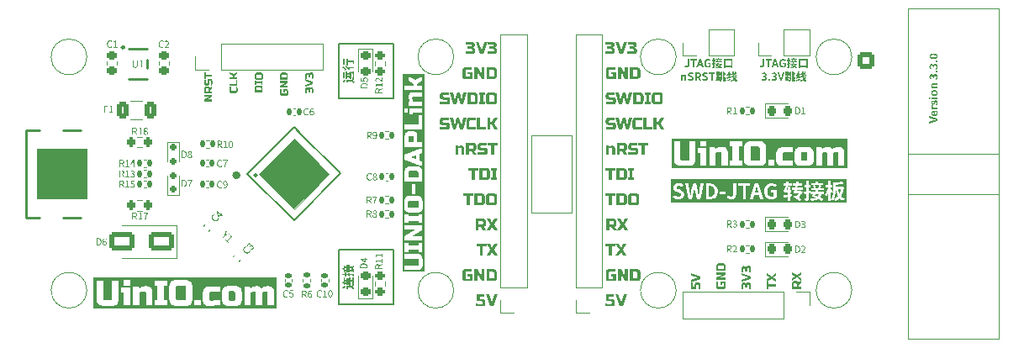
<source format=gto>
%TF.GenerationSoftware,KiCad,Pcbnew,8.0.6*%
%TF.CreationDate,2024-11-01T14:03:40+08:00*%
%TF.ProjectId,UINIO-DAPLink,55494e49-4f2d-4444-9150-4c696e6b2e6b,Version 5.0.0*%
%TF.SameCoordinates,PX6192070PY5393438*%
%TF.FileFunction,Legend,Top*%
%TF.FilePolarity,Positive*%
%FSLAX46Y46*%
G04 Gerber Fmt 4.6, Leading zero omitted, Abs format (unit mm)*
G04 Created by KiCad (PCBNEW 8.0.6) date 2024-11-01 14:03:40*
%MOMM*%
%LPD*%
G01*
G04 APERTURE LIST*
G04 Aperture macros list*
%AMRoundRect*
0 Rectangle with rounded corners*
0 $1 Rounding radius*
0 $2 $3 $4 $5 $6 $7 $8 $9 X,Y pos of 4 corners*
0 Add a 4 corners polygon primitive as box body*
4,1,4,$2,$3,$4,$5,$6,$7,$8,$9,$2,$3,0*
0 Add four circle primitives for the rounded corners*
1,1,$1+$1,$2,$3*
1,1,$1+$1,$4,$5*
1,1,$1+$1,$6,$7*
1,1,$1+$1,$8,$9*
0 Add four rect primitives between the rounded corners*
20,1,$1+$1,$2,$3,$4,$5,0*
20,1,$1+$1,$4,$5,$6,$7,0*
20,1,$1+$1,$6,$7,$8,$9,0*
20,1,$1+$1,$8,$9,$2,$3,0*%
%AMHorizOval*
0 Thick line with rounded ends*
0 $1 width*
0 $2 $3 position (X,Y) of the first rounded end (center of the circle)*
0 $4 $5 position (X,Y) of the second rounded end (center of the circle)*
0 Add line between two ends*
20,1,$1,$2,$3,$4,$5,0*
0 Add two circle primitives to create the rounded ends*
1,1,$1,$2,$3*
1,1,$1,$4,$5*%
%AMRotRect*
0 Rectangle, with rotation*
0 The origin of the aperture is its center*
0 $1 length*
0 $2 width*
0 $3 Rotation angle, in degrees counterclockwise*
0 Add horizontal line*
21,1,$1,$2,0,0,$3*%
G04 Aperture macros list end*
%ADD10C,0.100000*%
%ADD11C,0.150000*%
%ADD12C,0.112500*%
%ADD13C,0.160000*%
%ADD14C,0.300000*%
%ADD15C,0.250000*%
%ADD16C,0.180000*%
%ADD17C,0.120000*%
%ADD18C,0.254000*%
%ADD19C,0.200000*%
%ADD20C,0.400000*%
%ADD21R,1.700000X1.700000*%
%ADD22O,1.700000X1.700000*%
%ADD23RoundRect,0.218750X-0.218750X-0.256250X0.218750X-0.256250X0.218750X0.256250X-0.218750X0.256250X0*%
%ADD24RoundRect,0.140000X0.021213X-0.219203X0.219203X-0.021213X-0.021213X0.219203X-0.219203X0.021213X0*%
%ADD25C,2.200000*%
%ADD26RoundRect,0.200000X0.275000X-0.200000X0.275000X0.200000X-0.275000X0.200000X-0.275000X-0.200000X0*%
%ADD27RoundRect,0.225000X-0.250000X0.225000X-0.250000X-0.225000X0.250000X-0.225000X0.250000X0.225000X0*%
%ADD28RoundRect,0.135000X0.135000X0.185000X-0.135000X0.185000X-0.135000X-0.185000X0.135000X-0.185000X0*%
%ADD29RoundRect,0.140000X0.140000X0.170000X-0.140000X0.170000X-0.140000X-0.170000X0.140000X-0.170000X0*%
%ADD30RoundRect,0.140000X0.170000X-0.140000X0.170000X0.140000X-0.170000X0.140000X-0.170000X-0.140000X0*%
%ADD31RoundRect,0.140000X-0.170000X0.140000X-0.170000X-0.140000X0.170000X-0.140000X0.170000X0.140000X0*%
%ADD32RoundRect,0.200000X0.200000X0.275000X-0.200000X0.275000X-0.200000X-0.275000X0.200000X-0.275000X0*%
%ADD33RoundRect,0.250000X-0.600000X-0.600000X0.600000X-0.600000X0.600000X0.600000X-0.600000X0.600000X0*%
%ADD34C,1.700000*%
%ADD35RotRect,1.400000X1.200000X45.000000*%
%ADD36RoundRect,0.218750X0.256250X-0.218750X0.256250X0.218750X-0.256250X0.218750X-0.256250X-0.218750X0*%
%ADD37RoundRect,0.140000X-0.140000X-0.170000X0.140000X-0.170000X0.140000X0.170000X-0.140000X0.170000X0*%
%ADD38RoundRect,0.200000X-0.275000X0.200000X-0.275000X-0.200000X0.275000X-0.200000X0.275000X0.200000X0*%
%ADD39RoundRect,0.250000X1.000000X0.650000X-1.000000X0.650000X-1.000000X-0.650000X1.000000X-0.650000X0*%
%ADD40R,1.000000X0.600000*%
%ADD41RoundRect,0.218750X-0.256250X0.218750X-0.256250X-0.218750X0.256250X-0.218750X0.256250X0.218750X0*%
%ADD42RoundRect,0.135000X0.185000X-0.135000X0.185000X0.135000X-0.185000X0.135000X-0.185000X-0.135000X0*%
%ADD43HorizOval,0.270000X-0.434871X-0.434871X0.434871X0.434871X0*%
%ADD44HorizOval,0.270000X0.434871X-0.434871X-0.434871X0.434871X0*%
%ADD45C,0.650000*%
%ADD46O,2.100000X1.000000*%
%ADD47O,1.900000X1.000000*%
%ADD48R,1.150000X0.600000*%
%ADD49R,1.150000X0.300000*%
%ADD50RoundRect,0.250000X0.375000X0.625000X-0.375000X0.625000X-0.375000X-0.625000X0.375000X-0.625000X0*%
%ADD51RoundRect,0.150000X0.200000X-0.150000X0.200000X0.150000X-0.200000X0.150000X-0.200000X-0.150000X0*%
%ADD52RoundRect,0.150000X-0.200000X0.150000X-0.200000X-0.150000X0.200000X-0.150000X0.200000X0.150000X0*%
%ADD53RoundRect,0.135000X-0.135000X-0.185000X0.135000X-0.185000X0.135000X0.185000X-0.135000X0.185000X0*%
G04 APERTURE END LIST*
D10*
X47000000Y-11100000D02*
X51050000Y-11100000D01*
X51050000Y-18900000D01*
X47000000Y-18900000D01*
X47000000Y-11100000D01*
D11*
X27605000Y-1865000D02*
X33105000Y-1865000D01*
X33105000Y-7365000D01*
X27605000Y-7365000D01*
X27605000Y-1865000D01*
D10*
X-2815000Y-12500000D02*
X2185000Y-12500000D01*
X2185000Y-17500000D01*
X-2815000Y-17500000D01*
X-2815000Y-12500000D01*
G36*
X-2815000Y-12500000D02*
G01*
X2185000Y-12500000D01*
X2185000Y-17500000D01*
X-2815000Y-17500000D01*
X-2815000Y-12500000D01*
G37*
D11*
X27605000Y-22635000D02*
X33105000Y-22635000D01*
X33105000Y-28135000D01*
X27605000Y-28135000D01*
X27605000Y-22635000D01*
D10*
X26625534Y-15029466D02*
X23090000Y-18565000D01*
X19554466Y-15029466D01*
X23090000Y-11493932D01*
X26625534Y-15029466D01*
G36*
X26625534Y-15029466D02*
G01*
X23090000Y-18565000D01*
X19554466Y-15029466D01*
X23090000Y-11493932D01*
X26625534Y-15029466D01*
G37*
D12*
G36*
X66517095Y-25809008D02*
G01*
X66522752Y-25864144D01*
X66527852Y-25918434D01*
X66532397Y-25971878D01*
X66536384Y-26024475D01*
X66539815Y-26076226D01*
X66542690Y-26127131D01*
X66545009Y-26177190D01*
X66546771Y-26226403D01*
X66547976Y-26274769D01*
X66548625Y-26322289D01*
X66548749Y-26353499D01*
X66546701Y-26397755D01*
X66539135Y-26443526D01*
X66523662Y-26488108D01*
X66497551Y-26528409D01*
X66490497Y-26535948D01*
X66452514Y-26564107D01*
X66409993Y-26581401D01*
X66366025Y-26590559D01*
X66315746Y-26594143D01*
X66308048Y-26594200D01*
X65902922Y-26594200D01*
X65855616Y-26592083D01*
X65806912Y-26584260D01*
X65759802Y-26568261D01*
X65721815Y-26544734D01*
X65709921Y-26533970D01*
X65680806Y-26494352D01*
X65662925Y-26449503D01*
X65653455Y-26402821D01*
X65649926Y-26357282D01*
X65649691Y-26340969D01*
X65649691Y-25885066D01*
X65826865Y-25885066D01*
X65826865Y-26290191D01*
X65835852Y-26333493D01*
X65873286Y-26362609D01*
X65902922Y-26366248D01*
X66308048Y-26366248D01*
X66351108Y-26352167D01*
X66354429Y-26349103D01*
X66371207Y-26308277D01*
X66371355Y-26302941D01*
X66371200Y-26258020D01*
X66370602Y-26205758D01*
X66369556Y-26155289D01*
X66368062Y-26106613D01*
X66366120Y-26059729D01*
X66364981Y-26036960D01*
X66181432Y-26036960D01*
X66181432Y-26201604D01*
X66029538Y-26201604D01*
X66029538Y-25809008D01*
X66517095Y-25809008D01*
G37*
G36*
X66536000Y-24914567D02*
G01*
X66536000Y-25155048D01*
X66004258Y-25459057D01*
X66536000Y-25459057D01*
X66536000Y-25686789D01*
X65649691Y-25686789D01*
X65649691Y-25446308D01*
X66181432Y-25142518D01*
X65649691Y-25142518D01*
X65649691Y-24914567D01*
X66536000Y-24914567D01*
G37*
G36*
X66295977Y-23984701D02*
G01*
X66342360Y-23992514D01*
X66390340Y-24008212D01*
X66431714Y-24031000D01*
X66461921Y-24056175D01*
X66490785Y-24091887D01*
X66512560Y-24134206D01*
X66527246Y-24183129D01*
X66534191Y-24230322D01*
X66536000Y-24273356D01*
X66536000Y-24767068D01*
X65649691Y-24767068D01*
X65649691Y-24323914D01*
X65826865Y-24323914D01*
X65826865Y-24539336D01*
X66358826Y-24539336D01*
X66358826Y-24323914D01*
X66353367Y-24279546D01*
X66330304Y-24238515D01*
X66289193Y-24215497D01*
X66244740Y-24210048D01*
X65940951Y-24210048D01*
X65896497Y-24215497D01*
X65855386Y-24238515D01*
X65832324Y-24279546D01*
X65826865Y-24323914D01*
X65649691Y-24323914D01*
X65649691Y-24273356D01*
X65652295Y-24222119D01*
X65660108Y-24175736D01*
X65675807Y-24127756D01*
X65698595Y-24086381D01*
X65723770Y-24056175D01*
X65759482Y-24027310D01*
X65801800Y-24005535D01*
X65850724Y-23990850D01*
X65897916Y-23983905D01*
X65940951Y-23982096D01*
X66244740Y-23982096D01*
X66295977Y-23984701D01*
G37*
D13*
G36*
X70200862Y-4277505D02*
G01*
X70248366Y-4274224D01*
X70290710Y-4264714D01*
X70328002Y-4249474D01*
X70370048Y-4221105D01*
X70403552Y-4184621D01*
X70428766Y-4141207D01*
X70445942Y-4092045D01*
X70453700Y-4052116D01*
X70457184Y-4010118D01*
X70457415Y-3995746D01*
X70457415Y-3439654D01*
X70291525Y-3439654D01*
X70291525Y-3982459D01*
X70288748Y-4030109D01*
X70278161Y-4074103D01*
X70255984Y-4109008D01*
X70217952Y-4129948D01*
X70180736Y-4134281D01*
X70142004Y-4128015D01*
X70105932Y-4108454D01*
X70076902Y-4078976D01*
X70057442Y-4048893D01*
X69944309Y-4131936D01*
X69966136Y-4165848D01*
X69997078Y-4201991D01*
X70032394Y-4231148D01*
X70072415Y-4253270D01*
X70117471Y-4268306D01*
X70157364Y-4275201D01*
X70200862Y-4277505D01*
G37*
G36*
X70821434Y-4265000D02*
G01*
X70987128Y-4265000D01*
X70987128Y-3578579D01*
X71222383Y-3578579D01*
X71222383Y-3439654D01*
X70588329Y-3439654D01*
X70588329Y-3578579D01*
X70821434Y-3578579D01*
X70821434Y-4265000D01*
G37*
G36*
X71926779Y-4265000D02*
G01*
X71753074Y-4265000D01*
X71694846Y-4052411D01*
X71426179Y-4052411D01*
X71367756Y-4265000D01*
X71199913Y-4265000D01*
X71309657Y-3923646D01*
X71461937Y-3923646D01*
X71659089Y-3923646D01*
X71634470Y-3834155D01*
X71629672Y-3818080D01*
X71617975Y-3777111D01*
X71606628Y-3735295D01*
X71595531Y-3692968D01*
X71584587Y-3650464D01*
X71573696Y-3608119D01*
X71562760Y-3566270D01*
X71557094Y-3566270D01*
X71553062Y-3583122D01*
X71542675Y-3625486D01*
X71531907Y-3667980D01*
X71520835Y-3710349D01*
X71509536Y-3752338D01*
X71498084Y-3793691D01*
X71486556Y-3834155D01*
X71461937Y-3923646D01*
X71309657Y-3923646D01*
X71465258Y-3439654D01*
X71660262Y-3439654D01*
X71926779Y-4265000D01*
G37*
G36*
X72366612Y-4277505D02*
G01*
X72409019Y-4275475D01*
X72449453Y-4269655D01*
X72487643Y-4260452D01*
X72531813Y-4244805D01*
X72571526Y-4225296D01*
X72606256Y-4202715D01*
X72635475Y-4177854D01*
X72635475Y-3802306D01*
X72340820Y-3802306D01*
X72340820Y-3937909D01*
X72487561Y-3937909D01*
X72487561Y-4102627D01*
X72451799Y-4122786D01*
X72413867Y-4132192D01*
X72384588Y-4134281D01*
X72340721Y-4131427D01*
X72301119Y-4122990D01*
X72254972Y-4103381D01*
X72216454Y-4074624D01*
X72185589Y-4037163D01*
X72162402Y-3991443D01*
X72150067Y-3952000D01*
X72142075Y-3908349D01*
X72138439Y-3860677D01*
X72138196Y-3843925D01*
X72140691Y-3795537D01*
X72147994Y-3751064D01*
X72159834Y-3710690D01*
X72175940Y-3674599D01*
X72203580Y-3633461D01*
X72237677Y-3600703D01*
X72277589Y-3576763D01*
X72322670Y-3562078D01*
X72372278Y-3557086D01*
X72411683Y-3560141D01*
X72451382Y-3570666D01*
X72490192Y-3590251D01*
X72524005Y-3616000D01*
X72535823Y-3626842D01*
X72623165Y-3521133D01*
X72589800Y-3490917D01*
X72557061Y-3467650D01*
X72519655Y-3447299D01*
X72477411Y-3430969D01*
X72430161Y-3419766D01*
X72388641Y-3415236D01*
X72366612Y-3414644D01*
X72325793Y-3416512D01*
X72286190Y-3422072D01*
X72248000Y-3431256D01*
X72193790Y-3451677D01*
X72143857Y-3479868D01*
X72098861Y-3515599D01*
X72059462Y-3558639D01*
X72036630Y-3591281D01*
X72016775Y-3627001D01*
X72000092Y-3665731D01*
X71986776Y-3707404D01*
X71977022Y-3751951D01*
X71971027Y-3799305D01*
X71968985Y-3849396D01*
X71970977Y-3900024D01*
X71976838Y-3947621D01*
X71986391Y-3992153D01*
X71999460Y-4033589D01*
X72015870Y-4071895D01*
X72035445Y-4107040D01*
X72058010Y-4138992D01*
X72097077Y-4180861D01*
X72141882Y-4215361D01*
X72191831Y-4242385D01*
X72246331Y-4261823D01*
X72284900Y-4270514D01*
X72325052Y-4275752D01*
X72366612Y-4277505D01*
G37*
G36*
X73479324Y-3343203D02*
G01*
X73497903Y-3378635D01*
X73514358Y-3414644D01*
X73758405Y-3414644D01*
X73758405Y-3526800D01*
X73574735Y-3526800D01*
X73669892Y-3556109D01*
X73661103Y-3571925D01*
X73641460Y-3607154D01*
X73622230Y-3641252D01*
X73601699Y-3676863D01*
X73782048Y-3676863D01*
X73782048Y-3789801D01*
X73378754Y-3789801D01*
X73468440Y-3807972D01*
X73465226Y-3815557D01*
X73448180Y-3853649D01*
X73430338Y-3889842D01*
X73796507Y-3889842D01*
X73796507Y-4000826D01*
X73673409Y-4000826D01*
X73665378Y-4026573D01*
X73649376Y-4068708D01*
X73630945Y-4107380D01*
X73610147Y-4142882D01*
X73587045Y-4175509D01*
X73625962Y-4193522D01*
X73663123Y-4211789D01*
X73698171Y-4230072D01*
X73735916Y-4251103D01*
X73769738Y-4271448D01*
X73689040Y-4372662D01*
X73674312Y-4362695D01*
X73635951Y-4338920D01*
X73599135Y-4318073D01*
X73559247Y-4296918D01*
X73524047Y-4279136D01*
X73487394Y-4261287D01*
X73461722Y-4275569D01*
X73425011Y-4292958D01*
X73385341Y-4308597D01*
X73342583Y-4322636D01*
X73296606Y-4335227D01*
X73247280Y-4346521D01*
X73208009Y-4354231D01*
X73166725Y-4361360D01*
X73123374Y-4367972D01*
X73122390Y-4364464D01*
X73109493Y-4327377D01*
X73092547Y-4290512D01*
X73071790Y-4256793D01*
X73093359Y-4255047D01*
X73134711Y-4250953D01*
X73183159Y-4244642D01*
X73228154Y-4236912D01*
X73269858Y-4227665D01*
X73308431Y-4216802D01*
X73350813Y-4201496D01*
X73344094Y-4198844D01*
X73303979Y-4183129D01*
X73264364Y-4167914D01*
X73225465Y-4153415D01*
X73187499Y-4139848D01*
X73144672Y-4125488D01*
X73162786Y-4101800D01*
X73183879Y-4072341D01*
X73325021Y-4072341D01*
X73347086Y-4079922D01*
X73386845Y-4094264D01*
X73426836Y-4109231D01*
X73467268Y-4124511D01*
X73481371Y-4108455D01*
X73504072Y-4076584D01*
X73523522Y-4040760D01*
X73539955Y-4000826D01*
X73369766Y-4000826D01*
X73368407Y-4003167D01*
X73347394Y-4037390D01*
X73325021Y-4072341D01*
X73183879Y-4072341D01*
X73187097Y-4067847D01*
X73209381Y-4035143D01*
X73232013Y-4000826D01*
X73092111Y-4000826D01*
X73092111Y-3889842D01*
X73294735Y-3889842D01*
X73307964Y-3864621D01*
X73326542Y-3826933D01*
X73342997Y-3789801D01*
X73107743Y-3789801D01*
X73107743Y-3676863D01*
X73271288Y-3676863D01*
X73323849Y-3676863D01*
X73475084Y-3676863D01*
X73493945Y-3642205D01*
X73512697Y-3603590D01*
X73529983Y-3564096D01*
X73544449Y-3526800D01*
X73326193Y-3526800D01*
X73333134Y-3538266D01*
X73353489Y-3574610D01*
X73371374Y-3610955D01*
X73386570Y-3649898D01*
X73323849Y-3676863D01*
X73271288Y-3676863D01*
X73269037Y-3669723D01*
X73254550Y-3631752D01*
X73236271Y-3592664D01*
X73216382Y-3556109D01*
X73289068Y-3526800D01*
X73141350Y-3526800D01*
X73141350Y-3414644D01*
X73377582Y-3414644D01*
X73376531Y-3412134D01*
X73359557Y-3374979D01*
X73340652Y-3338831D01*
X73466096Y-3321245D01*
X73479324Y-3343203D01*
G37*
G36*
X72992264Y-3526214D02*
G01*
X73084100Y-3526214D01*
X73084100Y-3649312D01*
X72992264Y-3649312D01*
X72992264Y-3821454D01*
X73072962Y-3798984D01*
X73090939Y-3914853D01*
X73069617Y-3921649D01*
X73029702Y-3934270D01*
X72992264Y-3945921D01*
X72992264Y-4221622D01*
X72992232Y-4227361D01*
X72989369Y-4267414D01*
X72976446Y-4307853D01*
X72947519Y-4337491D01*
X72919492Y-4350488D01*
X72880660Y-4358877D01*
X72838921Y-4361950D01*
X72796284Y-4362110D01*
X72795940Y-4359005D01*
X72788250Y-4318336D01*
X72776348Y-4276874D01*
X72761504Y-4239012D01*
X72768835Y-4239390D01*
X72809938Y-4240681D01*
X72851190Y-4239989D01*
X72869166Y-4220645D01*
X72869166Y-3982655D01*
X72845897Y-3989439D01*
X72807360Y-4000856D01*
X72767170Y-4012550D01*
X72738057Y-3882613D01*
X72745074Y-3881182D01*
X72786782Y-3872011D01*
X72828723Y-3861963D01*
X72869166Y-3851741D01*
X72869166Y-3649312D01*
X72756033Y-3649312D01*
X72756033Y-3526214D01*
X72869166Y-3526214D01*
X72869166Y-3309912D01*
X72992264Y-3309912D01*
X72992264Y-3526214D01*
G37*
G36*
X74832488Y-4344916D02*
G01*
X74685747Y-4344916D01*
X74685747Y-4252885D01*
X74092139Y-4252885D01*
X74092139Y-4347260D01*
X73952237Y-4347260D01*
X73952237Y-4114937D01*
X74092139Y-4114937D01*
X74685747Y-4114937D01*
X74685747Y-3552201D01*
X74092139Y-3552201D01*
X74092139Y-4114937D01*
X73952237Y-4114937D01*
X73952237Y-3416793D01*
X74832488Y-3416793D01*
X74832488Y-4344916D01*
G37*
G36*
X70434554Y-5621505D02*
G01*
X70478223Y-5619253D01*
X70520066Y-5612583D01*
X70559542Y-5601617D01*
X70596113Y-5586481D01*
X70639424Y-5560029D01*
X70675335Y-5526679D01*
X70702567Y-5486728D01*
X70719844Y-5440472D01*
X70725886Y-5388204D01*
X70720827Y-5341502D01*
X70706416Y-5300410D01*
X70683809Y-5265071D01*
X70654159Y-5235629D01*
X70618620Y-5212225D01*
X70578346Y-5195004D01*
X70561169Y-5189879D01*
X70561169Y-5184212D01*
X70598963Y-5166081D01*
X70631301Y-5144100D01*
X70662359Y-5112625D01*
X70684328Y-5075564D01*
X70696537Y-5032896D01*
X70698922Y-5001323D01*
X70693941Y-4952027D01*
X70679444Y-4908621D01*
X70656099Y-4871314D01*
X70624574Y-4840318D01*
X70585540Y-4815844D01*
X70539663Y-4798101D01*
X70501168Y-4789339D01*
X70459483Y-4784570D01*
X70430059Y-4783654D01*
X70385711Y-4786547D01*
X70343740Y-4794949D01*
X70303917Y-4808444D01*
X70266014Y-4826616D01*
X70229804Y-4849049D01*
X70195058Y-4875327D01*
X70181518Y-4886822D01*
X70265537Y-4987841D01*
X70297813Y-4960266D01*
X70330538Y-4938491D01*
X70369495Y-4921524D01*
X70411236Y-4913919D01*
X70422244Y-4913591D01*
X70464106Y-4918802D01*
X70500535Y-4936896D01*
X70525806Y-4971459D01*
X70533228Y-5013633D01*
X70525573Y-5056308D01*
X70500374Y-5091478D01*
X70462273Y-5114172D01*
X70417274Y-5126889D01*
X70371724Y-5132497D01*
X70331581Y-5133801D01*
X70331581Y-5252600D01*
X70378885Y-5253848D01*
X70419631Y-5257531D01*
X70464473Y-5266077D01*
X70506673Y-5282305D01*
X70539537Y-5309370D01*
X70557579Y-5350513D01*
X70559997Y-5378239D01*
X70552121Y-5419235D01*
X70525486Y-5455024D01*
X70488872Y-5475874D01*
X70449107Y-5485413D01*
X70418922Y-5487269D01*
X70378221Y-5483563D01*
X70340447Y-5473121D01*
X70299910Y-5453776D01*
X70262992Y-5428248D01*
X70234079Y-5402663D01*
X70156898Y-5506222D01*
X70186445Y-5535825D01*
X70220690Y-5562225D01*
X70259924Y-5584678D01*
X70304438Y-5602442D01*
X70344046Y-5612779D01*
X70387368Y-5619260D01*
X70434554Y-5621505D01*
G37*
G36*
X70968761Y-5621505D02*
G01*
X71009941Y-5613231D01*
X71042621Y-5590486D01*
X71064163Y-5556383D01*
X71071930Y-5514038D01*
X71064163Y-5471280D01*
X71042621Y-5437224D01*
X71009941Y-5414707D01*
X70968761Y-5406571D01*
X70928290Y-5414707D01*
X70896026Y-5437224D01*
X70874679Y-5471280D01*
X70866961Y-5514038D01*
X70874679Y-5556383D01*
X70896026Y-5590486D01*
X70928290Y-5613231D01*
X70968761Y-5621505D01*
G37*
G36*
X71457638Y-5621505D02*
G01*
X71501307Y-5619253D01*
X71543150Y-5612583D01*
X71582626Y-5601617D01*
X71619198Y-5586481D01*
X71662509Y-5560029D01*
X71698419Y-5526679D01*
X71725652Y-5486728D01*
X71742928Y-5440472D01*
X71748971Y-5388204D01*
X71743911Y-5341502D01*
X71729501Y-5300410D01*
X71706893Y-5265071D01*
X71677244Y-5235629D01*
X71641705Y-5212225D01*
X71601430Y-5195004D01*
X71584253Y-5189879D01*
X71584253Y-5184212D01*
X71622047Y-5166081D01*
X71654386Y-5144100D01*
X71685443Y-5112625D01*
X71707413Y-5075564D01*
X71719622Y-5032896D01*
X71722006Y-5001323D01*
X71717025Y-4952027D01*
X71702528Y-4908621D01*
X71679183Y-4871314D01*
X71647659Y-4840318D01*
X71608624Y-4815844D01*
X71562748Y-4798101D01*
X71524253Y-4789339D01*
X71482567Y-4784570D01*
X71453144Y-4783654D01*
X71408796Y-4786547D01*
X71366824Y-4794949D01*
X71327001Y-4808444D01*
X71289099Y-4826616D01*
X71252888Y-4849049D01*
X71218142Y-4875327D01*
X71204602Y-4886822D01*
X71288622Y-4987841D01*
X71320898Y-4960266D01*
X71353623Y-4938491D01*
X71392579Y-4921524D01*
X71434320Y-4913919D01*
X71445328Y-4913591D01*
X71487190Y-4918802D01*
X71523619Y-4936896D01*
X71548890Y-4971459D01*
X71556312Y-5013633D01*
X71548657Y-5056308D01*
X71523459Y-5091478D01*
X71485358Y-5114172D01*
X71440359Y-5126889D01*
X71394809Y-5132497D01*
X71354665Y-5133801D01*
X71354665Y-5252600D01*
X71401970Y-5253848D01*
X71442715Y-5257531D01*
X71487558Y-5266077D01*
X71529757Y-5282305D01*
X71562621Y-5309370D01*
X71580663Y-5350513D01*
X71583081Y-5378239D01*
X71575206Y-5419235D01*
X71548571Y-5455024D01*
X71511957Y-5475874D01*
X71472191Y-5485413D01*
X71442006Y-5487269D01*
X71401306Y-5483563D01*
X71363531Y-5473121D01*
X71322995Y-5453776D01*
X71286076Y-5428248D01*
X71257163Y-5402663D01*
X71179983Y-5506222D01*
X71209529Y-5535825D01*
X71243774Y-5562225D01*
X71283008Y-5584678D01*
X71327523Y-5602442D01*
X71367131Y-5612779D01*
X71410453Y-5619260D01*
X71457638Y-5621505D01*
G37*
G36*
X72057889Y-5609000D02*
G01*
X72256214Y-5609000D01*
X72509445Y-4783654D01*
X72341406Y-4783654D01*
X72233744Y-5185775D01*
X72222240Y-5227741D01*
X72211473Y-5268916D01*
X72201061Y-5309712D01*
X72190626Y-5350540D01*
X72179786Y-5391812D01*
X72168161Y-5433939D01*
X72163207Y-5451121D01*
X72157736Y-5451121D01*
X72146158Y-5408535D01*
X72135368Y-5366961D01*
X72125008Y-5325976D01*
X72114718Y-5285162D01*
X72104143Y-5244097D01*
X72092924Y-5202361D01*
X72088175Y-5185385D01*
X71978364Y-4783654D01*
X71804854Y-4783654D01*
X72057889Y-5609000D01*
G37*
G36*
X73207785Y-5138490D02*
G01*
X73207426Y-5178848D01*
X73206225Y-5219493D01*
X73203994Y-5260237D01*
X73200546Y-5300896D01*
X73195693Y-5341284D01*
X73189248Y-5381214D01*
X73181023Y-5420502D01*
X73170831Y-5458961D01*
X73158484Y-5496406D01*
X73143795Y-5532650D01*
X73116960Y-5584361D01*
X73083800Y-5632326D01*
X73057868Y-5661912D01*
X73028656Y-5689370D01*
X72995977Y-5714512D01*
X72990383Y-5705886D01*
X72965077Y-5673064D01*
X72937780Y-5643198D01*
X72908636Y-5617011D01*
X72945649Y-5592767D01*
X72977119Y-5564730D01*
X73003491Y-5533342D01*
X73025213Y-5499041D01*
X73042731Y-5462268D01*
X73056491Y-5423460D01*
X73066941Y-5383060D01*
X73074526Y-5341505D01*
X73060292Y-5353230D01*
X73028656Y-5379454D01*
X72997539Y-5405056D01*
X72963542Y-5432168D01*
X72891832Y-5310046D01*
X72894177Y-5308874D01*
X72833604Y-5308874D01*
X72833604Y-5459132D01*
X72870146Y-5449924D01*
X72910018Y-5440123D01*
X72950059Y-5430018D01*
X72965886Y-5541002D01*
X72939525Y-5548343D01*
X72899733Y-5559376D01*
X72859824Y-5570385D01*
X72820008Y-5581311D01*
X72780493Y-5592097D01*
X72741489Y-5602685D01*
X72703203Y-5613016D01*
X72653634Y-5626292D01*
X72606208Y-5638872D01*
X72561420Y-5650618D01*
X72534651Y-5529669D01*
X72590534Y-5517360D01*
X72590534Y-5153731D01*
X72682369Y-5153731D01*
X72682369Y-5496062D01*
X72727310Y-5484924D01*
X72727310Y-5081044D01*
X72833604Y-5081044D01*
X72833604Y-5192419D01*
X72937750Y-5192419D01*
X72937750Y-5286599D01*
X72941876Y-5284370D01*
X72976382Y-5265652D01*
X73013097Y-5245425D01*
X73051382Y-5223781D01*
X73085663Y-5203752D01*
X73086549Y-5179050D01*
X73086835Y-5138490D01*
X73086835Y-5065413D01*
X73010632Y-5099802D01*
X73004697Y-5069081D01*
X72993500Y-5028036D01*
X72978655Y-4984107D01*
X72964105Y-4946581D01*
X72948092Y-4909316D01*
X72931106Y-4873340D01*
X72931106Y-5081044D01*
X72833604Y-5081044D01*
X72727310Y-5081044D01*
X72592879Y-5081044D01*
X72592879Y-4971233D01*
X72700346Y-4971233D01*
X72819145Y-4971233D01*
X72819145Y-4819607D01*
X72700346Y-4819607D01*
X72700346Y-4971233D01*
X72592879Y-4971233D01*
X72592879Y-4708623D01*
X72931106Y-4708623D01*
X72931106Y-4848720D01*
X73024114Y-4806124D01*
X73034943Y-4824963D01*
X73053556Y-4860957D01*
X73070906Y-4898498D01*
X73086835Y-4936257D01*
X73086835Y-4651958D01*
X73207785Y-4651958D01*
X73207785Y-5138490D01*
G37*
G36*
X73389306Y-4988036D02*
G01*
X73404841Y-4952162D01*
X73419782Y-4915115D01*
X73433779Y-4877909D01*
X73448454Y-4835650D01*
X73460820Y-4796159D01*
X73585286Y-4856927D01*
X73580978Y-4864839D01*
X73559387Y-4905191D01*
X73537843Y-4946061D01*
X73516532Y-4986351D01*
X73495635Y-5024967D01*
X73475337Y-5060814D01*
X73452027Y-5098630D01*
X73389306Y-5063263D01*
X73389306Y-5179523D01*
X73411581Y-5156076D01*
X73441577Y-5180780D01*
X73473690Y-5207507D01*
X73506288Y-5235247D01*
X73537738Y-5262989D01*
X73571665Y-5294858D01*
X73598768Y-5323528D01*
X73511232Y-5417709D01*
X73508663Y-5414519D01*
X73480773Y-5382764D01*
X73450213Y-5351188D01*
X73420507Y-5322266D01*
X73389306Y-5293242D01*
X73389306Y-5523026D01*
X73389737Y-5546486D01*
X73411581Y-5579104D01*
X73463165Y-5579104D01*
X73473011Y-5574646D01*
X73483275Y-5536352D01*
X73486172Y-5494951D01*
X73487785Y-5454638D01*
X73521837Y-5477170D01*
X73558122Y-5494648D01*
X73597596Y-5507394D01*
X73592024Y-5554399D01*
X73584306Y-5594073D01*
X73571108Y-5633858D01*
X73549160Y-5668058D01*
X73513632Y-5690685D01*
X73473325Y-5696536D01*
X73386961Y-5696536D01*
X73354393Y-5694680D01*
X73316471Y-5683767D01*
X73286860Y-5655689D01*
X73272156Y-5615578D01*
X73266184Y-5568910D01*
X73264840Y-5521854D01*
X73264840Y-4651958D01*
X73389306Y-4651958D01*
X73389306Y-4988036D01*
G37*
G36*
X74631232Y-4762942D02*
G01*
X74597725Y-4736096D01*
X74565750Y-4713166D01*
X74531840Y-4690403D01*
X74494510Y-4666894D01*
X74490157Y-4664268D01*
X74412976Y-4735392D01*
X74449134Y-4761062D01*
X74482657Y-4786035D01*
X74514689Y-4811141D01*
X74545488Y-4837290D01*
X74551706Y-4843054D01*
X74631232Y-4762942D01*
G37*
G36*
X73889906Y-5256704D02*
G01*
X73918242Y-5221997D01*
X73946164Y-5186117D01*
X73973550Y-5149212D01*
X74000279Y-5111428D01*
X74026230Y-5072911D01*
X74051280Y-5033808D01*
X74075310Y-4994265D01*
X74098196Y-4954429D01*
X73990534Y-4884478D01*
X73971812Y-4922791D01*
X73951495Y-4960454D01*
X73930047Y-4997502D01*
X73925663Y-5004840D01*
X73831483Y-5012852D01*
X73854591Y-4978919D01*
X73877462Y-4943548D01*
X73899874Y-4907023D01*
X73921609Y-4869628D01*
X73942446Y-4831646D01*
X73962165Y-4793363D01*
X73980547Y-4755061D01*
X73997373Y-4717025D01*
X73873102Y-4655085D01*
X73856766Y-4704258D01*
X73842810Y-4740831D01*
X73822784Y-4788117D01*
X73802115Y-4832496D01*
X73781866Y-4872637D01*
X73763103Y-4907210D01*
X73740072Y-4945720D01*
X73731832Y-4957750D01*
X73708031Y-4990894D01*
X73679567Y-5018276D01*
X73664616Y-5025161D01*
X73679651Y-5063864D01*
X73693288Y-5102865D01*
X73705800Y-5142556D01*
X73707212Y-5147674D01*
X73744909Y-5135600D01*
X73783470Y-5128966D01*
X73825596Y-5123393D01*
X73851804Y-5120318D01*
X73827705Y-5153056D01*
X73802864Y-5185743D01*
X73777071Y-5217659D01*
X73763290Y-5232866D01*
X73735804Y-5263514D01*
X73705605Y-5290316D01*
X73673604Y-5305552D01*
X73688368Y-5342565D01*
X73701527Y-5380050D01*
X73713629Y-5418679D01*
X73715028Y-5423766D01*
X73753441Y-5407490D01*
X73797118Y-5395385D01*
X73840017Y-5385290D01*
X73881197Y-5376298D01*
X73931261Y-5365851D01*
X73970091Y-5357974D01*
X74013649Y-5349294D01*
X74062244Y-5339746D01*
X74061269Y-5297356D01*
X74063013Y-5255281D01*
X74065761Y-5227199D01*
X73889906Y-5256704D01*
G37*
G36*
X74057750Y-5420444D02*
G01*
X74018300Y-5432656D01*
X73978833Y-5444921D01*
X73939632Y-5457115D01*
X73900978Y-5469117D01*
X73863153Y-5480803D01*
X73814498Y-5495681D01*
X73768488Y-5509489D01*
X73725792Y-5521937D01*
X73687077Y-5532734D01*
X73678099Y-5535140D01*
X73705063Y-5661365D01*
X73747043Y-5647349D01*
X73791223Y-5632258D01*
X73837184Y-5616295D01*
X73884508Y-5599669D01*
X73932776Y-5582585D01*
X73981567Y-5565250D01*
X74030464Y-5547868D01*
X74079048Y-5530646D01*
X74057750Y-5420444D01*
G37*
G36*
X74585314Y-5218016D02*
G01*
X74562594Y-5252610D01*
X74537105Y-5285986D01*
X74508992Y-5317936D01*
X74478404Y-5348249D01*
X74459871Y-5364757D01*
X74451673Y-5326062D01*
X74443808Y-5285121D01*
X74436147Y-5242378D01*
X74431930Y-5218016D01*
X74688482Y-5169167D01*
X74667184Y-5053103D01*
X74415126Y-5097848D01*
X74411064Y-5056352D01*
X74407247Y-5016918D01*
X74404965Y-4993312D01*
X74659369Y-4952084D01*
X74636898Y-4833870D01*
X74397149Y-4870605D01*
X74395509Y-4829798D01*
X74394330Y-4788564D01*
X74393619Y-4747011D01*
X74393385Y-4705246D01*
X74393635Y-4663378D01*
X74393828Y-4649418D01*
X74261741Y-4649418D01*
X74261969Y-4694609D01*
X74262658Y-4739987D01*
X74263816Y-4785453D01*
X74265451Y-4830906D01*
X74267569Y-4876246D01*
X74268385Y-4891316D01*
X74104840Y-4916522D01*
X74127310Y-5038448D01*
X74276200Y-5015001D01*
X74280061Y-5055238D01*
X74284334Y-5095207D01*
X74287533Y-5121491D01*
X74082565Y-5160179D01*
X74103667Y-5279369D01*
X74303165Y-5243026D01*
X74310425Y-5284626D01*
X74318301Y-5324984D01*
X74326708Y-5364054D01*
X74337073Y-5407946D01*
X74347910Y-5449949D01*
X74312860Y-5471503D01*
X74276664Y-5491775D01*
X74239443Y-5510783D01*
X74201316Y-5528546D01*
X74162400Y-5545081D01*
X74122816Y-5560407D01*
X74082682Y-5574543D01*
X74042118Y-5587506D01*
X74068723Y-5616569D01*
X74093663Y-5648760D01*
X74116151Y-5684102D01*
X74122816Y-5697122D01*
X74167547Y-5680392D01*
X74211399Y-5662552D01*
X74254323Y-5643496D01*
X74296268Y-5623117D01*
X74337187Y-5601306D01*
X74377030Y-5577957D01*
X74392655Y-5568162D01*
X74414481Y-5607656D01*
X74437945Y-5641571D01*
X74468517Y-5674261D01*
X74502016Y-5697472D01*
X74545208Y-5711518D01*
X74565189Y-5712949D01*
X74609576Y-5708719D01*
X74649159Y-5690694D01*
X74678010Y-5654598D01*
X74693447Y-5615440D01*
X74703402Y-5574921D01*
X74709780Y-5538658D01*
X74674788Y-5517304D01*
X74644106Y-5492386D01*
X74616773Y-5463626D01*
X74613086Y-5508473D01*
X74606278Y-5550314D01*
X74583705Y-5583636D01*
X74579843Y-5583989D01*
X74543764Y-5564824D01*
X74519173Y-5529831D01*
X74500318Y-5490786D01*
X74535749Y-5460652D01*
X74569618Y-5428737D01*
X74601821Y-5395124D01*
X74632256Y-5359891D01*
X74660820Y-5323120D01*
X74687410Y-5284891D01*
X74697470Y-5269209D01*
X74585314Y-5218016D01*
G37*
D10*
G36*
X14872000Y-7011681D02*
G01*
X14872000Y-7225442D01*
X14399341Y-7495673D01*
X14872000Y-7495673D01*
X14872000Y-7698101D01*
X14084170Y-7698101D01*
X14084170Y-7484340D01*
X14556829Y-7214305D01*
X14084170Y-7214305D01*
X14084170Y-7011681D01*
X14872000Y-7011681D01*
G37*
G36*
X14872000Y-6391109D02*
G01*
X14635572Y-6520460D01*
X14635572Y-6678143D01*
X14872000Y-6678143D01*
X14872000Y-6880571D01*
X14084170Y-6880571D01*
X14084170Y-6453049D01*
X14241658Y-6453049D01*
X14241658Y-6678143D01*
X14478085Y-6678143D01*
X14478085Y-6453049D01*
X14470096Y-6414558D01*
X14436821Y-6388677D01*
X14410478Y-6385442D01*
X14309264Y-6385442D01*
X14270773Y-6393431D01*
X14244893Y-6426706D01*
X14241658Y-6453049D01*
X14084170Y-6453049D01*
X14084170Y-6407913D01*
X14086052Y-6365863D01*
X14093006Y-6322570D01*
X14107227Y-6280695D01*
X14128140Y-6246928D01*
X14137708Y-6236356D01*
X14172844Y-6210476D01*
X14212693Y-6194582D01*
X14254212Y-6186165D01*
X14294741Y-6183028D01*
X14309264Y-6182818D01*
X14410478Y-6182818D01*
X14454576Y-6184760D01*
X14493472Y-6190585D01*
X14531011Y-6201781D01*
X14555656Y-6213886D01*
X14587145Y-6239452D01*
X14610414Y-6273698D01*
X14624435Y-6312365D01*
X14872000Y-6171681D01*
X14872000Y-6391109D01*
G37*
G36*
X14708845Y-6098408D02*
G01*
X14711848Y-6042346D01*
X14714556Y-5989783D01*
X14716968Y-5940721D01*
X14719085Y-5895158D01*
X14720907Y-5853096D01*
X14722876Y-5802457D01*
X14724320Y-5758040D01*
X14725387Y-5711268D01*
X14725649Y-5680851D01*
X14713293Y-5642768D01*
X14710604Y-5639818D01*
X14674154Y-5624711D01*
X14669376Y-5624577D01*
X14568161Y-5624577D01*
X14568161Y-5883474D01*
X14566286Y-5925531D01*
X14559358Y-5968849D01*
X14545189Y-6010776D01*
X14524352Y-6044619D01*
X14514819Y-6055226D01*
X14479588Y-6081012D01*
X14439681Y-6096848D01*
X14398132Y-6105235D01*
X14357591Y-6108360D01*
X14343067Y-6108569D01*
X14309264Y-6108569D01*
X14267215Y-6106693D01*
X14223922Y-6099765D01*
X14182046Y-6085596D01*
X14148280Y-6064759D01*
X14137708Y-6055226D01*
X14111828Y-6019995D01*
X14095933Y-5980089D01*
X14087516Y-5938539D01*
X14084379Y-5897998D01*
X14084170Y-5883474D01*
X14084170Y-5488387D01*
X14241658Y-5488387D01*
X14241658Y-5838534D01*
X14249646Y-5876913D01*
X14282921Y-5902719D01*
X14309264Y-5905945D01*
X14331734Y-5905945D01*
X14370225Y-5897979D01*
X14396106Y-5864800D01*
X14399341Y-5838534D01*
X14399341Y-5635910D01*
X14401161Y-5596638D01*
X14407886Y-5556013D01*
X14421640Y-5516430D01*
X14444850Y-5480629D01*
X14451120Y-5473928D01*
X14484868Y-5448898D01*
X14522624Y-5433526D01*
X14561652Y-5425385D01*
X14606271Y-5422199D01*
X14613102Y-5422149D01*
X14669376Y-5422149D01*
X14708714Y-5423969D01*
X14749400Y-5430694D01*
X14789028Y-5444448D01*
X14824851Y-5467658D01*
X14831553Y-5473928D01*
X14856583Y-5507675D01*
X14871955Y-5545432D01*
X14880096Y-5584460D01*
X14883282Y-5629079D01*
X14883332Y-5635910D01*
X14883055Y-5676189D01*
X14882224Y-5718038D01*
X14880988Y-5757445D01*
X14876494Y-5861004D01*
X14874211Y-5904356D01*
X14871612Y-5948245D01*
X14868697Y-5992669D01*
X14865466Y-6037628D01*
X14861919Y-6083124D01*
X14860667Y-6098408D01*
X14708845Y-6098408D01*
G37*
G36*
X14872000Y-4998143D02*
G01*
X14872000Y-5200767D01*
X14241658Y-5200767D01*
X14241658Y-5436998D01*
X14084170Y-5436998D01*
X14084170Y-4761716D01*
X14241658Y-4761716D01*
X14241658Y-4998143D01*
X14872000Y-4998143D01*
G37*
D14*
G36*
X69875028Y-12227041D02*
G01*
X69975687Y-12287243D01*
X70006064Y-12406036D01*
X70006064Y-13486958D01*
X70003188Y-13529960D01*
X69941175Y-13640152D01*
X69822003Y-13670433D01*
X69248130Y-13670433D01*
X69195104Y-13665953D01*
X69094446Y-13605751D01*
X69064068Y-13486958D01*
X69064068Y-12406036D01*
X69066944Y-12363034D01*
X69128957Y-12252842D01*
X69248130Y-12222561D01*
X69822003Y-12222561D01*
X69875028Y-12227041D01*
G37*
G36*
X74736802Y-12790827D02*
G01*
X74791661Y-12896085D01*
X74791661Y-13571368D01*
X74780327Y-13632574D01*
X74675597Y-13687432D01*
X74270544Y-13687432D01*
X74209030Y-13676098D01*
X74153894Y-13571368D01*
X74153894Y-12896085D01*
X74165286Y-12834570D01*
X74270544Y-12779435D01*
X74675597Y-12779435D01*
X74736802Y-12790827D01*
G37*
G36*
X78798174Y-14447665D02*
G01*
X61103752Y-14447665D01*
X61103752Y-13486958D01*
X61370419Y-13486958D01*
X61371877Y-13553056D01*
X61383541Y-13674959D01*
X61411891Y-13799833D01*
X61463732Y-13919670D01*
X61536309Y-14015108D01*
X61580849Y-14053989D01*
X61688341Y-14116197D01*
X61802531Y-14153620D01*
X61935515Y-14175166D01*
X62064459Y-14180998D01*
X62840565Y-14180998D01*
X62906763Y-14179540D01*
X63028804Y-14167876D01*
X63153733Y-14139526D01*
X63273498Y-14087685D01*
X63368716Y-14015108D01*
X63407596Y-13970439D01*
X63469805Y-13862802D01*
X63507227Y-13748603D01*
X63528774Y-13615723D01*
X63534606Y-13486958D01*
X63534606Y-12880845D01*
X63753252Y-12880845D01*
X64006483Y-12880845D01*
X64006483Y-14147000D01*
X64634871Y-14147000D01*
X64634871Y-12387279D01*
X63753252Y-12387279D01*
X63753252Y-12880845D01*
X63534606Y-12880845D01*
X63534606Y-12319868D01*
X64928549Y-12319868D01*
X64928549Y-14147000D01*
X65556937Y-14147000D01*
X65556937Y-12876155D01*
X65583106Y-12868560D01*
X65697527Y-12840445D01*
X65818244Y-12820845D01*
X65943231Y-12813434D01*
X66061640Y-12813434D01*
X66132568Y-12841570D01*
X66160705Y-12912498D01*
X66160705Y-14147000D01*
X66789093Y-14147000D01*
X66789093Y-12811675D01*
X66787825Y-12767986D01*
X66768815Y-12646811D01*
X66720935Y-12529575D01*
X66644892Y-12430656D01*
X66617140Y-12404886D01*
X66512726Y-12337292D01*
X66389994Y-12297862D01*
X66263873Y-12286455D01*
X66112052Y-12286455D01*
X66066034Y-12288207D01*
X65944394Y-12305918D01*
X65824236Y-12336281D01*
X65741511Y-12363721D01*
X65624842Y-12414362D01*
X65517076Y-12476378D01*
X65486008Y-12319868D01*
X64928549Y-12319868D01*
X63534606Y-12319868D01*
X63534606Y-12255974D01*
X66976085Y-12255974D01*
X67279728Y-12255974D01*
X67279728Y-13637020D01*
X66976085Y-13637020D01*
X66976085Y-14147000D01*
X68228758Y-14147000D01*
X68228758Y-13637020D01*
X67925115Y-13637020D01*
X67925115Y-12406036D01*
X68418681Y-12406036D01*
X68418681Y-13486958D01*
X68420139Y-13553056D01*
X68431803Y-13674959D01*
X68460154Y-13799833D01*
X68511994Y-13919670D01*
X68584571Y-14015108D01*
X68629240Y-14053989D01*
X68736878Y-14116197D01*
X68851076Y-14153620D01*
X68983956Y-14175166D01*
X69112722Y-14180998D01*
X69956825Y-14180998D01*
X70023023Y-14179540D01*
X70145063Y-14167876D01*
X70237057Y-14147000D01*
X70837858Y-14147000D01*
X71483245Y-14147000D01*
X71483245Y-13603022D01*
X70837858Y-13603022D01*
X70837858Y-14147000D01*
X70237057Y-14147000D01*
X70269993Y-14139526D01*
X70389758Y-14087685D01*
X70484976Y-14015108D01*
X70523856Y-13970439D01*
X70586065Y-13862802D01*
X70623487Y-13748603D01*
X70645033Y-13615723D01*
X70650865Y-13486958D01*
X70650865Y-12879086D01*
X71677858Y-12879086D01*
X71677858Y-13655778D01*
X71679125Y-13699368D01*
X71698136Y-13820367D01*
X71746015Y-13937627D01*
X71822059Y-14036797D01*
X71849910Y-14062567D01*
X71954507Y-14130162D01*
X72077194Y-14169592D01*
X72203078Y-14180998D01*
X72264244Y-14180726D01*
X72390438Y-14178546D01*
X72521780Y-14174186D01*
X72658269Y-14167646D01*
X72799906Y-14158927D01*
X72946689Y-14148028D01*
X73098621Y-14134948D01*
X73215947Y-14123708D01*
X73336169Y-14111242D01*
X73336169Y-13635262D01*
X73184430Y-13647489D01*
X73042821Y-13658086D01*
X72911342Y-13667053D01*
X72789993Y-13674390D01*
X72652552Y-13681268D01*
X72530939Y-13685598D01*
X72405897Y-13687432D01*
X72334382Y-13659295D01*
X72306246Y-13587781D01*
X72306246Y-12929498D01*
X72317637Y-12868292D01*
X72362162Y-12845087D01*
X73525506Y-12845087D01*
X73525506Y-12896085D01*
X73525506Y-13621780D01*
X73529141Y-13700577D01*
X73554005Y-13828707D01*
X73602423Y-13939217D01*
X73674396Y-14032108D01*
X73734366Y-14082707D01*
X73839003Y-14138977D01*
X73961260Y-14171692D01*
X74084724Y-14180998D01*
X74861417Y-14180998D01*
X74940199Y-14177363D01*
X75068232Y-14152500D01*
X75178551Y-14104081D01*
X75271158Y-14032108D01*
X75321758Y-13972138D01*
X75378028Y-13867501D01*
X75410743Y-13745244D01*
X75420049Y-13621780D01*
X75420049Y-12845087D01*
X75416414Y-12766305D01*
X75391550Y-12638273D01*
X75343132Y-12527953D01*
X75271158Y-12435346D01*
X75211388Y-12384746D01*
X75106973Y-12328476D01*
X75074839Y-12319868D01*
X75674452Y-12319868D01*
X75674452Y-14147000D01*
X76302840Y-14147000D01*
X76302840Y-12876155D01*
X76316510Y-12872296D01*
X76433358Y-12843079D01*
X76550136Y-12822254D01*
X76672135Y-12813434D01*
X76689135Y-12813434D01*
X76760649Y-12841570D01*
X76788786Y-12912498D01*
X76788786Y-14147000D01*
X77417174Y-14147000D01*
X77417174Y-12876155D01*
X77430844Y-12872296D01*
X77547691Y-12843079D01*
X77664470Y-12822254D01*
X77786469Y-12813434D01*
X77803468Y-12813434D01*
X77874396Y-12841570D01*
X77903119Y-12912498D01*
X77903119Y-14147000D01*
X78531507Y-14147000D01*
X78531507Y-12811675D01*
X78530240Y-12767986D01*
X78511229Y-12646811D01*
X78463350Y-12529575D01*
X78387306Y-12430656D01*
X78359455Y-12404886D01*
X78254858Y-12337292D01*
X78132171Y-12297862D01*
X78006288Y-12286455D01*
X77972289Y-12286455D01*
X77888069Y-12290396D01*
X77766111Y-12307913D01*
X77644613Y-12336281D01*
X77534200Y-12371635D01*
X77421737Y-12421103D01*
X77318695Y-12481654D01*
X77237948Y-12396255D01*
X77126439Y-12329346D01*
X77008946Y-12295796D01*
X76891954Y-12286455D01*
X76857955Y-12286455D01*
X76811938Y-12288207D01*
X76690298Y-12305918D01*
X76570140Y-12336281D01*
X76487415Y-12363721D01*
X76370746Y-12414362D01*
X76262980Y-12476378D01*
X76231912Y-12319868D01*
X75674452Y-12319868D01*
X75074839Y-12319868D01*
X74984845Y-12295761D01*
X74861417Y-12286455D01*
X74084724Y-12286455D01*
X74005927Y-12290090D01*
X73877797Y-12314954D01*
X73767287Y-12363372D01*
X73674396Y-12435346D01*
X73623797Y-12495116D01*
X73567527Y-12599531D01*
X73534812Y-12721659D01*
X73525506Y-12845087D01*
X72362162Y-12845087D01*
X72422896Y-12813434D01*
X73336169Y-12813434D01*
X73336169Y-12319868D01*
X72237076Y-12319868D01*
X72158279Y-12323517D01*
X72030149Y-12348478D01*
X71919639Y-12397087D01*
X71826748Y-12469344D01*
X71776149Y-12529114D01*
X71719879Y-12633530D01*
X71687163Y-12755658D01*
X71677858Y-12879086D01*
X70650865Y-12879086D01*
X70650865Y-12406036D01*
X70649407Y-12339943D01*
X70637743Y-12218081D01*
X70609393Y-12093308D01*
X70557552Y-11973653D01*
X70484976Y-11878472D01*
X70440435Y-11839454D01*
X70332944Y-11777026D01*
X70218753Y-11739471D01*
X70085769Y-11717849D01*
X69956825Y-11711996D01*
X69112722Y-11711996D01*
X69046623Y-11713459D01*
X68924720Y-11725165D01*
X68799847Y-11753615D01*
X68680009Y-11805639D01*
X68584571Y-11878472D01*
X68545690Y-11923004D01*
X68483482Y-12030422D01*
X68446059Y-12144488D01*
X68424513Y-12277292D01*
X68418681Y-12406036D01*
X67925115Y-12406036D01*
X67925115Y-12255974D01*
X68228758Y-12255974D01*
X68228758Y-11745995D01*
X66976085Y-11745995D01*
X66976085Y-12255974D01*
X63534606Y-12255974D01*
X63534606Y-12222561D01*
X64006483Y-12222561D01*
X64634871Y-12222561D01*
X64634871Y-11711996D01*
X64006483Y-11711996D01*
X64006483Y-12222561D01*
X63534606Y-12222561D01*
X63534606Y-11745995D01*
X62889805Y-11745995D01*
X62889805Y-13486958D01*
X62886929Y-13529960D01*
X62824916Y-13640152D01*
X62705743Y-13670433D01*
X62199281Y-13670433D01*
X62146256Y-13665953D01*
X62045597Y-13605751D01*
X62015220Y-13486958D01*
X62015220Y-11745995D01*
X61370419Y-11745995D01*
X61370419Y-13486958D01*
X61103752Y-13486958D01*
X61103752Y-11445329D01*
X78798174Y-11445329D01*
X78798174Y-14447665D01*
G37*
D10*
G36*
X87917000Y-9643095D02*
G01*
X87917000Y-9444770D01*
X87091654Y-9191539D01*
X87091654Y-9359578D01*
X87493775Y-9467240D01*
X87535741Y-9478744D01*
X87576916Y-9489512D01*
X87617712Y-9499923D01*
X87658540Y-9510359D01*
X87699812Y-9521199D01*
X87741939Y-9532823D01*
X87759121Y-9537778D01*
X87759121Y-9543249D01*
X87716535Y-9554826D01*
X87674961Y-9565616D01*
X87633976Y-9575977D01*
X87593162Y-9586266D01*
X87552097Y-9596842D01*
X87510361Y-9608061D01*
X87493385Y-9612809D01*
X87091654Y-9722621D01*
X87091654Y-9896131D01*
X87917000Y-9643095D01*
G37*
G36*
X87612227Y-8619362D02*
G01*
X87651654Y-8625677D01*
X87651654Y-9012167D01*
X87686716Y-9004647D01*
X87724202Y-8988662D01*
X87759752Y-8960666D01*
X87784842Y-8924098D01*
X87799295Y-8880063D01*
X87803085Y-8838462D01*
X87801982Y-8814756D01*
X87794628Y-8774112D01*
X87780770Y-8735293D01*
X87760879Y-8697387D01*
X87860140Y-8641309D01*
X87867938Y-8653055D01*
X87888948Y-8690527D01*
X87906043Y-8730729D01*
X87918789Y-8772866D01*
X87926754Y-8816142D01*
X87929505Y-8859760D01*
X87928086Y-8892248D01*
X87920735Y-8938944D01*
X87907300Y-8982766D01*
X87887989Y-9023235D01*
X87863010Y-9059869D01*
X87832571Y-9092186D01*
X87796879Y-9119707D01*
X87756142Y-9141949D01*
X87710567Y-9158432D01*
X87660363Y-9168674D01*
X87605736Y-9172195D01*
X87569129Y-9170550D01*
X87517609Y-9162229D01*
X87470392Y-9147487D01*
X87427743Y-9127003D01*
X87389925Y-9101456D01*
X87357201Y-9071525D01*
X87329835Y-9037890D01*
X87308092Y-9001229D01*
X87292235Y-8962222D01*
X87282527Y-8921548D01*
X87279233Y-8879885D01*
X87279385Y-8877736D01*
X87407020Y-8877736D01*
X87413603Y-8919556D01*
X87433205Y-8956739D01*
X87465604Y-8986892D01*
X87503393Y-9005329D01*
X87541842Y-9014317D01*
X87541842Y-8758936D01*
X87505545Y-8761744D01*
X87463034Y-8775247D01*
X87431512Y-8800174D01*
X87412413Y-8836806D01*
X87407020Y-8877736D01*
X87279385Y-8877736D01*
X87282502Y-8833555D01*
X87292035Y-8791636D01*
X87307419Y-8754160D01*
X87336315Y-8711159D01*
X87373897Y-8676188D01*
X87407193Y-8655275D01*
X87444410Y-8638955D01*
X87485134Y-8627258D01*
X87528952Y-8620216D01*
X87575450Y-8617862D01*
X87612227Y-8619362D01*
G37*
G36*
X87917000Y-8482844D02*
G01*
X87917000Y-8318127D01*
X87545555Y-8318127D01*
X87508107Y-8300153D01*
X87473301Y-8274945D01*
X87445443Y-8242256D01*
X87428537Y-8203247D01*
X87424997Y-8174707D01*
X87428510Y-8134580D01*
X87434962Y-8108664D01*
X87291738Y-8080723D01*
X87281737Y-8118545D01*
X87279233Y-8154582D01*
X87285598Y-8197321D01*
X87300933Y-8233303D01*
X87325045Y-8267721D01*
X87357608Y-8299664D01*
X87390967Y-8323735D01*
X87405848Y-8332586D01*
X87405848Y-8336103D01*
X87291738Y-8348413D01*
X87291738Y-8482844D01*
X87917000Y-8482844D01*
G37*
G36*
X87929505Y-7824365D02*
G01*
X87927232Y-7780461D01*
X87920641Y-7740663D01*
X87905717Y-7694066D01*
X87884518Y-7654961D01*
X87857843Y-7623458D01*
X87826495Y-7599667D01*
X87781959Y-7580941D01*
X87743026Y-7574904D01*
X87732938Y-7574652D01*
X87693467Y-7578759D01*
X87652679Y-7594201D01*
X87620037Y-7618942D01*
X87594088Y-7650674D01*
X87573377Y-7687089D01*
X87556452Y-7725879D01*
X87547509Y-7749334D01*
X87532348Y-7791127D01*
X87517137Y-7827467D01*
X87493811Y-7861100D01*
X87461731Y-7873800D01*
X87423125Y-7858055D01*
X87405863Y-7822936D01*
X87402526Y-7789781D01*
X87408347Y-7747267D01*
X87422552Y-7709609D01*
X87443872Y-7672089D01*
X87455283Y-7655349D01*
X87356609Y-7581490D01*
X87331390Y-7617975D01*
X87311800Y-7653680D01*
X87295621Y-7693524D01*
X87284316Y-7737554D01*
X87279670Y-7777477D01*
X87279233Y-7794275D01*
X87282874Y-7845454D01*
X87293417Y-7891273D01*
X87310289Y-7931280D01*
X87332917Y-7965025D01*
X87368426Y-7997712D01*
X87410916Y-8019028D01*
X87449184Y-8027302D01*
X87469547Y-8028357D01*
X87513947Y-8022246D01*
X87551018Y-8005401D01*
X87581646Y-7980053D01*
X87606716Y-7948434D01*
X87627113Y-7912776D01*
X87643723Y-7875311D01*
X87649505Y-7860318D01*
X87663424Y-7823694D01*
X87680074Y-7784608D01*
X87701914Y-7749671D01*
X87737481Y-7729397D01*
X87741731Y-7729208D01*
X87779024Y-7741419D01*
X87800468Y-7775209D01*
X87806330Y-7814288D01*
X87806406Y-7820067D01*
X87801952Y-7862999D01*
X87788943Y-7904868D01*
X87770960Y-7941122D01*
X87747191Y-7977456D01*
X87739386Y-7987910D01*
X87841187Y-8062942D01*
X87868420Y-8024834D01*
X87888143Y-7989440D01*
X87904616Y-7951640D01*
X87917326Y-7912281D01*
X87925758Y-7872207D01*
X87929397Y-7832264D01*
X87929505Y-7824365D01*
G37*
G36*
X87917000Y-7449599D02*
G01*
X87917000Y-7284882D01*
X87291738Y-7284882D01*
X87291738Y-7449599D01*
X87917000Y-7449599D01*
G37*
G36*
X87191696Y-7366557D02*
G01*
X87183580Y-7323851D01*
X87160711Y-7292054D01*
X87125304Y-7274190D01*
X87101033Y-7271400D01*
X87060357Y-7280215D01*
X87028054Y-7308192D01*
X87013184Y-7346423D01*
X87011542Y-7366557D01*
X87017969Y-7405761D01*
X87039151Y-7439279D01*
X87077230Y-7460104D01*
X87101033Y-7462886D01*
X87142446Y-7454078D01*
X87175106Y-7425932D01*
X87190052Y-7387133D01*
X87191696Y-7366557D01*
G37*
G36*
X87641830Y-6547758D02*
G01*
X87693958Y-6556181D01*
X87741395Y-6571137D01*
X87783953Y-6591972D01*
X87821444Y-6618030D01*
X87853682Y-6648656D01*
X87880478Y-6683196D01*
X87901646Y-6720995D01*
X87916998Y-6761398D01*
X87926347Y-6803749D01*
X87929505Y-6847394D01*
X87928097Y-6876634D01*
X87920791Y-6919523D01*
X87907419Y-6960665D01*
X87888169Y-6999409D01*
X87863228Y-7035102D01*
X87832783Y-7067093D01*
X87797022Y-7094730D01*
X87756132Y-7117360D01*
X87710301Y-7134332D01*
X87659716Y-7144993D01*
X87604564Y-7148692D01*
X87567261Y-7147032D01*
X87515079Y-7138619D01*
X87467590Y-7123678D01*
X87424982Y-7102862D01*
X87387444Y-7076821D01*
X87355164Y-7046209D01*
X87328331Y-7011677D01*
X87307133Y-6973878D01*
X87291758Y-6933463D01*
X87282395Y-6891084D01*
X87279233Y-6847394D01*
X87413664Y-6847394D01*
X87421419Y-6891327D01*
X87443721Y-6926996D01*
X87479124Y-6953968D01*
X87517592Y-6969490D01*
X87563319Y-6978421D01*
X87604564Y-6980653D01*
X87646082Y-6978421D01*
X87691924Y-6969490D01*
X87730331Y-6953968D01*
X87765532Y-6926996D01*
X87787616Y-6891327D01*
X87795269Y-6847394D01*
X87787616Y-6803534D01*
X87765532Y-6767878D01*
X87730331Y-6740883D01*
X87691924Y-6725332D01*
X87646082Y-6716375D01*
X87604564Y-6714135D01*
X87563319Y-6716375D01*
X87517592Y-6725332D01*
X87479124Y-6740883D01*
X87443721Y-6767878D01*
X87421419Y-6803534D01*
X87413664Y-6847394D01*
X87279233Y-6847394D01*
X87280643Y-6818186D01*
X87287960Y-6775331D01*
X87301352Y-6734206D01*
X87320630Y-6695466D01*
X87345605Y-6659767D01*
X87376090Y-6627763D01*
X87411897Y-6600110D01*
X87452835Y-6577461D01*
X87498718Y-6560473D01*
X87549357Y-6549799D01*
X87604564Y-6546096D01*
X87641830Y-6547758D01*
G37*
G36*
X87917000Y-6408538D02*
G01*
X87917000Y-6243821D01*
X87490258Y-6243821D01*
X87463469Y-6215282D01*
X87438308Y-6180977D01*
X87423039Y-6141095D01*
X87420503Y-6113884D01*
X87427198Y-6074088D01*
X87453109Y-6043930D01*
X87495580Y-6029321D01*
X87541202Y-6025450D01*
X87550049Y-6025370D01*
X87917000Y-6025370D01*
X87917000Y-5860653D01*
X87530119Y-5860653D01*
X87487720Y-5862209D01*
X87448775Y-5866937D01*
X87402491Y-5878335D01*
X87362996Y-5895755D01*
X87330662Y-5919413D01*
X87300878Y-5958089D01*
X87286010Y-5996579D01*
X87279508Y-6042014D01*
X87279233Y-6054484D01*
X87283734Y-6100238D01*
X87296286Y-6141979D01*
X87315458Y-6180185D01*
X87339820Y-6215336D01*
X87367944Y-6247911D01*
X87377907Y-6258280D01*
X87377907Y-6261797D01*
X87291738Y-6274107D01*
X87291738Y-6408538D01*
X87917000Y-6408538D01*
G37*
G36*
X87929505Y-5218587D02*
G01*
X87927253Y-5174918D01*
X87920583Y-5133075D01*
X87909617Y-5093599D01*
X87894481Y-5057028D01*
X87868029Y-5013716D01*
X87834679Y-4977806D01*
X87794728Y-4950574D01*
X87748472Y-4933297D01*
X87696204Y-4927254D01*
X87649502Y-4932314D01*
X87608410Y-4946725D01*
X87573071Y-4969332D01*
X87543629Y-4998982D01*
X87520225Y-5034521D01*
X87503004Y-5074795D01*
X87497879Y-5091972D01*
X87492212Y-5091972D01*
X87474081Y-5054178D01*
X87452100Y-5021840D01*
X87420625Y-4990782D01*
X87383564Y-4968813D01*
X87340896Y-4956604D01*
X87309323Y-4954219D01*
X87260027Y-4959200D01*
X87216621Y-4973697D01*
X87179314Y-4997042D01*
X87148318Y-5028566D01*
X87123844Y-5067601D01*
X87106101Y-5113477D01*
X87097339Y-5151972D01*
X87092570Y-5193658D01*
X87091654Y-5223081D01*
X87094547Y-5267429D01*
X87102949Y-5309401D01*
X87116444Y-5349224D01*
X87134616Y-5387127D01*
X87157049Y-5423337D01*
X87183327Y-5458083D01*
X87194822Y-5471623D01*
X87295841Y-5387603D01*
X87268266Y-5355327D01*
X87246491Y-5322603D01*
X87229524Y-5283646D01*
X87221919Y-5241905D01*
X87221591Y-5230897D01*
X87226802Y-5189035D01*
X87244896Y-5152606D01*
X87279459Y-5127335D01*
X87321633Y-5119913D01*
X87364308Y-5127568D01*
X87399478Y-5152766D01*
X87422172Y-5190868D01*
X87434889Y-5235867D01*
X87440497Y-5281416D01*
X87441801Y-5321560D01*
X87560600Y-5321560D01*
X87561848Y-5274255D01*
X87565531Y-5233510D01*
X87574077Y-5188667D01*
X87590305Y-5146468D01*
X87617370Y-5113604D01*
X87658513Y-5095562D01*
X87686239Y-5093144D01*
X87727235Y-5101020D01*
X87763024Y-5127655D01*
X87783874Y-5164269D01*
X87793413Y-5204034D01*
X87795269Y-5234219D01*
X87791563Y-5274920D01*
X87781121Y-5312694D01*
X87761776Y-5353231D01*
X87736248Y-5390149D01*
X87710663Y-5419062D01*
X87814222Y-5496243D01*
X87843825Y-5466696D01*
X87870225Y-5432451D01*
X87892678Y-5393217D01*
X87910442Y-5348703D01*
X87920779Y-5309095D01*
X87927260Y-5265772D01*
X87929505Y-5218587D01*
G37*
G36*
X87929505Y-4684379D02*
G01*
X87921231Y-4643200D01*
X87898486Y-4610520D01*
X87864383Y-4588978D01*
X87822038Y-4581211D01*
X87779280Y-4588978D01*
X87745224Y-4610520D01*
X87722707Y-4643200D01*
X87714571Y-4684379D01*
X87722707Y-4724850D01*
X87745224Y-4757115D01*
X87779280Y-4778462D01*
X87822038Y-4786180D01*
X87864383Y-4778462D01*
X87898486Y-4757115D01*
X87921231Y-4724850D01*
X87929505Y-4684379D01*
G37*
G36*
X87929505Y-4195503D02*
G01*
X87927253Y-4151833D01*
X87920583Y-4109991D01*
X87909617Y-4070514D01*
X87894481Y-4033943D01*
X87868029Y-3990632D01*
X87834679Y-3954721D01*
X87794728Y-3927489D01*
X87748472Y-3910213D01*
X87696204Y-3904170D01*
X87649502Y-3909230D01*
X87608410Y-3923640D01*
X87573071Y-3946247D01*
X87543629Y-3975897D01*
X87520225Y-4011436D01*
X87503004Y-4051710D01*
X87497879Y-4068887D01*
X87492212Y-4068887D01*
X87474081Y-4031094D01*
X87452100Y-3998755D01*
X87420625Y-3967698D01*
X87383564Y-3945728D01*
X87340896Y-3933519D01*
X87309323Y-3931134D01*
X87260027Y-3936115D01*
X87216621Y-3950613D01*
X87179314Y-3973958D01*
X87148318Y-4005482D01*
X87123844Y-4044517D01*
X87106101Y-4090393D01*
X87097339Y-4128888D01*
X87092570Y-4170574D01*
X87091654Y-4199997D01*
X87094547Y-4244345D01*
X87102949Y-4286317D01*
X87116444Y-4326140D01*
X87134616Y-4364042D01*
X87157049Y-4400253D01*
X87183327Y-4434999D01*
X87194822Y-4448538D01*
X87295841Y-4364519D01*
X87268266Y-4332243D01*
X87246491Y-4299518D01*
X87229524Y-4260562D01*
X87221919Y-4218820D01*
X87221591Y-4207813D01*
X87226802Y-4165951D01*
X87244896Y-4129521D01*
X87279459Y-4104251D01*
X87321633Y-4096829D01*
X87364308Y-4104484D01*
X87399478Y-4129682D01*
X87422172Y-4167783D01*
X87434889Y-4212782D01*
X87440497Y-4258332D01*
X87441801Y-4298476D01*
X87560600Y-4298476D01*
X87561848Y-4251171D01*
X87565531Y-4210426D01*
X87574077Y-4165583D01*
X87590305Y-4123384D01*
X87617370Y-4090520D01*
X87658513Y-4072477D01*
X87686239Y-4070060D01*
X87727235Y-4077935D01*
X87763024Y-4104570D01*
X87783874Y-4141184D01*
X87793413Y-4180950D01*
X87795269Y-4211134D01*
X87791563Y-4251835D01*
X87781121Y-4289610D01*
X87761776Y-4330146D01*
X87736248Y-4367064D01*
X87710663Y-4395977D01*
X87814222Y-4473158D01*
X87843825Y-4443612D01*
X87870225Y-4409367D01*
X87892678Y-4370132D01*
X87910442Y-4325618D01*
X87920779Y-4286010D01*
X87927260Y-4242688D01*
X87929505Y-4195503D01*
G37*
G36*
X87929505Y-3661295D02*
G01*
X87921231Y-3620116D01*
X87898486Y-3587436D01*
X87864383Y-3565894D01*
X87822038Y-3558127D01*
X87779280Y-3565894D01*
X87745224Y-3587436D01*
X87722707Y-3620116D01*
X87714571Y-3661295D01*
X87722707Y-3701766D01*
X87745224Y-3734030D01*
X87779280Y-3755377D01*
X87822038Y-3763095D01*
X87864383Y-3755377D01*
X87898486Y-3734030D01*
X87921231Y-3701766D01*
X87929505Y-3661295D01*
G37*
G36*
X87556565Y-2870051D02*
G01*
X87603492Y-2873827D01*
X87647418Y-2880032D01*
X87688309Y-2888593D01*
X87743877Y-2905695D01*
X87792418Y-2927692D01*
X87833814Y-2954339D01*
X87867949Y-2985392D01*
X87894703Y-3020607D01*
X87913959Y-3059738D01*
X87925599Y-3102543D01*
X87929505Y-3148776D01*
X87929069Y-3164573D01*
X87922572Y-3209776D01*
X87908380Y-3251499D01*
X87886612Y-3289489D01*
X87857385Y-3323492D01*
X87820817Y-3353256D01*
X87777025Y-3378527D01*
X87726129Y-3399053D01*
X87688309Y-3409975D01*
X87647418Y-3418601D01*
X87603492Y-3424855D01*
X87556565Y-3428662D01*
X87506672Y-3429948D01*
X87457059Y-3428662D01*
X87410524Y-3424855D01*
X87367082Y-3418601D01*
X87326750Y-3409975D01*
X87272123Y-3392754D01*
X87224591Y-3370618D01*
X87184213Y-3343821D01*
X87151046Y-3312616D01*
X87125149Y-3277256D01*
X87106579Y-3237994D01*
X87095395Y-3195083D01*
X87091654Y-3148776D01*
X87220614Y-3148776D01*
X87227858Y-3186981D01*
X87252186Y-3219980D01*
X87288319Y-3242482D01*
X87329230Y-3256623D01*
X87367673Y-3264703D01*
X87413308Y-3270420D01*
X87466622Y-3273598D01*
X87506672Y-3274219D01*
X87527302Y-3274063D01*
X87583878Y-3271770D01*
X87632812Y-3266879D01*
X87674532Y-3259568D01*
X87719677Y-3246358D01*
X87760689Y-3224874D01*
X87789904Y-3192880D01*
X87800740Y-3148776D01*
X87792874Y-3110751D01*
X87766994Y-3078029D01*
X87729197Y-3055779D01*
X87686910Y-3041826D01*
X87647499Y-3033866D01*
X87601017Y-3028239D01*
X87547036Y-3025115D01*
X87506672Y-3024505D01*
X87486184Y-3024658D01*
X87430202Y-3026912D01*
X87382061Y-3031723D01*
X87341275Y-3038923D01*
X87297492Y-3051952D01*
X87258175Y-3073185D01*
X87230621Y-3104893D01*
X87220614Y-3148776D01*
X87091654Y-3148776D01*
X87095423Y-3102543D01*
X87106680Y-3059738D01*
X87125349Y-3020607D01*
X87151355Y-2985392D01*
X87184623Y-2954339D01*
X87225078Y-2927692D01*
X87272643Y-2905695D01*
X87327245Y-2888593D01*
X87367517Y-2880032D01*
X87410860Y-2873827D01*
X87457253Y-2870051D01*
X87506672Y-2868776D01*
X87556565Y-2870051D01*
G37*
D15*
G36*
X42134640Y-23237000D02*
G01*
X41830704Y-23237000D01*
X41830704Y-22291487D01*
X41476357Y-22291487D01*
X41476357Y-22055255D01*
X42489281Y-22055255D01*
X42489281Y-22291487D01*
X42134640Y-22291487D01*
X42134640Y-23237000D01*
G37*
G36*
X43285317Y-22055255D02*
G01*
X43622958Y-22055255D01*
X43243112Y-22646127D01*
X43631458Y-23237000D01*
X43293817Y-23237000D01*
X43057585Y-22865653D01*
X42821060Y-23237000D01*
X42483419Y-23237000D01*
X42871765Y-22646127D01*
X42491919Y-22055255D01*
X42827801Y-22055255D01*
X43057585Y-22426602D01*
X43285317Y-22055255D01*
G37*
D13*
G36*
X62635862Y-4277505D02*
G01*
X62683366Y-4274224D01*
X62725710Y-4264714D01*
X62763002Y-4249474D01*
X62805048Y-4221105D01*
X62838552Y-4184621D01*
X62863766Y-4141207D01*
X62880942Y-4092045D01*
X62888700Y-4052116D01*
X62892184Y-4010118D01*
X62892415Y-3995746D01*
X62892415Y-3439654D01*
X62726525Y-3439654D01*
X62726525Y-3982459D01*
X62723748Y-4030109D01*
X62713161Y-4074103D01*
X62690984Y-4109008D01*
X62652952Y-4129948D01*
X62615736Y-4134281D01*
X62577004Y-4128015D01*
X62540932Y-4108454D01*
X62511902Y-4078976D01*
X62492442Y-4048893D01*
X62379309Y-4131936D01*
X62401136Y-4165848D01*
X62432078Y-4201991D01*
X62467394Y-4231148D01*
X62507415Y-4253270D01*
X62552471Y-4268306D01*
X62592364Y-4275201D01*
X62635862Y-4277505D01*
G37*
G36*
X63256434Y-4265000D02*
G01*
X63422128Y-4265000D01*
X63422128Y-3578579D01*
X63657383Y-3578579D01*
X63657383Y-3439654D01*
X63023329Y-3439654D01*
X63023329Y-3578579D01*
X63256434Y-3578579D01*
X63256434Y-4265000D01*
G37*
G36*
X64361779Y-4265000D02*
G01*
X64188074Y-4265000D01*
X64129846Y-4052411D01*
X63861179Y-4052411D01*
X63802756Y-4265000D01*
X63634913Y-4265000D01*
X63744657Y-3923646D01*
X63896937Y-3923646D01*
X64094089Y-3923646D01*
X64069470Y-3834155D01*
X64064672Y-3818080D01*
X64052975Y-3777111D01*
X64041628Y-3735295D01*
X64030531Y-3692968D01*
X64019587Y-3650464D01*
X64008696Y-3608119D01*
X63997760Y-3566270D01*
X63992094Y-3566270D01*
X63988062Y-3583122D01*
X63977675Y-3625486D01*
X63966907Y-3667980D01*
X63955835Y-3710349D01*
X63944536Y-3752338D01*
X63933084Y-3793691D01*
X63921556Y-3834155D01*
X63896937Y-3923646D01*
X63744657Y-3923646D01*
X63900258Y-3439654D01*
X64095262Y-3439654D01*
X64361779Y-4265000D01*
G37*
G36*
X64801612Y-4277505D02*
G01*
X64844019Y-4275475D01*
X64884453Y-4269655D01*
X64922643Y-4260452D01*
X64966813Y-4244805D01*
X65006526Y-4225296D01*
X65041256Y-4202715D01*
X65070475Y-4177854D01*
X65070475Y-3802306D01*
X64775820Y-3802306D01*
X64775820Y-3937909D01*
X64922561Y-3937909D01*
X64922561Y-4102627D01*
X64886799Y-4122786D01*
X64848867Y-4132192D01*
X64819588Y-4134281D01*
X64775721Y-4131427D01*
X64736119Y-4122990D01*
X64689972Y-4103381D01*
X64651454Y-4074624D01*
X64620589Y-4037163D01*
X64597402Y-3991443D01*
X64585067Y-3952000D01*
X64577075Y-3908349D01*
X64573439Y-3860677D01*
X64573196Y-3843925D01*
X64575691Y-3795537D01*
X64582994Y-3751064D01*
X64594834Y-3710690D01*
X64610940Y-3674599D01*
X64638580Y-3633461D01*
X64672677Y-3600703D01*
X64712589Y-3576763D01*
X64757670Y-3562078D01*
X64807278Y-3557086D01*
X64846683Y-3560141D01*
X64886382Y-3570666D01*
X64925192Y-3590251D01*
X64959005Y-3616000D01*
X64970823Y-3626842D01*
X65058165Y-3521133D01*
X65024800Y-3490917D01*
X64992061Y-3467650D01*
X64954655Y-3447299D01*
X64912411Y-3430969D01*
X64865161Y-3419766D01*
X64823641Y-3415236D01*
X64801612Y-3414644D01*
X64760793Y-3416512D01*
X64721190Y-3422072D01*
X64683000Y-3431256D01*
X64628790Y-3451677D01*
X64578857Y-3479868D01*
X64533861Y-3515599D01*
X64494462Y-3558639D01*
X64471630Y-3591281D01*
X64451775Y-3627001D01*
X64435092Y-3665731D01*
X64421776Y-3707404D01*
X64412022Y-3751951D01*
X64406027Y-3799305D01*
X64403985Y-3849396D01*
X64405977Y-3900024D01*
X64411838Y-3947621D01*
X64421391Y-3992153D01*
X64434460Y-4033589D01*
X64450870Y-4071895D01*
X64470445Y-4107040D01*
X64493010Y-4138992D01*
X64532077Y-4180861D01*
X64576882Y-4215361D01*
X64626831Y-4242385D01*
X64681331Y-4261823D01*
X64719900Y-4270514D01*
X64760052Y-4275752D01*
X64801612Y-4277505D01*
G37*
G36*
X65914324Y-3343203D02*
G01*
X65932903Y-3378635D01*
X65949358Y-3414644D01*
X66193405Y-3414644D01*
X66193405Y-3526800D01*
X66009735Y-3526800D01*
X66104892Y-3556109D01*
X66096103Y-3571925D01*
X66076460Y-3607154D01*
X66057230Y-3641252D01*
X66036699Y-3676863D01*
X66217048Y-3676863D01*
X66217048Y-3789801D01*
X65813754Y-3789801D01*
X65903440Y-3807972D01*
X65900226Y-3815557D01*
X65883180Y-3853649D01*
X65865338Y-3889842D01*
X66231507Y-3889842D01*
X66231507Y-4000826D01*
X66108409Y-4000826D01*
X66100378Y-4026573D01*
X66084376Y-4068708D01*
X66065945Y-4107380D01*
X66045147Y-4142882D01*
X66022045Y-4175509D01*
X66060962Y-4193522D01*
X66098123Y-4211789D01*
X66133171Y-4230072D01*
X66170916Y-4251103D01*
X66204738Y-4271448D01*
X66124040Y-4372662D01*
X66109312Y-4362695D01*
X66070951Y-4338920D01*
X66034135Y-4318073D01*
X65994247Y-4296918D01*
X65959047Y-4279136D01*
X65922394Y-4261287D01*
X65896722Y-4275569D01*
X65860011Y-4292958D01*
X65820341Y-4308597D01*
X65777583Y-4322636D01*
X65731606Y-4335227D01*
X65682280Y-4346521D01*
X65643009Y-4354231D01*
X65601725Y-4361360D01*
X65558374Y-4367972D01*
X65557390Y-4364464D01*
X65544493Y-4327377D01*
X65527547Y-4290512D01*
X65506790Y-4256793D01*
X65528359Y-4255047D01*
X65569711Y-4250953D01*
X65618159Y-4244642D01*
X65663154Y-4236912D01*
X65704858Y-4227665D01*
X65743431Y-4216802D01*
X65785813Y-4201496D01*
X65779094Y-4198844D01*
X65738979Y-4183129D01*
X65699364Y-4167914D01*
X65660465Y-4153415D01*
X65622499Y-4139848D01*
X65579672Y-4125488D01*
X65597786Y-4101800D01*
X65618879Y-4072341D01*
X65760021Y-4072341D01*
X65782086Y-4079922D01*
X65821845Y-4094264D01*
X65861836Y-4109231D01*
X65902268Y-4124511D01*
X65916371Y-4108455D01*
X65939072Y-4076584D01*
X65958522Y-4040760D01*
X65974955Y-4000826D01*
X65804766Y-4000826D01*
X65803407Y-4003167D01*
X65782394Y-4037390D01*
X65760021Y-4072341D01*
X65618879Y-4072341D01*
X65622097Y-4067847D01*
X65644381Y-4035143D01*
X65667013Y-4000826D01*
X65527111Y-4000826D01*
X65527111Y-3889842D01*
X65729735Y-3889842D01*
X65742964Y-3864621D01*
X65761542Y-3826933D01*
X65777997Y-3789801D01*
X65542743Y-3789801D01*
X65542743Y-3676863D01*
X65706288Y-3676863D01*
X65758849Y-3676863D01*
X65910084Y-3676863D01*
X65928945Y-3642205D01*
X65947697Y-3603590D01*
X65964983Y-3564096D01*
X65979449Y-3526800D01*
X65761193Y-3526800D01*
X65768134Y-3538266D01*
X65788489Y-3574610D01*
X65806374Y-3610955D01*
X65821570Y-3649898D01*
X65758849Y-3676863D01*
X65706288Y-3676863D01*
X65704037Y-3669723D01*
X65689550Y-3631752D01*
X65671271Y-3592664D01*
X65651382Y-3556109D01*
X65724068Y-3526800D01*
X65576350Y-3526800D01*
X65576350Y-3414644D01*
X65812582Y-3414644D01*
X65811531Y-3412134D01*
X65794557Y-3374979D01*
X65775652Y-3338831D01*
X65901096Y-3321245D01*
X65914324Y-3343203D01*
G37*
G36*
X65427264Y-3526214D02*
G01*
X65519100Y-3526214D01*
X65519100Y-3649312D01*
X65427264Y-3649312D01*
X65427264Y-3821454D01*
X65507962Y-3798984D01*
X65525939Y-3914853D01*
X65504617Y-3921649D01*
X65464702Y-3934270D01*
X65427264Y-3945921D01*
X65427264Y-4221622D01*
X65427232Y-4227361D01*
X65424369Y-4267414D01*
X65411446Y-4307853D01*
X65382519Y-4337491D01*
X65354492Y-4350488D01*
X65315660Y-4358877D01*
X65273921Y-4361950D01*
X65231284Y-4362110D01*
X65230940Y-4359005D01*
X65223250Y-4318336D01*
X65211348Y-4276874D01*
X65196504Y-4239012D01*
X65203835Y-4239390D01*
X65244938Y-4240681D01*
X65286190Y-4239989D01*
X65304166Y-4220645D01*
X65304166Y-3982655D01*
X65280897Y-3989439D01*
X65242360Y-4000856D01*
X65202170Y-4012550D01*
X65173057Y-3882613D01*
X65180074Y-3881182D01*
X65221782Y-3872011D01*
X65263723Y-3861963D01*
X65304166Y-3851741D01*
X65304166Y-3649312D01*
X65191033Y-3649312D01*
X65191033Y-3526214D01*
X65304166Y-3526214D01*
X65304166Y-3309912D01*
X65427264Y-3309912D01*
X65427264Y-3526214D01*
G37*
G36*
X67267488Y-4344916D02*
G01*
X67120747Y-4344916D01*
X67120747Y-4252885D01*
X66527139Y-4252885D01*
X66527139Y-4347260D01*
X66387237Y-4347260D01*
X66387237Y-4114937D01*
X66527139Y-4114937D01*
X67120747Y-4114937D01*
X67120747Y-3552201D01*
X66527139Y-3552201D01*
X66527139Y-4114937D01*
X66387237Y-4114937D01*
X66387237Y-3416793D01*
X67267488Y-3416793D01*
X67267488Y-4344916D01*
G37*
G36*
X62071173Y-5609000D02*
G01*
X62235890Y-5609000D01*
X62235890Y-5182258D01*
X62264430Y-5155469D01*
X62298734Y-5130308D01*
X62338616Y-5115039D01*
X62365827Y-5112503D01*
X62405624Y-5119198D01*
X62435782Y-5145109D01*
X62450390Y-5187580D01*
X62454262Y-5233202D01*
X62454341Y-5242049D01*
X62454341Y-5609000D01*
X62619058Y-5609000D01*
X62619058Y-5222119D01*
X62617503Y-5179720D01*
X62612774Y-5140775D01*
X62601376Y-5094491D01*
X62583956Y-5054996D01*
X62560298Y-5022662D01*
X62521622Y-4992878D01*
X62483132Y-4978010D01*
X62437697Y-4971508D01*
X62425227Y-4971233D01*
X62379473Y-4975734D01*
X62337732Y-4988286D01*
X62299526Y-5007458D01*
X62264375Y-5031820D01*
X62231800Y-5059944D01*
X62221431Y-5069907D01*
X62217914Y-5069907D01*
X62205604Y-4983738D01*
X62071173Y-4983738D01*
X62071173Y-5609000D01*
G37*
G36*
X63049707Y-5621505D02*
G01*
X63101468Y-5618543D01*
X63148925Y-5609969D01*
X63191907Y-5596252D01*
X63230240Y-5577857D01*
X63263754Y-5555253D01*
X63300645Y-5519375D01*
X63328254Y-5477954D01*
X63346173Y-5432097D01*
X63353997Y-5382914D01*
X63354327Y-5370228D01*
X63351292Y-5327655D01*
X63339350Y-5281236D01*
X63319022Y-5241655D01*
X63291022Y-5208147D01*
X63256068Y-5179947D01*
X63214874Y-5156292D01*
X63187460Y-5143961D01*
X63078821Y-5097848D01*
X63040745Y-5082445D01*
X63002027Y-5063916D01*
X62968832Y-5038533D01*
X62950727Y-4999554D01*
X62950056Y-4988818D01*
X62960527Y-4947800D01*
X62990234Y-4918909D01*
X63030724Y-4904444D01*
X63068661Y-4901086D01*
X63111721Y-4904565D01*
X63151611Y-4914781D01*
X63189028Y-4931403D01*
X63224673Y-4954100D01*
X63244515Y-4969669D01*
X63328535Y-4865133D01*
X63295006Y-4835325D01*
X63257879Y-4810131D01*
X63217820Y-4789732D01*
X63175496Y-4774306D01*
X63131572Y-4764031D01*
X63086715Y-4759088D01*
X63068661Y-4758644D01*
X63022805Y-4761335D01*
X62979881Y-4769169D01*
X62940233Y-4781787D01*
X62904205Y-4798829D01*
X62862397Y-4827813D01*
X62828457Y-4863172D01*
X62803202Y-4904054D01*
X62787450Y-4949606D01*
X62782017Y-4998979D01*
X62785791Y-5042003D01*
X62796458Y-5080238D01*
X62817983Y-5121672D01*
X62846816Y-5156491D01*
X62881034Y-5185177D01*
X62918713Y-5208214D01*
X62950056Y-5222900D01*
X63060845Y-5269990D01*
X63099830Y-5286840D01*
X63137598Y-5306071D01*
X63168528Y-5331725D01*
X63184727Y-5371446D01*
X63185311Y-5382538D01*
X63176787Y-5422227D01*
X63151557Y-5452391D01*
X63116179Y-5469819D01*
X63076248Y-5477315D01*
X63053029Y-5478281D01*
X63011691Y-5474491D01*
X62970113Y-5463628D01*
X62929292Y-5446449D01*
X62890226Y-5423711D01*
X62853911Y-5396171D01*
X62842589Y-5386055D01*
X62747237Y-5500556D01*
X62778859Y-5527968D01*
X62812963Y-5552097D01*
X62849192Y-5572828D01*
X62887188Y-5590046D01*
X62926595Y-5603638D01*
X62967055Y-5613487D01*
X63008212Y-5619481D01*
X63049707Y-5621505D01*
G37*
G36*
X63837684Y-4785336D02*
G01*
X63883107Y-4790595D01*
X63925628Y-4799754D01*
X63964744Y-4813134D01*
X63999950Y-4831056D01*
X64039941Y-4862576D01*
X64070895Y-4903506D01*
X64087462Y-4940837D01*
X64097771Y-4984213D01*
X64101319Y-5033954D01*
X64099690Y-5067265D01*
X64092630Y-5107979D01*
X64076445Y-5153020D01*
X64052726Y-5191686D01*
X64022160Y-5224111D01*
X63985437Y-5250428D01*
X63943245Y-5270772D01*
X64137076Y-5609000D01*
X63952233Y-5609000D01*
X63782045Y-5296369D01*
X63666762Y-5296369D01*
X63666762Y-5609000D01*
X63500873Y-5609000D01*
X63500873Y-5165454D01*
X63666762Y-5165454D01*
X63774229Y-5165454D01*
X63802878Y-5164291D01*
X63844962Y-5157190D01*
X63885766Y-5140179D01*
X63915524Y-5113944D01*
X63933741Y-5078523D01*
X63939924Y-5033954D01*
X63938368Y-5010636D01*
X63926106Y-4972703D01*
X63896937Y-4941826D01*
X63859760Y-4925520D01*
X63820572Y-4918222D01*
X63774229Y-4915936D01*
X63666762Y-4915936D01*
X63666762Y-5165454D01*
X63500873Y-5165454D01*
X63500873Y-4783654D01*
X63789861Y-4783654D01*
X63837684Y-4785336D01*
G37*
G36*
X64494062Y-5621505D02*
G01*
X64545823Y-5618543D01*
X64593280Y-5609969D01*
X64636261Y-5596252D01*
X64674595Y-5577857D01*
X64708108Y-5555253D01*
X64744999Y-5519375D01*
X64772608Y-5477954D01*
X64790528Y-5432097D01*
X64798351Y-5382914D01*
X64798681Y-5370228D01*
X64795647Y-5327655D01*
X64783705Y-5281236D01*
X64763376Y-5241655D01*
X64735377Y-5208147D01*
X64700423Y-5179947D01*
X64659229Y-5156292D01*
X64631815Y-5143961D01*
X64523176Y-5097848D01*
X64485099Y-5082445D01*
X64446382Y-5063916D01*
X64413187Y-5038533D01*
X64395082Y-4999554D01*
X64394411Y-4988818D01*
X64404881Y-4947800D01*
X64434589Y-4918909D01*
X64475078Y-4904444D01*
X64513015Y-4901086D01*
X64556076Y-4904565D01*
X64595965Y-4914781D01*
X64633383Y-4931403D01*
X64669028Y-4954100D01*
X64688870Y-4969669D01*
X64772889Y-4865133D01*
X64739361Y-4835325D01*
X64702234Y-4810131D01*
X64662175Y-4789732D01*
X64619850Y-4774306D01*
X64575926Y-4764031D01*
X64531070Y-4759088D01*
X64513015Y-4758644D01*
X64467160Y-4761335D01*
X64424235Y-4769169D01*
X64384587Y-4781787D01*
X64348560Y-4798829D01*
X64306752Y-4827813D01*
X64272812Y-4863172D01*
X64247557Y-4904054D01*
X64231804Y-4949606D01*
X64226372Y-4998979D01*
X64230146Y-5042003D01*
X64240812Y-5080238D01*
X64262338Y-5121672D01*
X64291171Y-5156491D01*
X64325388Y-5185177D01*
X64363067Y-5208214D01*
X64394411Y-5222900D01*
X64505199Y-5269990D01*
X64544185Y-5286840D01*
X64581952Y-5306071D01*
X64612882Y-5331725D01*
X64629081Y-5371446D01*
X64629665Y-5382538D01*
X64621141Y-5422227D01*
X64595911Y-5452391D01*
X64560533Y-5469819D01*
X64520602Y-5477315D01*
X64497383Y-5478281D01*
X64456045Y-5474491D01*
X64414467Y-5463628D01*
X64373647Y-5446449D01*
X64334580Y-5423711D01*
X64298265Y-5396171D01*
X64286944Y-5386055D01*
X64191591Y-5500556D01*
X64223213Y-5527968D01*
X64257317Y-5552097D01*
X64293546Y-5572828D01*
X64331543Y-5590046D01*
X64370950Y-5603638D01*
X64411410Y-5613487D01*
X64452566Y-5619481D01*
X64494062Y-5621505D01*
G37*
G36*
X65084152Y-5609000D02*
G01*
X65249847Y-5609000D01*
X65249847Y-4922579D01*
X65485102Y-4922579D01*
X65485102Y-4783654D01*
X64851047Y-4783654D01*
X64851047Y-4922579D01*
X65084152Y-4922579D01*
X65084152Y-5609000D01*
G37*
G36*
X66222715Y-5138490D02*
G01*
X66222356Y-5178848D01*
X66221155Y-5219493D01*
X66218924Y-5260237D01*
X66215476Y-5300896D01*
X66210623Y-5341284D01*
X66204178Y-5381214D01*
X66195953Y-5420502D01*
X66185761Y-5458961D01*
X66173414Y-5496406D01*
X66158725Y-5532650D01*
X66131890Y-5584361D01*
X66098731Y-5632326D01*
X66072798Y-5661912D01*
X66043586Y-5689370D01*
X66010908Y-5714512D01*
X66005314Y-5705886D01*
X65980007Y-5673064D01*
X65952710Y-5643198D01*
X65923566Y-5617011D01*
X65960579Y-5592767D01*
X65992049Y-5564730D01*
X66018421Y-5533342D01*
X66040143Y-5499041D01*
X66057661Y-5462268D01*
X66071422Y-5423460D01*
X66081871Y-5383060D01*
X66089456Y-5341505D01*
X66075222Y-5353230D01*
X66043587Y-5379454D01*
X66012470Y-5405056D01*
X65978472Y-5432168D01*
X65906762Y-5310046D01*
X65909107Y-5308874D01*
X65848535Y-5308874D01*
X65848535Y-5459132D01*
X65885077Y-5449924D01*
X65924949Y-5440123D01*
X65964990Y-5430018D01*
X65980817Y-5541002D01*
X65954456Y-5548343D01*
X65914663Y-5559376D01*
X65874754Y-5570385D01*
X65834938Y-5581311D01*
X65795424Y-5592097D01*
X65756419Y-5602685D01*
X65718134Y-5613016D01*
X65668565Y-5626292D01*
X65621139Y-5638872D01*
X65576351Y-5650618D01*
X65549582Y-5529669D01*
X65605464Y-5517360D01*
X65605464Y-5153731D01*
X65697300Y-5153731D01*
X65697300Y-5496062D01*
X65742240Y-5484924D01*
X65742240Y-5081044D01*
X65848535Y-5081044D01*
X65848535Y-5192419D01*
X65952680Y-5192419D01*
X65952680Y-5286599D01*
X65956806Y-5284370D01*
X65991312Y-5265652D01*
X66028028Y-5245425D01*
X66066312Y-5223781D01*
X66100594Y-5203752D01*
X66101480Y-5179050D01*
X66101766Y-5138490D01*
X66101766Y-5065413D01*
X66025562Y-5099802D01*
X66019627Y-5069081D01*
X66008431Y-5028036D01*
X65993586Y-4984107D01*
X65979035Y-4946581D01*
X65963023Y-4909316D01*
X65946037Y-4873340D01*
X65946037Y-5081044D01*
X65848535Y-5081044D01*
X65742240Y-5081044D01*
X65607809Y-5081044D01*
X65607809Y-4971233D01*
X65715276Y-4971233D01*
X65834076Y-4971233D01*
X65834076Y-4819607D01*
X65715276Y-4819607D01*
X65715276Y-4971233D01*
X65607809Y-4971233D01*
X65607809Y-4708623D01*
X65946037Y-4708623D01*
X65946037Y-4848720D01*
X66039044Y-4806124D01*
X66049873Y-4824963D01*
X66068487Y-4860957D01*
X66085836Y-4898498D01*
X66101766Y-4936257D01*
X66101766Y-4651958D01*
X66222715Y-4651958D01*
X66222715Y-5138490D01*
G37*
G36*
X66404236Y-4988036D02*
G01*
X66419772Y-4952162D01*
X66434712Y-4915115D01*
X66448710Y-4877909D01*
X66463384Y-4835650D01*
X66475751Y-4796159D01*
X66600217Y-4856927D01*
X66595909Y-4864839D01*
X66574317Y-4905191D01*
X66552774Y-4946061D01*
X66531462Y-4986351D01*
X66510566Y-5024967D01*
X66490268Y-5060814D01*
X66466958Y-5098630D01*
X66404236Y-5063263D01*
X66404236Y-5179523D01*
X66426511Y-5156076D01*
X66456507Y-5180780D01*
X66488620Y-5207507D01*
X66521218Y-5235247D01*
X66552668Y-5262989D01*
X66586596Y-5294858D01*
X66613699Y-5323528D01*
X66526162Y-5417709D01*
X66523594Y-5414519D01*
X66495703Y-5382764D01*
X66465143Y-5351188D01*
X66435437Y-5322266D01*
X66404236Y-5293242D01*
X66404236Y-5523026D01*
X66404668Y-5546486D01*
X66426511Y-5579104D01*
X66478095Y-5579104D01*
X66487942Y-5574646D01*
X66498205Y-5536352D01*
X66501102Y-5494951D01*
X66502715Y-5454638D01*
X66536767Y-5477170D01*
X66573053Y-5494648D01*
X66612527Y-5507394D01*
X66606954Y-5554399D01*
X66599237Y-5594073D01*
X66586039Y-5633858D01*
X66564090Y-5668058D01*
X66528563Y-5690685D01*
X66488256Y-5696536D01*
X66401891Y-5696536D01*
X66369324Y-5694680D01*
X66331402Y-5683767D01*
X66301791Y-5655689D01*
X66287086Y-5615578D01*
X66281115Y-5568910D01*
X66279770Y-5521854D01*
X66279770Y-4651958D01*
X66404236Y-4651958D01*
X66404236Y-4988036D01*
G37*
G36*
X67646162Y-4762942D02*
G01*
X67612655Y-4736096D01*
X67580681Y-4713166D01*
X67546771Y-4690403D01*
X67509440Y-4666894D01*
X67505088Y-4664268D01*
X67427907Y-4735392D01*
X67464064Y-4761062D01*
X67497588Y-4786035D01*
X67529620Y-4811141D01*
X67560418Y-4837290D01*
X67566637Y-4843054D01*
X67646162Y-4762942D01*
G37*
G36*
X66904836Y-5256704D02*
G01*
X66933173Y-5221997D01*
X66961095Y-5186117D01*
X66988481Y-5149212D01*
X67015210Y-5111428D01*
X67041160Y-5072911D01*
X67066211Y-5033808D01*
X67090240Y-4994265D01*
X67113127Y-4954429D01*
X67005464Y-4884478D01*
X66986743Y-4922791D01*
X66966426Y-4960454D01*
X66944978Y-4997502D01*
X66940594Y-5004840D01*
X66846413Y-5012852D01*
X66869522Y-4978919D01*
X66892392Y-4943548D01*
X66914805Y-4907023D01*
X66936539Y-4869628D01*
X66957376Y-4831646D01*
X66977096Y-4793363D01*
X66995478Y-4755061D01*
X67012303Y-4717025D01*
X66888032Y-4655085D01*
X66871696Y-4704258D01*
X66857740Y-4740831D01*
X66837715Y-4788117D01*
X66817045Y-4832496D01*
X66796796Y-4872637D01*
X66778033Y-4907210D01*
X66755003Y-4945720D01*
X66746762Y-4957750D01*
X66722961Y-4990894D01*
X66694497Y-5018276D01*
X66679547Y-5025161D01*
X66694582Y-5063864D01*
X66708218Y-5102865D01*
X66720731Y-5142556D01*
X66722143Y-5147674D01*
X66759839Y-5135600D01*
X66798400Y-5128966D01*
X66840527Y-5123393D01*
X66866734Y-5120318D01*
X66842636Y-5153056D01*
X66817795Y-5185743D01*
X66792001Y-5217659D01*
X66778221Y-5232866D01*
X66750734Y-5263514D01*
X66720536Y-5290316D01*
X66688535Y-5305552D01*
X66703298Y-5342565D01*
X66716457Y-5380050D01*
X66728559Y-5418679D01*
X66729958Y-5423766D01*
X66768371Y-5407490D01*
X66812048Y-5395385D01*
X66854948Y-5385290D01*
X66896127Y-5376298D01*
X66946191Y-5365851D01*
X66985022Y-5357974D01*
X67028579Y-5349294D01*
X67077174Y-5339746D01*
X67076199Y-5297356D01*
X67077943Y-5255281D01*
X67080691Y-5227199D01*
X66904836Y-5256704D01*
G37*
G36*
X67072680Y-5420444D02*
G01*
X67033230Y-5432656D01*
X66993763Y-5444921D01*
X66954562Y-5457115D01*
X66915908Y-5469117D01*
X66878084Y-5480803D01*
X66829429Y-5495681D01*
X66783419Y-5509489D01*
X66740722Y-5521937D01*
X66702007Y-5532734D01*
X66693029Y-5535140D01*
X66719993Y-5661365D01*
X66761973Y-5647349D01*
X66806153Y-5632258D01*
X66852115Y-5616295D01*
X66899439Y-5599669D01*
X66947706Y-5582585D01*
X66996498Y-5565250D01*
X67045395Y-5547868D01*
X67093978Y-5530646D01*
X67072680Y-5420444D01*
G37*
G36*
X67600245Y-5218016D02*
G01*
X67577525Y-5252610D01*
X67552035Y-5285986D01*
X67523923Y-5317936D01*
X67493335Y-5348249D01*
X67474801Y-5364757D01*
X67466604Y-5326062D01*
X67458739Y-5285121D01*
X67451077Y-5242378D01*
X67446860Y-5218016D01*
X67703413Y-5169167D01*
X67682115Y-5053103D01*
X67430056Y-5097848D01*
X67425995Y-5056352D01*
X67422178Y-5016918D01*
X67419896Y-4993312D01*
X67674299Y-4952084D01*
X67651829Y-4833870D01*
X67412080Y-4870605D01*
X67410439Y-4829798D01*
X67409260Y-4788564D01*
X67408549Y-4747011D01*
X67408316Y-4705246D01*
X67408566Y-4663378D01*
X67408758Y-4649418D01*
X67276672Y-4649418D01*
X67276900Y-4694609D01*
X67277589Y-4739987D01*
X67278747Y-4785453D01*
X67280381Y-4830906D01*
X67282500Y-4876246D01*
X67283315Y-4891316D01*
X67119770Y-4916522D01*
X67142240Y-5038448D01*
X67291131Y-5015001D01*
X67294991Y-5055238D01*
X67299264Y-5095207D01*
X67302464Y-5121491D01*
X67097495Y-5160179D01*
X67118598Y-5279369D01*
X67318095Y-5243026D01*
X67325356Y-5284626D01*
X67333232Y-5324984D01*
X67341639Y-5364054D01*
X67352004Y-5407946D01*
X67362841Y-5449949D01*
X67327790Y-5471503D01*
X67291595Y-5491775D01*
X67254374Y-5510783D01*
X67216246Y-5528546D01*
X67177330Y-5545081D01*
X67137746Y-5560407D01*
X67097613Y-5574543D01*
X67057048Y-5587506D01*
X67083654Y-5616569D01*
X67108593Y-5648760D01*
X67131081Y-5684102D01*
X67137746Y-5697122D01*
X67182478Y-5680392D01*
X67226329Y-5662552D01*
X67269253Y-5643496D01*
X67311199Y-5623117D01*
X67352118Y-5601306D01*
X67391961Y-5577957D01*
X67407586Y-5568162D01*
X67429411Y-5607656D01*
X67452876Y-5641571D01*
X67483448Y-5674261D01*
X67516946Y-5697472D01*
X67560138Y-5711518D01*
X67580119Y-5712949D01*
X67624506Y-5708719D01*
X67664089Y-5690694D01*
X67692940Y-5654598D01*
X67708377Y-5615440D01*
X67718332Y-5574921D01*
X67724711Y-5538658D01*
X67689718Y-5517304D01*
X67659036Y-5492386D01*
X67631703Y-5463626D01*
X67628016Y-5508473D01*
X67621208Y-5550314D01*
X67598636Y-5583636D01*
X67594774Y-5583989D01*
X67558695Y-5564824D01*
X67534104Y-5529831D01*
X67515248Y-5490786D01*
X67550680Y-5460652D01*
X67584548Y-5428737D01*
X67616752Y-5395124D01*
X67647187Y-5359891D01*
X67675751Y-5323120D01*
X67702341Y-5284891D01*
X67712401Y-5269209D01*
X67600245Y-5218016D01*
G37*
D15*
G36*
X42067230Y-28341999D02*
G01*
X41995793Y-28341468D01*
X41922461Y-28339874D01*
X41847233Y-28337218D01*
X41770108Y-28333499D01*
X41711021Y-28330013D01*
X41650867Y-28325929D01*
X41589647Y-28321248D01*
X41527360Y-28315969D01*
X41464007Y-28310092D01*
X41442652Y-28308000D01*
X41442652Y-28080268D01*
X41510948Y-28084773D01*
X41575920Y-28088834D01*
X41637570Y-28092453D01*
X41714600Y-28096588D01*
X41785723Y-28099936D01*
X41850938Y-28102496D01*
X41910246Y-28104268D01*
X41976073Y-28105376D01*
X41999819Y-28105474D01*
X42056942Y-28086939D01*
X42061368Y-28082906D01*
X42084028Y-28028231D01*
X42084229Y-28021064D01*
X42084229Y-27936653D01*
X42072246Y-27879084D01*
X42022334Y-27840375D01*
X41982819Y-27835537D01*
X41493357Y-27835537D01*
X41493357Y-27143255D01*
X42303755Y-27143255D01*
X42303755Y-27379487D01*
X41797293Y-27379487D01*
X41797293Y-27599012D01*
X42067230Y-27599012D01*
X42126237Y-27601660D01*
X42187266Y-27611444D01*
X42246708Y-27631452D01*
X42300444Y-27665215D01*
X42310496Y-27674337D01*
X42348041Y-27722755D01*
X42373299Y-27783600D01*
X42385434Y-27848117D01*
X42388165Y-27902948D01*
X42388165Y-28021064D01*
X42385434Y-28080071D01*
X42375346Y-28141100D01*
X42354716Y-28200542D01*
X42319901Y-28254277D01*
X42310496Y-28264330D01*
X42259852Y-28301875D01*
X42203157Y-28324933D01*
X42144533Y-28337144D01*
X42077494Y-28341923D01*
X42067230Y-28341999D01*
G37*
G36*
X43015381Y-27970359D02*
G01*
X43302317Y-27143255D01*
X43631459Y-27143255D01*
X43184201Y-28325000D01*
X42846560Y-28325000D01*
X42399009Y-27143255D01*
X42728444Y-27143255D01*
X43015381Y-27970359D01*
G37*
D10*
G36*
X19738646Y-6084310D02*
G01*
X19779875Y-6091255D01*
X19822524Y-6105209D01*
X19859302Y-6125465D01*
X19886152Y-6147843D01*
X19911809Y-6179587D01*
X19931165Y-6217203D01*
X19944219Y-6260691D01*
X19950392Y-6302640D01*
X19952000Y-6340893D01*
X19952000Y-6779748D01*
X19164170Y-6779748D01*
X19164170Y-6385833D01*
X19321658Y-6385833D01*
X19321658Y-6577320D01*
X19794512Y-6577320D01*
X19794512Y-6385833D01*
X19789659Y-6346395D01*
X19769159Y-6309923D01*
X19732616Y-6289462D01*
X19693102Y-6284619D01*
X19423067Y-6284619D01*
X19383553Y-6289462D01*
X19347010Y-6309923D01*
X19326510Y-6346395D01*
X19321658Y-6385833D01*
X19164170Y-6385833D01*
X19164170Y-6340893D01*
X19166485Y-6295349D01*
X19173430Y-6254119D01*
X19187384Y-6211470D01*
X19207640Y-6174693D01*
X19230018Y-6147843D01*
X19261762Y-6122185D01*
X19299378Y-6102830D01*
X19342866Y-6089776D01*
X19384815Y-6083603D01*
X19423067Y-6081995D01*
X19693102Y-6081995D01*
X19738646Y-6084310D01*
G37*
G36*
X19952000Y-5602693D02*
G01*
X19952000Y-6007745D01*
X19794512Y-6007745D01*
X19794512Y-5906531D01*
X19321658Y-5906531D01*
X19321658Y-6007745D01*
X19164170Y-6007745D01*
X19164170Y-5602693D01*
X19321658Y-5602693D01*
X19321658Y-5703907D01*
X19794512Y-5703907D01*
X19794512Y-5602693D01*
X19952000Y-5602693D01*
G37*
G36*
X19780228Y-4797206D02*
G01*
X19823486Y-4804160D01*
X19865368Y-4818381D01*
X19899189Y-4839294D01*
X19909794Y-4848862D01*
X19935675Y-4883998D01*
X19951569Y-4923847D01*
X19959986Y-4965366D01*
X19963123Y-5005895D01*
X19963332Y-5020418D01*
X19963332Y-5301786D01*
X19961450Y-5343776D01*
X19954497Y-5387034D01*
X19940275Y-5428915D01*
X19919362Y-5462737D01*
X19909794Y-5473342D01*
X19874579Y-5499222D01*
X19834712Y-5515116D01*
X19793217Y-5523534D01*
X19752739Y-5526671D01*
X19738238Y-5526880D01*
X19377931Y-5526880D01*
X19335941Y-5524998D01*
X19292683Y-5518044D01*
X19250802Y-5503823D01*
X19216980Y-5482910D01*
X19206375Y-5473342D01*
X19180495Y-5438126D01*
X19164601Y-5398260D01*
X19156183Y-5356765D01*
X19153046Y-5316286D01*
X19152837Y-5301786D01*
X19152837Y-5065359D01*
X19310520Y-5065359D01*
X19310520Y-5256650D01*
X19318486Y-5295140D01*
X19351665Y-5321021D01*
X19377931Y-5324256D01*
X19738238Y-5324256D01*
X19776618Y-5316267D01*
X19802423Y-5282992D01*
X19805649Y-5256650D01*
X19805649Y-5065359D01*
X19797684Y-5026868D01*
X19764505Y-5000987D01*
X19738238Y-4997752D01*
X19377931Y-4997752D01*
X19339552Y-5005741D01*
X19313746Y-5039016D01*
X19310520Y-5065359D01*
X19152837Y-5065359D01*
X19152837Y-5020418D01*
X19154719Y-4978369D01*
X19161673Y-4935076D01*
X19175894Y-4893200D01*
X19196807Y-4859434D01*
X19206375Y-4848862D01*
X19241591Y-4822982D01*
X19281457Y-4807088D01*
X19322952Y-4798670D01*
X19363431Y-4795533D01*
X19377931Y-4795324D01*
X19738238Y-4795324D01*
X19780228Y-4797206D01*
G37*
D15*
G36*
X55115282Y-23237000D02*
G01*
X54811346Y-23237000D01*
X54811346Y-22291487D01*
X54456999Y-22291487D01*
X54456999Y-22055255D01*
X55469923Y-22055255D01*
X55469923Y-22291487D01*
X55115282Y-22291487D01*
X55115282Y-23237000D01*
G37*
G36*
X56265959Y-22055255D02*
G01*
X56603600Y-22055255D01*
X56223754Y-22646127D01*
X56612100Y-23237000D01*
X56274459Y-23237000D01*
X56038227Y-22865653D01*
X55801702Y-23237000D01*
X55464061Y-23237000D01*
X55852407Y-22646127D01*
X55472561Y-22055255D01*
X55808443Y-22055255D01*
X56038227Y-22426602D01*
X56265959Y-22055255D01*
G37*
D12*
G36*
X64006249Y-26151046D02*
G01*
X64005851Y-26204623D01*
X64004655Y-26259623D01*
X64002663Y-26316044D01*
X63999874Y-26373887D01*
X63997260Y-26418203D01*
X63994197Y-26463318D01*
X63990686Y-26509233D01*
X63986726Y-26555948D01*
X63982319Y-26603463D01*
X63980750Y-26619479D01*
X63809951Y-26619479D01*
X63813329Y-26568258D01*
X63816376Y-26519528D01*
X63819089Y-26473291D01*
X63822191Y-26415518D01*
X63824702Y-26362176D01*
X63826622Y-26313265D01*
X63827951Y-26268784D01*
X63828782Y-26219414D01*
X63828855Y-26201604D01*
X63814954Y-26158762D01*
X63811929Y-26155442D01*
X63770923Y-26138447D01*
X63765548Y-26138297D01*
X63702240Y-26138297D01*
X63659063Y-26147284D01*
X63630031Y-26184718D01*
X63626403Y-26214354D01*
X63626403Y-26581451D01*
X63107191Y-26581451D01*
X63107191Y-25973652D01*
X63284365Y-25973652D01*
X63284365Y-26353499D01*
X63449009Y-26353499D01*
X63449009Y-26151046D01*
X63450995Y-26106790D01*
X63458333Y-26061019D01*
X63473339Y-26016437D01*
X63498661Y-25976136D01*
X63505502Y-25968597D01*
X63541816Y-25940438D01*
X63587450Y-25921494D01*
X63635838Y-25912393D01*
X63676961Y-25910345D01*
X63765548Y-25910345D01*
X63809803Y-25912393D01*
X63855575Y-25919959D01*
X63900156Y-25935432D01*
X63940458Y-25961543D01*
X63947997Y-25968597D01*
X63976156Y-26006580D01*
X63993449Y-26049101D01*
X64002608Y-26093069D01*
X64006192Y-26143348D01*
X64006249Y-26151046D01*
G37*
G36*
X63727519Y-25439933D02*
G01*
X63107191Y-25224731D01*
X63107191Y-24977874D01*
X63993500Y-25313317D01*
X63993500Y-25566548D01*
X63107191Y-25902211D01*
X63107191Y-25655135D01*
X63727519Y-25439933D01*
G37*
D15*
G36*
X55115282Y-18149000D02*
G01*
X54811346Y-18149000D01*
X54811346Y-17203487D01*
X54456999Y-17203487D01*
X54456999Y-16967255D01*
X55469923Y-16967255D01*
X55469923Y-17203487D01*
X55115282Y-17203487D01*
X55115282Y-18149000D01*
G37*
G36*
X56309069Y-16970727D02*
G01*
X56370913Y-16981145D01*
X56434887Y-17002076D01*
X56490053Y-17032460D01*
X56530327Y-17066027D01*
X56568814Y-17113643D01*
X56597847Y-17170067D01*
X56617428Y-17235299D01*
X56626688Y-17298222D01*
X56629099Y-17355601D01*
X56629099Y-17760653D01*
X56625627Y-17828969D01*
X56615210Y-17890813D01*
X56594278Y-17954787D01*
X56563894Y-18009953D01*
X56530327Y-18050228D01*
X56482711Y-18088714D01*
X56426287Y-18117747D01*
X56361055Y-18137328D01*
X56298132Y-18146588D01*
X56240753Y-18149000D01*
X55582470Y-18149000D01*
X55582470Y-17912768D01*
X55886113Y-17912768D01*
X56173342Y-17912768D01*
X56232499Y-17905489D01*
X56287208Y-17874739D01*
X56317899Y-17819925D01*
X56325163Y-17760653D01*
X56325163Y-17355601D01*
X56317899Y-17296330D01*
X56287208Y-17241515D01*
X56232499Y-17210766D01*
X56173342Y-17203487D01*
X55886113Y-17203487D01*
X55886113Y-17912768D01*
X55582470Y-17912768D01*
X55582470Y-16967255D01*
X56240753Y-16967255D01*
X56309069Y-16970727D01*
G37*
G36*
X57579947Y-16953079D02*
G01*
X57644887Y-16963509D01*
X57707700Y-16984841D01*
X57758350Y-17016211D01*
X57774207Y-17030563D01*
X57813028Y-17083386D01*
X57836869Y-17143186D01*
X57849495Y-17205428D01*
X57854201Y-17266146D01*
X57854515Y-17287897D01*
X57854515Y-17828357D01*
X57851691Y-17891342D01*
X57841261Y-17956229D01*
X57819929Y-18019052D01*
X57788559Y-18069784D01*
X57774207Y-18085692D01*
X57721503Y-18124512D01*
X57661730Y-18148353D01*
X57599452Y-18160980D01*
X57538658Y-18165685D01*
X57516873Y-18165999D01*
X57094822Y-18165999D01*
X57031837Y-18163176D01*
X56966950Y-18152745D01*
X56904127Y-18131413D01*
X56853395Y-18100044D01*
X56837487Y-18085692D01*
X56798667Y-18032868D01*
X56774826Y-17973069D01*
X56762199Y-17910826D01*
X56757494Y-17850108D01*
X56757180Y-17828357D01*
X56757180Y-17287897D01*
X57061116Y-17287897D01*
X57061116Y-17828357D01*
X57073099Y-17885927D01*
X57123012Y-17924635D01*
X57162526Y-17929474D01*
X57449462Y-17929474D01*
X57507198Y-17917526D01*
X57546019Y-17867757D01*
X57550872Y-17828357D01*
X57550872Y-17287897D01*
X57538889Y-17230328D01*
X57488976Y-17191619D01*
X57449462Y-17186780D01*
X57162526Y-17186780D01*
X57104790Y-17198729D01*
X57065969Y-17248497D01*
X57061116Y-17287897D01*
X56757180Y-17287897D01*
X56760004Y-17224912D01*
X56770434Y-17160025D01*
X56791766Y-17097203D01*
X56823136Y-17046470D01*
X56837487Y-17030563D01*
X56890311Y-16991742D01*
X56950111Y-16967901D01*
X57012353Y-16955275D01*
X57073071Y-16950569D01*
X57094822Y-16950256D01*
X57516873Y-16950256D01*
X57579947Y-16953079D01*
G37*
D12*
G36*
X69091249Y-26151046D02*
G01*
X69090851Y-26204623D01*
X69089655Y-26259623D01*
X69087663Y-26316044D01*
X69084874Y-26373887D01*
X69082260Y-26418203D01*
X69079197Y-26463318D01*
X69075686Y-26509233D01*
X69071726Y-26555948D01*
X69067319Y-26603463D01*
X69065750Y-26619479D01*
X68894951Y-26619479D01*
X68898329Y-26568258D01*
X68901376Y-26519528D01*
X68904089Y-26473291D01*
X68907191Y-26415518D01*
X68909702Y-26362176D01*
X68911622Y-26313265D01*
X68912951Y-26268784D01*
X68913782Y-26219414D01*
X68913855Y-26201604D01*
X68899954Y-26158762D01*
X68896929Y-26155442D01*
X68855923Y-26138447D01*
X68850548Y-26138297D01*
X68799989Y-26138297D01*
X68756687Y-26147284D01*
X68727572Y-26184718D01*
X68723932Y-26214354D01*
X68723932Y-26480114D01*
X68546758Y-26480114D01*
X68546758Y-26239633D01*
X68537771Y-26196331D01*
X68500337Y-26167215D01*
X68470701Y-26163576D01*
X68445422Y-26163576D01*
X68402120Y-26172563D01*
X68373004Y-26209997D01*
X68369365Y-26239633D01*
X68369365Y-26606730D01*
X68192191Y-26606730D01*
X68192191Y-26176325D01*
X68194177Y-26132069D01*
X68201515Y-26086298D01*
X68216521Y-26041716D01*
X68241843Y-26001415D01*
X68248684Y-25993876D01*
X68284998Y-25965717D01*
X68330632Y-25946774D01*
X68379020Y-25937672D01*
X68420143Y-25935624D01*
X68464772Y-25939037D01*
X68507467Y-25950676D01*
X68543461Y-25970575D01*
X68577359Y-26002458D01*
X68601898Y-26041670D01*
X68610066Y-26062239D01*
X68626151Y-26020569D01*
X68654013Y-25980648D01*
X68691986Y-25948942D01*
X68733508Y-25927940D01*
X68746793Y-25923094D01*
X68792027Y-25913146D01*
X68838018Y-25910345D01*
X68850548Y-25910345D01*
X68894803Y-25912393D01*
X68940575Y-25919959D01*
X68985156Y-25935432D01*
X69025458Y-25961543D01*
X69032997Y-25968597D01*
X69061156Y-26006580D01*
X69078449Y-26049101D01*
X69087608Y-26093069D01*
X69091192Y-26143348D01*
X69091249Y-26151046D01*
G37*
G36*
X68812519Y-25426744D02*
G01*
X68192191Y-25211541D01*
X68192191Y-24964685D01*
X69078500Y-25300128D01*
X69078500Y-25553359D01*
X68192191Y-25889022D01*
X68192191Y-25641946D01*
X68812519Y-25426744D01*
G37*
G36*
X69091249Y-24488338D02*
G01*
X69090851Y-24541916D01*
X69089655Y-24596915D01*
X69087663Y-24653336D01*
X69084874Y-24711179D01*
X69082260Y-24755495D01*
X69079197Y-24800610D01*
X69075686Y-24846526D01*
X69071726Y-24893241D01*
X69067319Y-24940756D01*
X69065750Y-24956772D01*
X68894951Y-24956772D01*
X68898329Y-24905550D01*
X68901376Y-24856820D01*
X68904089Y-24810583D01*
X68907191Y-24752810D01*
X68909702Y-24699468D01*
X68911622Y-24650557D01*
X68912951Y-24606076D01*
X68913782Y-24556706D01*
X68913855Y-24538897D01*
X68899954Y-24496054D01*
X68896929Y-24492735D01*
X68855923Y-24475740D01*
X68850548Y-24475589D01*
X68799989Y-24475589D01*
X68756687Y-24484576D01*
X68727572Y-24522011D01*
X68723932Y-24551646D01*
X68723932Y-24817407D01*
X68546758Y-24817407D01*
X68546758Y-24576925D01*
X68537771Y-24533623D01*
X68500337Y-24504508D01*
X68470701Y-24500868D01*
X68445422Y-24500868D01*
X68402120Y-24509855D01*
X68373004Y-24547290D01*
X68369365Y-24576925D01*
X68369365Y-24944022D01*
X68192191Y-24944022D01*
X68192191Y-24513618D01*
X68194177Y-24469362D01*
X68201515Y-24423591D01*
X68216521Y-24379009D01*
X68241843Y-24338707D01*
X68248684Y-24331168D01*
X68284998Y-24303009D01*
X68330632Y-24284066D01*
X68379020Y-24274964D01*
X68420143Y-24272916D01*
X68464772Y-24276329D01*
X68507467Y-24287968D01*
X68543461Y-24307867D01*
X68577359Y-24339751D01*
X68601898Y-24378962D01*
X68610066Y-24399532D01*
X68626151Y-24357861D01*
X68654013Y-24317940D01*
X68691986Y-24286235D01*
X68733508Y-24265232D01*
X68746793Y-24260387D01*
X68792027Y-24250438D01*
X68838018Y-24247637D01*
X68850548Y-24247637D01*
X68894803Y-24249685D01*
X68940575Y-24257251D01*
X68985156Y-24272724D01*
X69025458Y-24298835D01*
X69032997Y-24305889D01*
X69061156Y-24343872D01*
X69078449Y-24386393D01*
X69087608Y-24430361D01*
X69091192Y-24480640D01*
X69091249Y-24488338D01*
G37*
D15*
G36*
X55098283Y-2901999D02*
G01*
X55026846Y-2901468D01*
X54953514Y-2899874D01*
X54878286Y-2897218D01*
X54801161Y-2893499D01*
X54742074Y-2890013D01*
X54681920Y-2885929D01*
X54620700Y-2881248D01*
X54558413Y-2875969D01*
X54495060Y-2870092D01*
X54473705Y-2868000D01*
X54473705Y-2640268D01*
X54542001Y-2644773D01*
X54606973Y-2648834D01*
X54668623Y-2652453D01*
X54745653Y-2656588D01*
X54816776Y-2659936D01*
X54881991Y-2662496D01*
X54941299Y-2664268D01*
X55007126Y-2665376D01*
X55030872Y-2665474D01*
X55087995Y-2646939D01*
X55092421Y-2642906D01*
X55115081Y-2588231D01*
X55115282Y-2581064D01*
X55115282Y-2513653D01*
X55103299Y-2455917D01*
X55053387Y-2417096D01*
X55013872Y-2412243D01*
X54659525Y-2412243D01*
X54659525Y-2176011D01*
X54980167Y-2176011D01*
X55037903Y-2164028D01*
X55076724Y-2114116D01*
X55081577Y-2074602D01*
X55081577Y-2040896D01*
X55069594Y-1983160D01*
X55019681Y-1944339D01*
X54980167Y-1939487D01*
X54490704Y-1939487D01*
X54490704Y-1703255D01*
X55064577Y-1703255D01*
X55123585Y-1705903D01*
X55184613Y-1715686D01*
X55244056Y-1735694D01*
X55297791Y-1769458D01*
X55307843Y-1778579D01*
X55345388Y-1826998D01*
X55370646Y-1887843D01*
X55382782Y-1952360D01*
X55385512Y-2007191D01*
X55380961Y-2066696D01*
X55365443Y-2123623D01*
X55338911Y-2171615D01*
X55296400Y-2216813D01*
X55244118Y-2249530D01*
X55216692Y-2260422D01*
X55272252Y-2281868D01*
X55325480Y-2319017D01*
X55367754Y-2369649D01*
X55395758Y-2425011D01*
X55402219Y-2442725D01*
X55415483Y-2503036D01*
X55419218Y-2564357D01*
X55419218Y-2581064D01*
X55416487Y-2640071D01*
X55406399Y-2701100D01*
X55385769Y-2760542D01*
X55350954Y-2814277D01*
X55341549Y-2824330D01*
X55290905Y-2861875D01*
X55234210Y-2884933D01*
X55175586Y-2897144D01*
X55108547Y-2901923D01*
X55098283Y-2901999D01*
G37*
G36*
X56064019Y-2530359D02*
G01*
X56350956Y-1703255D01*
X56680097Y-1703255D01*
X56232840Y-2885000D01*
X55895198Y-2885000D01*
X55447648Y-1703255D01*
X55777083Y-1703255D01*
X56064019Y-2530359D01*
G37*
G36*
X57315226Y-2901999D02*
G01*
X57243790Y-2901468D01*
X57170457Y-2899874D01*
X57095229Y-2897218D01*
X57018105Y-2893499D01*
X56959017Y-2890013D01*
X56898864Y-2885929D01*
X56837643Y-2881248D01*
X56775356Y-2875969D01*
X56712003Y-2870092D01*
X56690648Y-2868000D01*
X56690648Y-2640268D01*
X56758944Y-2644773D01*
X56823917Y-2648834D01*
X56885567Y-2652453D01*
X56962597Y-2656588D01*
X57033720Y-2659936D01*
X57098935Y-2662496D01*
X57158242Y-2664268D01*
X57224069Y-2665376D01*
X57247815Y-2665474D01*
X57304939Y-2646939D01*
X57309364Y-2642906D01*
X57332025Y-2588231D01*
X57332226Y-2581064D01*
X57332226Y-2513653D01*
X57320243Y-2455917D01*
X57270330Y-2417096D01*
X57230816Y-2412243D01*
X56876468Y-2412243D01*
X56876468Y-2176011D01*
X57197110Y-2176011D01*
X57254847Y-2164028D01*
X57293667Y-2114116D01*
X57298520Y-2074602D01*
X57298520Y-2040896D01*
X57286537Y-1983160D01*
X57236625Y-1944339D01*
X57197110Y-1939487D01*
X56707648Y-1939487D01*
X56707648Y-1703255D01*
X57281521Y-1703255D01*
X57340528Y-1705903D01*
X57401557Y-1715686D01*
X57460999Y-1735694D01*
X57514735Y-1769458D01*
X57524787Y-1778579D01*
X57562332Y-1826998D01*
X57587590Y-1887843D01*
X57599725Y-1952360D01*
X57602456Y-2007191D01*
X57597905Y-2066696D01*
X57582386Y-2123623D01*
X57555854Y-2171615D01*
X57513343Y-2216813D01*
X57461061Y-2249530D01*
X57433635Y-2260422D01*
X57489196Y-2281868D01*
X57542424Y-2319017D01*
X57584698Y-2369649D01*
X57612701Y-2425011D01*
X57619162Y-2442725D01*
X57632426Y-2503036D01*
X57636161Y-2564357D01*
X57636161Y-2581064D01*
X57633431Y-2640071D01*
X57623343Y-2701100D01*
X57602712Y-2760542D01*
X57567897Y-2814277D01*
X57558492Y-2824330D01*
X57507848Y-2861875D01*
X57451153Y-2884933D01*
X57392529Y-2897144D01*
X57325490Y-2901923D01*
X57315226Y-2901999D01*
G37*
G36*
X37813594Y-7728268D02*
G01*
X37897688Y-7732773D01*
X37976531Y-7736834D01*
X38050125Y-7740453D01*
X38118469Y-7743628D01*
X38181563Y-7746360D01*
X38257521Y-7749314D01*
X38324147Y-7751480D01*
X38394304Y-7753080D01*
X38439930Y-7753474D01*
X38497054Y-7734939D01*
X38501480Y-7730906D01*
X38524140Y-7676231D01*
X38524341Y-7669064D01*
X38524341Y-7517242D01*
X38135995Y-7517242D01*
X38072910Y-7514429D01*
X38007933Y-7504037D01*
X37945042Y-7482783D01*
X37894277Y-7451528D01*
X37878367Y-7437228D01*
X37839689Y-7384382D01*
X37815935Y-7324522D01*
X37803354Y-7262198D01*
X37798666Y-7201387D01*
X37798353Y-7179601D01*
X37798353Y-7128896D01*
X37801166Y-7065822D01*
X37811559Y-7000883D01*
X37832812Y-6938070D01*
X37864068Y-6887420D01*
X37878367Y-6871562D01*
X37931214Y-6832742D01*
X37991073Y-6808900D01*
X38053398Y-6796274D01*
X38114209Y-6791569D01*
X38135995Y-6791255D01*
X38728625Y-6791255D01*
X38728625Y-7027487D01*
X38203406Y-7027487D01*
X38145836Y-7039470D01*
X38107128Y-7089382D01*
X38102289Y-7128896D01*
X38102289Y-7162602D01*
X38114237Y-7220338D01*
X38164006Y-7259159D01*
X38203406Y-7264011D01*
X38507341Y-7264011D01*
X38566249Y-7266742D01*
X38627188Y-7276830D01*
X38686561Y-7297461D01*
X38740263Y-7332275D01*
X38750314Y-7341681D01*
X38787859Y-7392302D01*
X38810917Y-7448937D01*
X38823129Y-7507479D01*
X38827908Y-7574407D01*
X38827983Y-7584653D01*
X38827983Y-7669064D01*
X38825253Y-7728071D01*
X38815165Y-7789100D01*
X38794534Y-7848542D01*
X38759719Y-7902277D01*
X38750314Y-7912330D01*
X38699693Y-7949875D01*
X38643058Y-7972933D01*
X38584516Y-7985144D01*
X38517587Y-7989923D01*
X38507341Y-7989999D01*
X38446923Y-7989583D01*
X38384149Y-7988336D01*
X38325039Y-7986482D01*
X38169700Y-7979741D01*
X38104672Y-7976316D01*
X38038839Y-7972418D01*
X37972203Y-7968046D01*
X37904764Y-7963199D01*
X37836520Y-7957879D01*
X37813594Y-7956000D01*
X37813594Y-7728268D01*
G37*
G36*
X39784927Y-6791255D02*
G01*
X39987453Y-7550948D01*
X40164773Y-6791255D01*
X40493915Y-6791255D01*
X40173273Y-7973000D01*
X39852631Y-7973000D01*
X39649812Y-7238512D01*
X39447286Y-7973000D01*
X39126644Y-7973000D01*
X38805709Y-6791255D01*
X39135143Y-6791255D01*
X39312170Y-7550948D01*
X39514990Y-6791255D01*
X39784927Y-6791255D01*
G37*
G36*
X41296718Y-6794727D02*
G01*
X41358562Y-6805145D01*
X41422536Y-6826076D01*
X41477702Y-6856460D01*
X41517976Y-6890027D01*
X41556463Y-6937643D01*
X41585496Y-6994067D01*
X41605077Y-7059299D01*
X41614337Y-7122222D01*
X41616748Y-7179601D01*
X41616748Y-7584653D01*
X41613276Y-7652969D01*
X41602859Y-7714813D01*
X41581927Y-7778787D01*
X41551543Y-7833953D01*
X41517976Y-7874228D01*
X41470360Y-7912714D01*
X41413936Y-7941747D01*
X41348704Y-7961328D01*
X41285781Y-7970588D01*
X41228402Y-7973000D01*
X40570119Y-7973000D01*
X40570119Y-7736768D01*
X40873762Y-7736768D01*
X41160991Y-7736768D01*
X41220148Y-7729489D01*
X41274857Y-7698739D01*
X41305548Y-7643925D01*
X41312812Y-7584653D01*
X41312812Y-7179601D01*
X41305548Y-7120330D01*
X41274857Y-7065515D01*
X41220148Y-7034766D01*
X41160991Y-7027487D01*
X40873762Y-7027487D01*
X40873762Y-7736768D01*
X40570119Y-7736768D01*
X40570119Y-6791255D01*
X41228402Y-6791255D01*
X41296718Y-6794727D01*
G37*
G36*
X42335702Y-7973000D02*
G01*
X41728123Y-7973000D01*
X41728123Y-7736768D01*
X41879944Y-7736768D01*
X41879944Y-7027487D01*
X41728123Y-7027487D01*
X41728123Y-6791255D01*
X42335702Y-6791255D01*
X42335702Y-7027487D01*
X42183880Y-7027487D01*
X42183880Y-7736768D01*
X42335702Y-7736768D01*
X42335702Y-7973000D01*
G37*
G36*
X43272188Y-6777079D02*
G01*
X43337127Y-6787509D01*
X43399941Y-6808841D01*
X43450590Y-6840211D01*
X43466448Y-6854563D01*
X43505269Y-6907386D01*
X43529110Y-6967186D01*
X43541736Y-7029428D01*
X43546442Y-7090146D01*
X43546755Y-7111897D01*
X43546755Y-7652357D01*
X43543932Y-7715342D01*
X43533501Y-7780229D01*
X43512170Y-7843052D01*
X43480800Y-7893784D01*
X43466448Y-7909692D01*
X43413743Y-7948512D01*
X43353971Y-7972353D01*
X43291692Y-7984980D01*
X43230899Y-7989685D01*
X43209114Y-7989999D01*
X42787062Y-7989999D01*
X42724077Y-7987176D01*
X42659190Y-7976745D01*
X42596368Y-7955413D01*
X42545636Y-7924044D01*
X42529728Y-7909692D01*
X42490908Y-7856868D01*
X42467067Y-7797069D01*
X42454440Y-7734826D01*
X42449735Y-7674108D01*
X42449421Y-7652357D01*
X42449421Y-7111897D01*
X42753357Y-7111897D01*
X42753357Y-7652357D01*
X42765340Y-7709927D01*
X42815252Y-7748635D01*
X42854766Y-7753474D01*
X43141703Y-7753474D01*
X43199439Y-7741526D01*
X43238260Y-7691757D01*
X43243113Y-7652357D01*
X43243113Y-7111897D01*
X43231130Y-7054328D01*
X43181217Y-7015619D01*
X43141703Y-7010780D01*
X42854766Y-7010780D01*
X42797030Y-7022729D01*
X42758209Y-7072497D01*
X42753357Y-7111897D01*
X42449421Y-7111897D01*
X42452244Y-7048912D01*
X42462675Y-6984025D01*
X42484006Y-6921203D01*
X42515376Y-6870470D01*
X42529728Y-6854563D01*
X42582551Y-6815742D01*
X42642351Y-6791901D01*
X42704594Y-6779275D01*
X42765312Y-6774569D01*
X42787062Y-6774256D01*
X43209114Y-6774256D01*
X43272188Y-6777079D01*
G37*
D12*
G36*
X71621000Y-26138297D02*
G01*
X71621000Y-26366248D01*
X70911865Y-26366248D01*
X70911865Y-26632009D01*
X70734691Y-26632009D01*
X70734691Y-25872316D01*
X70911865Y-25872316D01*
X70911865Y-26138297D01*
X71621000Y-26138297D01*
G37*
G36*
X70734691Y-25275289D02*
G01*
X70734691Y-25022058D01*
X71177845Y-25306943D01*
X71621000Y-25015683D01*
X71621000Y-25268914D01*
X71342489Y-25446088D01*
X71621000Y-25623481D01*
X71621000Y-25876712D01*
X71177845Y-25585453D01*
X70734691Y-25870338D01*
X70734691Y-25618426D01*
X71013201Y-25446088D01*
X70734691Y-25275289D01*
G37*
D15*
G36*
X55313471Y-19514078D02*
G01*
X55378411Y-19524509D01*
X55441224Y-19545840D01*
X55491874Y-19577210D01*
X55507732Y-19591562D01*
X55546552Y-19644267D01*
X55570393Y-19704039D01*
X55583019Y-19766318D01*
X55587725Y-19827111D01*
X55588039Y-19848896D01*
X55588039Y-20000718D01*
X55585126Y-20066865D01*
X55576388Y-20125208D01*
X55559595Y-20181517D01*
X55541437Y-20218484D01*
X55503089Y-20265717D01*
X55451719Y-20300621D01*
X55393719Y-20321653D01*
X55604745Y-20693000D01*
X55275603Y-20693000D01*
X55081577Y-20338359D01*
X54845052Y-20338359D01*
X54845052Y-20693000D01*
X54541409Y-20693000D01*
X54541409Y-20102127D01*
X54845052Y-20102127D01*
X55182693Y-20102127D01*
X55240429Y-20090144D01*
X55279250Y-20040232D01*
X55284103Y-20000718D01*
X55284103Y-19848896D01*
X55272120Y-19791160D01*
X55222207Y-19752339D01*
X55182693Y-19747487D01*
X54845052Y-19747487D01*
X54845052Y-20102127D01*
X54541409Y-20102127D01*
X54541409Y-19511255D01*
X55250397Y-19511255D01*
X55313471Y-19514078D01*
G37*
G36*
X56433607Y-19511255D02*
G01*
X56771249Y-19511255D01*
X56391402Y-20102127D01*
X56779748Y-20693000D01*
X56442107Y-20693000D01*
X56205875Y-20321653D01*
X55969351Y-20693000D01*
X55631709Y-20693000D01*
X56020055Y-20102127D01*
X55640209Y-19511255D01*
X55976092Y-19511255D01*
X56205875Y-19882602D01*
X56433607Y-19511255D01*
G37*
D14*
G36*
X12060238Y-26240042D02*
G01*
X12165091Y-26302754D01*
X12196734Y-26426496D01*
X12196734Y-27552456D01*
X12193738Y-27597250D01*
X12129141Y-27712034D01*
X12005003Y-27743576D01*
X11407219Y-27743576D01*
X11351984Y-27738910D01*
X11247131Y-27676199D01*
X11215488Y-27552456D01*
X11215488Y-26426496D01*
X11218484Y-26381703D01*
X11283081Y-26266919D01*
X11407219Y-26235376D01*
X12005003Y-26235376D01*
X12060238Y-26240042D01*
G37*
G36*
X17124586Y-26827319D02*
G01*
X17181730Y-26936964D01*
X17181730Y-27640383D01*
X17169923Y-27704139D01*
X17060830Y-27761284D01*
X16638900Y-27761284D01*
X16574822Y-27749477D01*
X16517390Y-27640383D01*
X16517390Y-26936964D01*
X16529256Y-26872886D01*
X16638900Y-26815453D01*
X17060830Y-26815453D01*
X17124586Y-26827319D01*
G37*
G36*
X21355182Y-28553193D02*
G01*
X2923492Y-28553193D01*
X2923492Y-27552456D01*
X3201270Y-27552456D01*
X3202788Y-27621308D01*
X3214938Y-27748291D01*
X3244470Y-27878367D01*
X3298471Y-28003198D01*
X3374071Y-28102613D01*
X3420468Y-28143113D01*
X3532438Y-28207914D01*
X3651387Y-28246896D01*
X3789912Y-28269340D01*
X3924228Y-28275415D01*
X4732672Y-28275415D01*
X4801628Y-28273896D01*
X4928754Y-28261746D01*
X5058889Y-28232214D01*
X5183644Y-28178214D01*
X5282829Y-28102613D01*
X5323330Y-28056083D01*
X5388130Y-27943960D01*
X5427112Y-27825003D01*
X5449556Y-27686587D01*
X5455631Y-27552456D01*
X5455631Y-26921088D01*
X5683387Y-26921088D01*
X5947170Y-26921088D01*
X5947170Y-28240000D01*
X6601741Y-28240000D01*
X6601741Y-26406957D01*
X5683387Y-26406957D01*
X5683387Y-26921088D01*
X5455631Y-26921088D01*
X5455631Y-26336737D01*
X6907655Y-26336737D01*
X6907655Y-28240000D01*
X7562226Y-28240000D01*
X7562226Y-26916203D01*
X7589486Y-26908292D01*
X7708674Y-26879006D01*
X7834421Y-26858589D01*
X7964616Y-26850868D01*
X8087958Y-26850868D01*
X8161842Y-26880177D01*
X8191151Y-26954061D01*
X8191151Y-28240000D01*
X8845722Y-28240000D01*
X8845722Y-26849036D01*
X8844402Y-26803527D01*
X8824599Y-26677303D01*
X8774724Y-26555182D01*
X8695512Y-26452142D01*
X8666604Y-26425298D01*
X8557840Y-26354887D01*
X8429994Y-26313814D01*
X8298618Y-26301933D01*
X8140471Y-26301933D01*
X8092535Y-26303757D01*
X7965827Y-26322207D01*
X7840662Y-26353834D01*
X7754491Y-26382418D01*
X7632961Y-26435169D01*
X7520704Y-26499769D01*
X7488342Y-26336737D01*
X6907655Y-26336737D01*
X5455631Y-26336737D01*
X5455631Y-26270181D01*
X9040505Y-26270181D01*
X9356800Y-26270181D01*
X9356800Y-27708771D01*
X9040505Y-27708771D01*
X9040505Y-28240000D01*
X10345373Y-28240000D01*
X10345373Y-27708771D01*
X10029078Y-27708771D01*
X10029078Y-26426496D01*
X10543210Y-26426496D01*
X10543210Y-27552456D01*
X10544728Y-27621308D01*
X10556878Y-27748291D01*
X10586410Y-27878367D01*
X10640411Y-28003198D01*
X10716011Y-28102613D01*
X10762542Y-28143113D01*
X10874664Y-28207914D01*
X10993621Y-28246896D01*
X11132038Y-28269340D01*
X11266168Y-28275415D01*
X12145443Y-28275415D01*
X12214399Y-28273896D01*
X12341524Y-28261746D01*
X12437349Y-28240000D01*
X13063185Y-28240000D01*
X13735464Y-28240000D01*
X13735464Y-27673356D01*
X13063185Y-27673356D01*
X13063185Y-28240000D01*
X12437349Y-28240000D01*
X12471659Y-28232214D01*
X12596414Y-28178214D01*
X12695600Y-28102613D01*
X12736100Y-28056083D01*
X12800901Y-27943960D01*
X12839882Y-27825003D01*
X12862326Y-27686587D01*
X12868401Y-27552456D01*
X12868401Y-26919256D01*
X13938185Y-26919256D01*
X13938185Y-27728311D01*
X13939505Y-27773716D01*
X13959308Y-27899758D01*
X14009183Y-28021903D01*
X14088394Y-28125205D01*
X14117407Y-28152049D01*
X14226362Y-28222460D01*
X14354160Y-28263533D01*
X14485289Y-28275415D01*
X14549005Y-28275131D01*
X14680457Y-28272860D01*
X14817271Y-28268319D01*
X14959447Y-28261507D01*
X15106985Y-28252424D01*
X15259885Y-28241070D01*
X15418147Y-28227446D01*
X15540362Y-28215738D01*
X15665593Y-28202752D01*
X15665593Y-27706939D01*
X15507531Y-27719676D01*
X15360022Y-27730715D01*
X15223065Y-27740055D01*
X15096659Y-27747698D01*
X14953492Y-27754862D01*
X14826812Y-27759373D01*
X14696559Y-27761284D01*
X14622065Y-27731974D01*
X14592756Y-27657480D01*
X14592756Y-26971769D01*
X14604622Y-26908013D01*
X14651001Y-26883841D01*
X15862819Y-26883841D01*
X15862819Y-26936964D01*
X15862819Y-27692896D01*
X15866605Y-27774976D01*
X15892505Y-27908445D01*
X15942941Y-28023560D01*
X16017913Y-28120321D01*
X16080381Y-28173028D01*
X16189378Y-28231643D01*
X16316729Y-28265721D01*
X16445338Y-28275415D01*
X17254392Y-28275415D01*
X17336458Y-28271628D01*
X17469825Y-28245729D01*
X17584741Y-28195293D01*
X17681207Y-28120321D01*
X17733915Y-28057853D01*
X17792529Y-27948856D01*
X17826608Y-27821505D01*
X17836301Y-27692896D01*
X17836301Y-26883841D01*
X17832514Y-26801776D01*
X17806615Y-26668409D01*
X17756179Y-26553493D01*
X17681207Y-26457027D01*
X17618946Y-26404319D01*
X17510180Y-26345704D01*
X17476705Y-26336737D01*
X18101304Y-26336737D01*
X18101304Y-28240000D01*
X18755875Y-28240000D01*
X18755875Y-26916203D01*
X18770115Y-26912184D01*
X18891831Y-26881749D01*
X19013475Y-26860056D01*
X19140558Y-26850868D01*
X19158265Y-26850868D01*
X19232759Y-26880177D01*
X19262069Y-26954061D01*
X19262069Y-28240000D01*
X19916639Y-28240000D01*
X19916639Y-26916203D01*
X19930879Y-26912184D01*
X20052595Y-26881749D01*
X20174239Y-26860056D01*
X20301322Y-26850868D01*
X20319030Y-26850868D01*
X20392913Y-26880177D01*
X20422833Y-26954061D01*
X20422833Y-28240000D01*
X21077404Y-28240000D01*
X21077404Y-26849036D01*
X21076083Y-26803527D01*
X21056280Y-26677303D01*
X21006406Y-26555182D01*
X20927194Y-26452142D01*
X20898182Y-26425298D01*
X20789227Y-26354887D01*
X20661429Y-26313814D01*
X20530300Y-26301933D01*
X20494884Y-26301933D01*
X20407155Y-26306038D01*
X20280116Y-26324285D01*
X20153555Y-26353834D01*
X20038541Y-26390661D01*
X19921393Y-26442191D01*
X19814057Y-26505265D01*
X19729946Y-26416307D01*
X19613790Y-26346610D01*
X19491402Y-26311662D01*
X19369535Y-26301933D01*
X19334120Y-26301933D01*
X19286185Y-26303757D01*
X19159477Y-26322207D01*
X19034312Y-26353834D01*
X18948140Y-26382418D01*
X18826610Y-26435169D01*
X18714354Y-26499769D01*
X18681992Y-26336737D01*
X18101304Y-26336737D01*
X17476705Y-26336737D01*
X17382963Y-26311626D01*
X17254392Y-26301933D01*
X16445338Y-26301933D01*
X16363258Y-26305719D01*
X16229789Y-26331619D01*
X16114674Y-26382054D01*
X16017913Y-26457027D01*
X15965205Y-26519287D01*
X15906590Y-26628053D01*
X15872512Y-26755270D01*
X15862819Y-26883841D01*
X14651001Y-26883841D01*
X14714267Y-26850868D01*
X15665593Y-26850868D01*
X15665593Y-26336737D01*
X14520704Y-26336737D01*
X14438624Y-26340539D01*
X14305155Y-26366540D01*
X14190040Y-26417174D01*
X14093279Y-26492442D01*
X14040572Y-26554702D01*
X13981957Y-26663469D01*
X13947879Y-26790685D01*
X13938185Y-26919256D01*
X12868401Y-26919256D01*
X12868401Y-26426496D01*
X12866883Y-26357649D01*
X12854733Y-26230710D01*
X12825201Y-26100737D01*
X12771200Y-25976097D01*
X12695600Y-25876950D01*
X12649203Y-25836306D01*
X12537233Y-25771277D01*
X12418284Y-25732157D01*
X12279759Y-25709634D01*
X12145443Y-25703538D01*
X11266168Y-25703538D01*
X11197316Y-25705062D01*
X11070333Y-25717255D01*
X10940257Y-25746891D01*
X10815426Y-25801082D01*
X10716011Y-25876950D01*
X10675511Y-25923337D01*
X10610710Y-26035231D01*
X10571729Y-26154050D01*
X10549285Y-26292387D01*
X10543210Y-26426496D01*
X10029078Y-26426496D01*
X10029078Y-26270181D01*
X10345373Y-26270181D01*
X10345373Y-25738953D01*
X9040505Y-25738953D01*
X9040505Y-26270181D01*
X5455631Y-26270181D01*
X5455631Y-26235376D01*
X5947170Y-26235376D01*
X6601741Y-26235376D01*
X6601741Y-25703538D01*
X5947170Y-25703538D01*
X5947170Y-26235376D01*
X5455631Y-26235376D01*
X5455631Y-25738953D01*
X4783963Y-25738953D01*
X4783963Y-27552456D01*
X4780967Y-27597250D01*
X4716371Y-27712034D01*
X4592233Y-27743576D01*
X4064668Y-27743576D01*
X4009433Y-27738910D01*
X3904580Y-27676199D01*
X3872937Y-27552456D01*
X3872937Y-25738953D01*
X3201270Y-25738953D01*
X3201270Y-27552456D01*
X2923492Y-27552456D01*
X2923492Y-25425760D01*
X21355182Y-25425760D01*
X21355182Y-28553193D01*
G37*
D15*
G36*
X40807522Y-18149000D02*
G01*
X40503586Y-18149000D01*
X40503586Y-17203487D01*
X40149239Y-17203487D01*
X40149239Y-16967255D01*
X41162163Y-16967255D01*
X41162163Y-17203487D01*
X40807522Y-17203487D01*
X40807522Y-18149000D01*
G37*
G36*
X42001309Y-16970727D02*
G01*
X42063153Y-16981145D01*
X42127127Y-17002076D01*
X42182293Y-17032460D01*
X42222567Y-17066027D01*
X42261054Y-17113643D01*
X42290087Y-17170067D01*
X42309668Y-17235299D01*
X42318928Y-17298222D01*
X42321339Y-17355601D01*
X42321339Y-17760653D01*
X42317867Y-17828969D01*
X42307450Y-17890813D01*
X42286518Y-17954787D01*
X42256134Y-18009953D01*
X42222567Y-18050228D01*
X42174951Y-18088714D01*
X42118527Y-18117747D01*
X42053295Y-18137328D01*
X41990372Y-18146588D01*
X41932993Y-18149000D01*
X41274710Y-18149000D01*
X41274710Y-17912768D01*
X41578353Y-17912768D01*
X41865582Y-17912768D01*
X41924739Y-17905489D01*
X41979448Y-17874739D01*
X42010139Y-17819925D01*
X42017403Y-17760653D01*
X42017403Y-17355601D01*
X42010139Y-17296330D01*
X41979448Y-17241515D01*
X41924739Y-17210766D01*
X41865582Y-17203487D01*
X41578353Y-17203487D01*
X41578353Y-17912768D01*
X41274710Y-17912768D01*
X41274710Y-16967255D01*
X41932993Y-16967255D01*
X42001309Y-16970727D01*
G37*
G36*
X43272187Y-16953079D02*
G01*
X43337127Y-16963509D01*
X43399940Y-16984841D01*
X43450590Y-17016211D01*
X43466447Y-17030563D01*
X43505268Y-17083386D01*
X43529109Y-17143186D01*
X43541735Y-17205428D01*
X43546441Y-17266146D01*
X43546755Y-17287897D01*
X43546755Y-17828357D01*
X43543931Y-17891342D01*
X43533501Y-17956229D01*
X43512169Y-18019052D01*
X43480799Y-18069784D01*
X43466447Y-18085692D01*
X43413743Y-18124512D01*
X43353970Y-18148353D01*
X43291692Y-18160980D01*
X43230898Y-18165685D01*
X43209113Y-18165999D01*
X42787062Y-18165999D01*
X42724077Y-18163176D01*
X42659190Y-18152745D01*
X42596367Y-18131413D01*
X42545635Y-18100044D01*
X42529727Y-18085692D01*
X42490907Y-18032868D01*
X42467066Y-17973069D01*
X42454439Y-17910826D01*
X42449734Y-17850108D01*
X42449420Y-17828357D01*
X42449420Y-17287897D01*
X42753356Y-17287897D01*
X42753356Y-17828357D01*
X42765339Y-17885927D01*
X42815252Y-17924635D01*
X42854766Y-17929474D01*
X43141702Y-17929474D01*
X43199438Y-17917526D01*
X43238259Y-17867757D01*
X43243112Y-17828357D01*
X43243112Y-17287897D01*
X43231129Y-17230328D01*
X43181216Y-17191619D01*
X43141702Y-17186780D01*
X42854766Y-17186780D01*
X42797030Y-17198729D01*
X42758209Y-17248497D01*
X42753356Y-17287897D01*
X42449420Y-17287897D01*
X42452244Y-17224912D01*
X42462674Y-17160025D01*
X42484006Y-17097203D01*
X42515376Y-17046470D01*
X42529727Y-17030563D01*
X42582551Y-16991742D01*
X42642351Y-16967901D01*
X42704593Y-16955275D01*
X42765311Y-16950569D01*
X42787062Y-16950256D01*
X43209113Y-16950256D01*
X43272187Y-16953079D01*
G37*
G36*
X55098283Y-28341999D02*
G01*
X55026846Y-28341468D01*
X54953514Y-28339874D01*
X54878286Y-28337218D01*
X54801161Y-28333499D01*
X54742074Y-28330013D01*
X54681920Y-28325929D01*
X54620700Y-28321248D01*
X54558413Y-28315969D01*
X54495060Y-28310092D01*
X54473705Y-28308000D01*
X54473705Y-28080268D01*
X54542001Y-28084773D01*
X54606973Y-28088834D01*
X54668623Y-28092453D01*
X54745653Y-28096588D01*
X54816776Y-28099936D01*
X54881991Y-28102496D01*
X54941299Y-28104268D01*
X55007126Y-28105376D01*
X55030872Y-28105474D01*
X55087995Y-28086939D01*
X55092421Y-28082906D01*
X55115081Y-28028231D01*
X55115282Y-28021064D01*
X55115282Y-27936653D01*
X55103299Y-27879084D01*
X55053387Y-27840375D01*
X55013872Y-27835537D01*
X54524410Y-27835537D01*
X54524410Y-27143255D01*
X55334808Y-27143255D01*
X55334808Y-27379487D01*
X54828346Y-27379487D01*
X54828346Y-27599012D01*
X55098283Y-27599012D01*
X55157290Y-27601660D01*
X55218319Y-27611444D01*
X55277761Y-27631452D01*
X55331497Y-27665215D01*
X55341549Y-27674337D01*
X55379094Y-27722755D01*
X55404352Y-27783600D01*
X55416487Y-27848117D01*
X55419218Y-27902948D01*
X55419218Y-28021064D01*
X55416487Y-28080071D01*
X55406399Y-28141100D01*
X55385769Y-28200542D01*
X55350954Y-28254277D01*
X55341549Y-28264330D01*
X55290905Y-28301875D01*
X55234210Y-28324933D01*
X55175586Y-28337144D01*
X55108547Y-28341923D01*
X55098283Y-28341999D01*
G37*
G36*
X56046434Y-27970359D02*
G01*
X56333370Y-27143255D01*
X56662512Y-27143255D01*
X56215254Y-28325000D01*
X55877613Y-28325000D01*
X55430062Y-27143255D01*
X55759497Y-27143255D01*
X56046434Y-27970359D01*
G37*
G36*
X54505945Y-10272268D02*
G01*
X54590039Y-10276773D01*
X54668882Y-10280834D01*
X54742476Y-10284453D01*
X54810820Y-10287628D01*
X54873914Y-10290360D01*
X54949872Y-10293314D01*
X55016498Y-10295480D01*
X55086655Y-10297080D01*
X55132281Y-10297474D01*
X55189405Y-10278939D01*
X55193831Y-10274906D01*
X55216491Y-10220231D01*
X55216692Y-10213064D01*
X55216692Y-10061242D01*
X54828346Y-10061242D01*
X54765261Y-10058429D01*
X54700284Y-10048037D01*
X54637393Y-10026783D01*
X54586628Y-9995528D01*
X54570718Y-9981228D01*
X54532040Y-9928382D01*
X54508286Y-9868522D01*
X54495705Y-9806198D01*
X54491017Y-9745387D01*
X54490704Y-9723601D01*
X54490704Y-9672896D01*
X54493517Y-9609822D01*
X54503910Y-9544883D01*
X54525163Y-9482070D01*
X54556419Y-9431420D01*
X54570718Y-9415562D01*
X54623565Y-9376742D01*
X54683424Y-9352900D01*
X54745749Y-9340274D01*
X54806560Y-9335569D01*
X54828346Y-9335255D01*
X55420976Y-9335255D01*
X55420976Y-9571487D01*
X54895757Y-9571487D01*
X54838187Y-9583470D01*
X54799479Y-9633382D01*
X54794640Y-9672896D01*
X54794640Y-9706602D01*
X54806588Y-9764338D01*
X54856357Y-9803159D01*
X54895757Y-9808011D01*
X55199692Y-9808011D01*
X55258600Y-9810742D01*
X55319539Y-9820830D01*
X55378912Y-9841461D01*
X55432614Y-9876275D01*
X55442665Y-9885681D01*
X55480210Y-9936302D01*
X55503268Y-9992937D01*
X55515480Y-10051479D01*
X55520259Y-10118407D01*
X55520334Y-10128653D01*
X55520334Y-10213064D01*
X55517604Y-10272071D01*
X55507516Y-10333100D01*
X55486885Y-10392542D01*
X55452070Y-10446277D01*
X55442665Y-10456330D01*
X55392044Y-10493875D01*
X55335409Y-10516933D01*
X55276867Y-10529144D01*
X55209938Y-10533923D01*
X55199692Y-10533999D01*
X55139274Y-10533583D01*
X55076500Y-10532336D01*
X55017390Y-10530482D01*
X54862051Y-10523741D01*
X54797023Y-10520316D01*
X54731190Y-10516418D01*
X54664554Y-10512046D01*
X54597115Y-10507199D01*
X54528871Y-10501879D01*
X54505945Y-10500000D01*
X54505945Y-10272268D01*
G37*
G36*
X56477278Y-9335255D02*
G01*
X56679804Y-10094948D01*
X56857124Y-9335255D01*
X57186266Y-9335255D01*
X56865624Y-10517000D01*
X56544982Y-10517000D01*
X56342163Y-9782512D01*
X56139637Y-10517000D01*
X55818995Y-10517000D01*
X55498060Y-9335255D01*
X55827494Y-9335255D01*
X56004521Y-10094948D01*
X56207341Y-9335255D01*
X56477278Y-9335255D01*
G37*
G36*
X58139986Y-10500000D02*
G01*
X58070549Y-10506076D01*
X58003365Y-10511554D01*
X57938432Y-10516435D01*
X57875750Y-10520718D01*
X57815320Y-10524403D01*
X57738248Y-10528388D01*
X57665179Y-10531309D01*
X57596112Y-10533169D01*
X57531048Y-10533966D01*
X57515408Y-10533999D01*
X57456400Y-10531268D01*
X57395372Y-10521180D01*
X57335929Y-10500549D01*
X57282194Y-10465735D01*
X57272142Y-10456330D01*
X57234597Y-10405685D01*
X57211539Y-10348991D01*
X57199327Y-10290367D01*
X57194548Y-10223328D01*
X57194473Y-10213064D01*
X57194473Y-9672896D01*
X57197296Y-9609822D01*
X57207726Y-9544883D01*
X57229058Y-9482070D01*
X57260428Y-9431420D01*
X57274780Y-9415562D01*
X57327603Y-9376742D01*
X57387403Y-9352900D01*
X57449645Y-9340274D01*
X57510363Y-9335569D01*
X57532114Y-9335255D01*
X58139986Y-9335255D01*
X58139986Y-9571487D01*
X57599818Y-9571487D01*
X57542082Y-9583470D01*
X57503261Y-9633382D01*
X57498408Y-9672896D01*
X57498408Y-10213064D01*
X57517184Y-10270478D01*
X57521270Y-10274906D01*
X57577391Y-10297452D01*
X57579595Y-10297474D01*
X57639122Y-10296937D01*
X57657264Y-10296595D01*
X57716820Y-10295109D01*
X57744898Y-10294250D01*
X57805161Y-10291942D01*
X57836929Y-10290733D01*
X57897650Y-10287734D01*
X57956803Y-10283992D01*
X58017047Y-10280008D01*
X58081178Y-10275921D01*
X58139986Y-10272268D01*
X58139986Y-10500000D01*
G37*
G36*
X58573175Y-10280768D02*
G01*
X59189546Y-10280768D01*
X59189546Y-10517000D01*
X58269532Y-10517000D01*
X58269532Y-9335255D01*
X58573175Y-9335255D01*
X58573175Y-10280768D01*
G37*
G36*
X59606029Y-10517000D02*
G01*
X59302386Y-10517000D01*
X59302386Y-9335255D01*
X59606029Y-9335255D01*
X59606029Y-9799512D01*
X59758143Y-9799512D01*
X60021339Y-9335255D01*
X60342274Y-9335255D01*
X60011374Y-9917628D01*
X60340516Y-10517000D01*
X60019874Y-10517000D01*
X59758143Y-10035743D01*
X59606029Y-10035743D01*
X59606029Y-10517000D01*
G37*
D10*
G36*
X17400667Y-6218185D02*
G01*
X17404717Y-6264476D01*
X17408369Y-6309265D01*
X17411623Y-6352554D01*
X17414479Y-6394342D01*
X17416935Y-6434629D01*
X17419592Y-6486010D01*
X17421539Y-6534723D01*
X17422779Y-6580767D01*
X17423310Y-6624143D01*
X17423332Y-6634570D01*
X17421512Y-6673908D01*
X17414787Y-6714594D01*
X17401033Y-6754222D01*
X17377823Y-6790046D01*
X17371553Y-6796747D01*
X17337790Y-6821777D01*
X17299994Y-6837149D01*
X17260911Y-6845291D01*
X17216218Y-6848476D01*
X17209376Y-6848527D01*
X16849264Y-6848527D01*
X16807215Y-6846645D01*
X16763922Y-6839691D01*
X16722046Y-6825470D01*
X16688280Y-6804557D01*
X16677708Y-6794989D01*
X16651828Y-6759773D01*
X16635933Y-6719907D01*
X16627516Y-6678412D01*
X16624379Y-6637933D01*
X16624170Y-6623433D01*
X16624170Y-6218185D01*
X16781658Y-6218185D01*
X16781658Y-6578297D01*
X16789646Y-6616787D01*
X16822921Y-6642668D01*
X16849264Y-6645903D01*
X17209376Y-6645903D01*
X17247652Y-6633386D01*
X17250604Y-6630662D01*
X17265634Y-6593248D01*
X17265649Y-6591779D01*
X17265291Y-6552094D01*
X17265063Y-6539999D01*
X17264072Y-6500295D01*
X17263500Y-6481576D01*
X17261961Y-6441401D01*
X17261155Y-6420223D01*
X17259156Y-6379742D01*
X17256661Y-6340306D01*
X17254005Y-6300144D01*
X17251280Y-6257390D01*
X17248845Y-6218185D01*
X17400667Y-6218185D01*
G37*
G36*
X17254512Y-5929392D02*
G01*
X17254512Y-5518478D01*
X17412000Y-5518478D01*
X17412000Y-6131821D01*
X16624170Y-6131821D01*
X16624170Y-5929392D01*
X17254512Y-5929392D01*
G37*
G36*
X17412000Y-5240823D02*
G01*
X17412000Y-5443251D01*
X16624170Y-5443251D01*
X16624170Y-5240823D01*
X16933674Y-5240823D01*
X16933674Y-5139413D01*
X16624170Y-4963949D01*
X16624170Y-4749992D01*
X17012418Y-4970592D01*
X17412000Y-4751165D01*
X17412000Y-4964926D01*
X17091162Y-5139413D01*
X17091162Y-5240823D01*
X17412000Y-5240823D01*
G37*
D15*
G36*
X54505945Y-7728268D02*
G01*
X54590039Y-7732773D01*
X54668882Y-7736834D01*
X54742476Y-7740453D01*
X54810820Y-7743628D01*
X54873914Y-7746360D01*
X54949872Y-7749314D01*
X55016498Y-7751480D01*
X55086655Y-7753080D01*
X55132281Y-7753474D01*
X55189405Y-7734939D01*
X55193831Y-7730906D01*
X55216491Y-7676231D01*
X55216692Y-7669064D01*
X55216692Y-7517242D01*
X54828346Y-7517242D01*
X54765261Y-7514429D01*
X54700284Y-7504037D01*
X54637393Y-7482783D01*
X54586628Y-7451528D01*
X54570718Y-7437228D01*
X54532040Y-7384382D01*
X54508286Y-7324522D01*
X54495705Y-7262198D01*
X54491017Y-7201387D01*
X54490704Y-7179601D01*
X54490704Y-7128896D01*
X54493517Y-7065822D01*
X54503910Y-7000883D01*
X54525163Y-6938070D01*
X54556419Y-6887420D01*
X54570718Y-6871562D01*
X54623565Y-6832742D01*
X54683424Y-6808900D01*
X54745749Y-6796274D01*
X54806560Y-6791569D01*
X54828346Y-6791255D01*
X55420976Y-6791255D01*
X55420976Y-7027487D01*
X54895757Y-7027487D01*
X54838187Y-7039470D01*
X54799479Y-7089382D01*
X54794640Y-7128896D01*
X54794640Y-7162602D01*
X54806588Y-7220338D01*
X54856357Y-7259159D01*
X54895757Y-7264011D01*
X55199692Y-7264011D01*
X55258600Y-7266742D01*
X55319539Y-7276830D01*
X55378912Y-7297461D01*
X55432614Y-7332275D01*
X55442665Y-7341681D01*
X55480210Y-7392302D01*
X55503268Y-7448937D01*
X55515480Y-7507479D01*
X55520259Y-7574407D01*
X55520334Y-7584653D01*
X55520334Y-7669064D01*
X55517604Y-7728071D01*
X55507516Y-7789100D01*
X55486885Y-7848542D01*
X55452070Y-7902277D01*
X55442665Y-7912330D01*
X55392044Y-7949875D01*
X55335409Y-7972933D01*
X55276867Y-7985144D01*
X55209938Y-7989923D01*
X55199692Y-7989999D01*
X55139274Y-7989583D01*
X55076500Y-7988336D01*
X55017390Y-7986482D01*
X54862051Y-7979741D01*
X54797023Y-7976316D01*
X54731190Y-7972418D01*
X54664554Y-7968046D01*
X54597115Y-7963199D01*
X54528871Y-7957879D01*
X54505945Y-7956000D01*
X54505945Y-7728268D01*
G37*
G36*
X56477278Y-6791255D02*
G01*
X56679804Y-7550948D01*
X56857124Y-6791255D01*
X57186266Y-6791255D01*
X56865624Y-7973000D01*
X56544982Y-7973000D01*
X56342163Y-7238512D01*
X56139637Y-7973000D01*
X55818995Y-7973000D01*
X55498060Y-6791255D01*
X55827494Y-6791255D01*
X56004521Y-7550948D01*
X56207341Y-6791255D01*
X56477278Y-6791255D01*
G37*
G36*
X57989069Y-6794727D02*
G01*
X58050913Y-6805145D01*
X58114887Y-6826076D01*
X58170053Y-6856460D01*
X58210327Y-6890027D01*
X58248814Y-6937643D01*
X58277847Y-6994067D01*
X58297428Y-7059299D01*
X58306688Y-7122222D01*
X58309099Y-7179601D01*
X58309099Y-7584653D01*
X58305627Y-7652969D01*
X58295210Y-7714813D01*
X58274278Y-7778787D01*
X58243894Y-7833953D01*
X58210327Y-7874228D01*
X58162711Y-7912714D01*
X58106287Y-7941747D01*
X58041055Y-7961328D01*
X57978132Y-7970588D01*
X57920753Y-7973000D01*
X57262470Y-7973000D01*
X57262470Y-7736768D01*
X57566113Y-7736768D01*
X57853342Y-7736768D01*
X57912499Y-7729489D01*
X57967208Y-7698739D01*
X57997899Y-7643925D01*
X58005163Y-7584653D01*
X58005163Y-7179601D01*
X57997899Y-7120330D01*
X57967208Y-7065515D01*
X57912499Y-7034766D01*
X57853342Y-7027487D01*
X57566113Y-7027487D01*
X57566113Y-7736768D01*
X57262470Y-7736768D01*
X57262470Y-6791255D01*
X57920753Y-6791255D01*
X57989069Y-6794727D01*
G37*
G36*
X59028053Y-7973000D02*
G01*
X58420474Y-7973000D01*
X58420474Y-7736768D01*
X58572295Y-7736768D01*
X58572295Y-7027487D01*
X58420474Y-7027487D01*
X58420474Y-6791255D01*
X59028053Y-6791255D01*
X59028053Y-7027487D01*
X58876231Y-7027487D01*
X58876231Y-7736768D01*
X59028053Y-7736768D01*
X59028053Y-7973000D01*
G37*
G36*
X59964539Y-6777079D02*
G01*
X60029478Y-6787509D01*
X60092292Y-6808841D01*
X60142941Y-6840211D01*
X60158799Y-6854563D01*
X60197620Y-6907386D01*
X60221461Y-6967186D01*
X60234087Y-7029428D01*
X60238793Y-7090146D01*
X60239106Y-7111897D01*
X60239106Y-7652357D01*
X60236283Y-7715342D01*
X60225852Y-7780229D01*
X60204521Y-7843052D01*
X60173151Y-7893784D01*
X60158799Y-7909692D01*
X60106094Y-7948512D01*
X60046322Y-7972353D01*
X59984043Y-7984980D01*
X59923250Y-7989685D01*
X59901465Y-7989999D01*
X59479413Y-7989999D01*
X59416428Y-7987176D01*
X59351541Y-7976745D01*
X59288719Y-7955413D01*
X59237987Y-7924044D01*
X59222079Y-7909692D01*
X59183259Y-7856868D01*
X59159418Y-7797069D01*
X59146791Y-7734826D01*
X59142086Y-7674108D01*
X59141772Y-7652357D01*
X59141772Y-7111897D01*
X59445708Y-7111897D01*
X59445708Y-7652357D01*
X59457691Y-7709927D01*
X59507603Y-7748635D01*
X59547117Y-7753474D01*
X59834054Y-7753474D01*
X59891790Y-7741526D01*
X59930611Y-7691757D01*
X59935464Y-7652357D01*
X59935464Y-7111897D01*
X59923481Y-7054328D01*
X59873568Y-7015619D01*
X59834054Y-7010780D01*
X59547117Y-7010780D01*
X59489381Y-7022729D01*
X59450560Y-7072497D01*
X59445708Y-7111897D01*
X59141772Y-7111897D01*
X59144595Y-7048912D01*
X59155026Y-6984025D01*
X59176357Y-6921203D01*
X59207727Y-6870470D01*
X59222079Y-6854563D01*
X59274902Y-6815742D01*
X59334702Y-6791901D01*
X59396945Y-6779275D01*
X59457663Y-6774569D01*
X59479413Y-6774256D01*
X59901465Y-6774256D01*
X59964539Y-6777079D01*
G37*
G36*
X41111751Y-5403794D02*
G01*
X41038236Y-5411336D01*
X40965850Y-5418137D01*
X40894592Y-5424196D01*
X40824462Y-5429512D01*
X40755460Y-5434087D01*
X40687587Y-5437920D01*
X40620842Y-5441012D01*
X40555225Y-5443361D01*
X40490737Y-5444968D01*
X40427377Y-5445834D01*
X40385764Y-5445999D01*
X40326756Y-5443268D01*
X40265728Y-5433180D01*
X40206285Y-5412549D01*
X40152550Y-5377735D01*
X40142498Y-5368330D01*
X40104953Y-5317685D01*
X40081895Y-5260991D01*
X40069683Y-5202367D01*
X40064904Y-5135328D01*
X40064829Y-5125064D01*
X40064829Y-4584896D01*
X40067652Y-4521822D01*
X40078082Y-4456883D01*
X40099414Y-4394070D01*
X40130784Y-4343420D01*
X40145136Y-4327562D01*
X40197959Y-4288742D01*
X40257759Y-4264900D01*
X40320001Y-4252274D01*
X40380719Y-4247569D01*
X40402470Y-4247255D01*
X41010341Y-4247255D01*
X41010341Y-4483487D01*
X40470174Y-4483487D01*
X40412438Y-4495470D01*
X40373617Y-4545382D01*
X40368764Y-4584896D01*
X40368764Y-5125064D01*
X40387540Y-5182478D01*
X40391625Y-5186906D01*
X40446060Y-5209276D01*
X40453175Y-5209474D01*
X40513069Y-5209267D01*
X40582752Y-5208470D01*
X40650044Y-5207075D01*
X40714945Y-5205083D01*
X40777456Y-5202493D01*
X40807815Y-5200974D01*
X40807815Y-4956243D01*
X40588290Y-4956243D01*
X40588290Y-4753717D01*
X41111751Y-4753717D01*
X41111751Y-5403794D01*
G37*
G36*
X42304340Y-5429000D02*
G01*
X41983698Y-5429000D01*
X41578353Y-4720011D01*
X41578353Y-5429000D01*
X41274710Y-5429000D01*
X41274710Y-4247255D01*
X41595352Y-4247255D01*
X42000404Y-4956243D01*
X42000404Y-4247255D01*
X42304340Y-4247255D01*
X42304340Y-5429000D01*
G37*
G36*
X43227603Y-4250727D02*
G01*
X43289448Y-4261145D01*
X43353421Y-4282076D01*
X43408587Y-4312460D01*
X43448862Y-4346027D01*
X43487348Y-4393643D01*
X43516382Y-4450067D01*
X43535963Y-4515299D01*
X43545222Y-4578222D01*
X43547634Y-4635601D01*
X43547634Y-5040653D01*
X43544161Y-5108969D01*
X43533744Y-5170813D01*
X43512813Y-5234787D01*
X43482429Y-5289953D01*
X43448862Y-5330228D01*
X43401246Y-5368714D01*
X43344821Y-5397747D01*
X43279590Y-5417328D01*
X43216667Y-5426588D01*
X43159288Y-5429000D01*
X42501004Y-5429000D01*
X42501004Y-5192768D01*
X42804647Y-5192768D01*
X43091877Y-5192768D01*
X43151034Y-5185489D01*
X43205743Y-5154739D01*
X43236433Y-5099925D01*
X43243698Y-5040653D01*
X43243698Y-4635601D01*
X43236433Y-4576330D01*
X43205743Y-4521515D01*
X43151034Y-4490766D01*
X43091877Y-4483487D01*
X42804647Y-4483487D01*
X42804647Y-5192768D01*
X42501004Y-5192768D01*
X42501004Y-4247255D01*
X43159288Y-4247255D01*
X43227603Y-4250727D01*
G37*
G36*
X41111751Y-25755794D02*
G01*
X41038236Y-25763336D01*
X40965850Y-25770137D01*
X40894592Y-25776196D01*
X40824462Y-25781512D01*
X40755460Y-25786087D01*
X40687587Y-25789920D01*
X40620842Y-25793012D01*
X40555225Y-25795361D01*
X40490737Y-25796968D01*
X40427377Y-25797834D01*
X40385764Y-25797999D01*
X40326756Y-25795268D01*
X40265728Y-25785180D01*
X40206285Y-25764549D01*
X40152550Y-25729735D01*
X40142498Y-25720330D01*
X40104953Y-25669685D01*
X40081895Y-25612991D01*
X40069683Y-25554367D01*
X40064904Y-25487328D01*
X40064829Y-25477064D01*
X40064829Y-24936896D01*
X40067652Y-24873822D01*
X40078082Y-24808883D01*
X40099414Y-24746070D01*
X40130784Y-24695420D01*
X40145136Y-24679562D01*
X40197959Y-24640742D01*
X40257759Y-24616900D01*
X40320001Y-24604274D01*
X40380719Y-24599569D01*
X40402470Y-24599255D01*
X41010341Y-24599255D01*
X41010341Y-24835487D01*
X40470174Y-24835487D01*
X40412438Y-24847470D01*
X40373617Y-24897382D01*
X40368764Y-24936896D01*
X40368764Y-25477064D01*
X40387540Y-25534478D01*
X40391625Y-25538906D01*
X40446060Y-25561276D01*
X40453175Y-25561474D01*
X40513069Y-25561267D01*
X40582752Y-25560470D01*
X40650044Y-25559075D01*
X40714945Y-25557083D01*
X40777456Y-25554493D01*
X40807815Y-25552974D01*
X40807815Y-25308243D01*
X40588290Y-25308243D01*
X40588290Y-25105717D01*
X41111751Y-25105717D01*
X41111751Y-25755794D01*
G37*
G36*
X42304340Y-25781000D02*
G01*
X41983698Y-25781000D01*
X41578353Y-25072011D01*
X41578353Y-25781000D01*
X41274710Y-25781000D01*
X41274710Y-24599255D01*
X41595352Y-24599255D01*
X42000404Y-25308243D01*
X42000404Y-24599255D01*
X42304340Y-24599255D01*
X42304340Y-25781000D01*
G37*
G36*
X43227603Y-24602727D02*
G01*
X43289448Y-24613145D01*
X43353421Y-24634076D01*
X43408587Y-24664460D01*
X43448862Y-24698027D01*
X43487348Y-24745643D01*
X43516382Y-24802067D01*
X43535963Y-24867299D01*
X43545222Y-24930222D01*
X43547634Y-24987601D01*
X43547634Y-25392653D01*
X43544161Y-25460969D01*
X43533744Y-25522813D01*
X43512813Y-25586787D01*
X43482429Y-25641953D01*
X43448862Y-25682228D01*
X43401246Y-25720714D01*
X43344821Y-25749747D01*
X43279590Y-25769328D01*
X43216667Y-25778588D01*
X43159288Y-25781000D01*
X42501004Y-25781000D01*
X42501004Y-25544768D01*
X42804647Y-25544768D01*
X43091877Y-25544768D01*
X43151034Y-25537489D01*
X43205743Y-25506739D01*
X43236433Y-25451925D01*
X43243698Y-25392653D01*
X43243698Y-24987601D01*
X43236433Y-24928330D01*
X43205743Y-24873515D01*
X43151034Y-24842766D01*
X43091877Y-24835487D01*
X42804647Y-24835487D01*
X42804647Y-25544768D01*
X42501004Y-25544768D01*
X42501004Y-24599255D01*
X43159288Y-24599255D01*
X43227603Y-24602727D01*
G37*
D12*
G36*
X74163500Y-26018056D02*
G01*
X73897519Y-26163576D01*
X73897519Y-26340969D01*
X74163500Y-26340969D01*
X74163500Y-26568701D01*
X73277191Y-26568701D01*
X73277191Y-26087738D01*
X73454365Y-26087738D01*
X73454365Y-26340969D01*
X73720345Y-26340969D01*
X73720345Y-26087738D01*
X73711358Y-26044436D01*
X73673924Y-26015320D01*
X73644288Y-26011681D01*
X73530422Y-26011681D01*
X73487120Y-26020668D01*
X73458004Y-26058103D01*
X73454365Y-26087738D01*
X73277191Y-26087738D01*
X73277191Y-26036960D01*
X73279309Y-25989655D01*
X73287131Y-25940950D01*
X73303130Y-25893840D01*
X73326658Y-25855853D01*
X73337421Y-25843959D01*
X73376950Y-25814844D01*
X73421779Y-25796963D01*
X73468488Y-25787494D01*
X73514083Y-25783964D01*
X73530422Y-25783729D01*
X73644288Y-25783729D01*
X73693898Y-25785914D01*
X73737656Y-25792467D01*
X73779888Y-25805062D01*
X73807613Y-25818680D01*
X73843038Y-25847441D01*
X73869216Y-25885969D01*
X73884989Y-25929469D01*
X74163500Y-25771200D01*
X74163500Y-26018056D01*
G37*
G36*
X73277191Y-25149553D02*
G01*
X73277191Y-24896322D01*
X73720345Y-25181207D01*
X74163500Y-24889947D01*
X74163500Y-25143178D01*
X73884989Y-25320352D01*
X74163500Y-25497745D01*
X74163500Y-25750976D01*
X73720345Y-25459717D01*
X73277191Y-25744601D01*
X73277191Y-25492689D01*
X73555701Y-25320352D01*
X73277191Y-25149553D01*
G37*
D15*
G36*
X55554333Y-25755794D02*
G01*
X55480818Y-25763336D01*
X55408432Y-25770137D01*
X55337174Y-25776196D01*
X55267044Y-25781512D01*
X55198042Y-25786087D01*
X55130169Y-25789920D01*
X55063424Y-25793012D01*
X54997807Y-25795361D01*
X54933319Y-25796968D01*
X54869959Y-25797834D01*
X54828346Y-25797999D01*
X54769338Y-25795268D01*
X54708310Y-25785180D01*
X54648867Y-25764549D01*
X54595132Y-25729735D01*
X54585080Y-25720330D01*
X54547535Y-25669685D01*
X54524477Y-25612991D01*
X54512265Y-25554367D01*
X54507486Y-25487328D01*
X54507411Y-25477064D01*
X54507411Y-24936896D01*
X54510234Y-24873822D01*
X54520664Y-24808883D01*
X54541996Y-24746070D01*
X54573366Y-24695420D01*
X54587718Y-24679562D01*
X54640541Y-24640742D01*
X54700341Y-24616900D01*
X54762583Y-24604274D01*
X54823301Y-24599569D01*
X54845052Y-24599255D01*
X55452923Y-24599255D01*
X55452923Y-24835487D01*
X54912756Y-24835487D01*
X54855020Y-24847470D01*
X54816199Y-24897382D01*
X54811346Y-24936896D01*
X54811346Y-25477064D01*
X54830122Y-25534478D01*
X54834207Y-25538906D01*
X54888642Y-25561276D01*
X54895757Y-25561474D01*
X54955651Y-25561267D01*
X55025334Y-25560470D01*
X55092626Y-25559075D01*
X55157527Y-25557083D01*
X55220038Y-25554493D01*
X55250397Y-25552974D01*
X55250397Y-25308243D01*
X55030872Y-25308243D01*
X55030872Y-25105717D01*
X55554333Y-25105717D01*
X55554333Y-25755794D01*
G37*
G36*
X56746922Y-25781000D02*
G01*
X56426280Y-25781000D01*
X56020935Y-25072011D01*
X56020935Y-25781000D01*
X55717292Y-25781000D01*
X55717292Y-24599255D01*
X56037934Y-24599255D01*
X56442986Y-25308243D01*
X56442986Y-24599255D01*
X56746922Y-24599255D01*
X56746922Y-25781000D01*
G37*
G36*
X57670185Y-24602727D02*
G01*
X57732030Y-24613145D01*
X57796003Y-24634076D01*
X57851169Y-24664460D01*
X57891444Y-24698027D01*
X57929930Y-24745643D01*
X57958964Y-24802067D01*
X57978545Y-24867299D01*
X57987804Y-24930222D01*
X57990216Y-24987601D01*
X57990216Y-25392653D01*
X57986743Y-25460969D01*
X57976326Y-25522813D01*
X57955395Y-25586787D01*
X57925011Y-25641953D01*
X57891444Y-25682228D01*
X57843828Y-25720714D01*
X57787403Y-25749747D01*
X57722172Y-25769328D01*
X57659249Y-25778588D01*
X57601870Y-25781000D01*
X56943586Y-25781000D01*
X56943586Y-25544768D01*
X57247229Y-25544768D01*
X57534459Y-25544768D01*
X57593616Y-25537489D01*
X57648325Y-25506739D01*
X57679015Y-25451925D01*
X57686280Y-25392653D01*
X57686280Y-24987601D01*
X57679015Y-24928330D01*
X57648325Y-24873515D01*
X57593616Y-24842766D01*
X57534459Y-24835487D01*
X57247229Y-24835487D01*
X57247229Y-25544768D01*
X56943586Y-25544768D01*
X56943586Y-24599255D01*
X57601870Y-24599255D01*
X57670185Y-24602727D01*
G37*
G36*
X55554333Y-5403794D02*
G01*
X55480818Y-5411336D01*
X55408432Y-5418137D01*
X55337174Y-5424196D01*
X55267044Y-5429512D01*
X55198042Y-5434087D01*
X55130169Y-5437920D01*
X55063424Y-5441012D01*
X54997807Y-5443361D01*
X54933319Y-5444968D01*
X54869959Y-5445834D01*
X54828346Y-5445999D01*
X54769338Y-5443268D01*
X54708310Y-5433180D01*
X54648867Y-5412549D01*
X54595132Y-5377735D01*
X54585080Y-5368330D01*
X54547535Y-5317685D01*
X54524477Y-5260991D01*
X54512265Y-5202367D01*
X54507486Y-5135328D01*
X54507411Y-5125064D01*
X54507411Y-4584896D01*
X54510234Y-4521822D01*
X54520664Y-4456883D01*
X54541996Y-4394070D01*
X54573366Y-4343420D01*
X54587718Y-4327562D01*
X54640541Y-4288742D01*
X54700341Y-4264900D01*
X54762583Y-4252274D01*
X54823301Y-4247569D01*
X54845052Y-4247255D01*
X55452923Y-4247255D01*
X55452923Y-4483487D01*
X54912756Y-4483487D01*
X54855020Y-4495470D01*
X54816199Y-4545382D01*
X54811346Y-4584896D01*
X54811346Y-5125064D01*
X54830122Y-5182478D01*
X54834207Y-5186906D01*
X54888642Y-5209276D01*
X54895757Y-5209474D01*
X54955651Y-5209267D01*
X55025334Y-5208470D01*
X55092626Y-5207075D01*
X55157527Y-5205083D01*
X55220038Y-5202493D01*
X55250397Y-5200974D01*
X55250397Y-4956243D01*
X55030872Y-4956243D01*
X55030872Y-4753717D01*
X55554333Y-4753717D01*
X55554333Y-5403794D01*
G37*
G36*
X56746922Y-5429000D02*
G01*
X56426280Y-5429000D01*
X56020935Y-4720011D01*
X56020935Y-5429000D01*
X55717292Y-5429000D01*
X55717292Y-4247255D01*
X56037934Y-4247255D01*
X56442986Y-4956243D01*
X56442986Y-4247255D01*
X56746922Y-4247255D01*
X56746922Y-5429000D01*
G37*
G36*
X57670185Y-4250727D02*
G01*
X57732030Y-4261145D01*
X57796003Y-4282076D01*
X57851169Y-4312460D01*
X57891444Y-4346027D01*
X57929930Y-4393643D01*
X57958964Y-4450067D01*
X57978545Y-4515299D01*
X57987804Y-4578222D01*
X57990216Y-4635601D01*
X57990216Y-5040653D01*
X57986743Y-5108969D01*
X57976326Y-5170813D01*
X57955395Y-5234787D01*
X57925011Y-5289953D01*
X57891444Y-5330228D01*
X57843828Y-5368714D01*
X57787403Y-5397747D01*
X57722172Y-5417328D01*
X57659249Y-5426588D01*
X57601870Y-5429000D01*
X56943586Y-5429000D01*
X56943586Y-5192768D01*
X57247229Y-5192768D01*
X57534459Y-5192768D01*
X57593616Y-5185489D01*
X57648325Y-5154739D01*
X57679015Y-5099925D01*
X57686280Y-5040653D01*
X57686280Y-4635601D01*
X57679015Y-4576330D01*
X57648325Y-4521515D01*
X57593616Y-4490766D01*
X57534459Y-4483487D01*
X57247229Y-4483487D01*
X57247229Y-5192768D01*
X56943586Y-5192768D01*
X56943586Y-4247255D01*
X57601870Y-4247255D01*
X57670185Y-4250727D01*
G37*
D11*
G36*
X77673790Y-16627054D02*
G01*
X77697910Y-16718528D01*
X77723678Y-16807082D01*
X77751353Y-16892665D01*
X77781192Y-16975226D01*
X77813452Y-17054713D01*
X77848391Y-17131074D01*
X77886267Y-17204258D01*
X77830624Y-17264227D01*
X77771928Y-17319698D01*
X77710236Y-17370520D01*
X77645608Y-17416542D01*
X77578101Y-17457613D01*
X77507776Y-17493583D01*
X77478870Y-17506509D01*
X77511528Y-17419187D01*
X77540021Y-17328955D01*
X77564608Y-17236537D01*
X77585548Y-17142655D01*
X77603100Y-17048032D01*
X77617522Y-16953389D01*
X77629074Y-16859451D01*
X77638015Y-16766939D01*
X77644604Y-16676577D01*
X77649099Y-16589087D01*
X77651061Y-16532712D01*
X77673790Y-16627054D01*
G37*
G36*
X78179119Y-16610061D02*
G01*
X78158232Y-16685008D01*
X78134693Y-16757352D01*
X78108542Y-16826891D01*
X78073773Y-16906355D01*
X78035377Y-16981142D01*
X77998345Y-16904377D01*
X77964936Y-16823897D01*
X77939633Y-16754213D01*
X77916439Y-16682336D01*
X77895170Y-16608444D01*
X77875642Y-16532712D01*
X78197310Y-16532712D01*
X78179119Y-16610061D01*
G37*
G36*
X75948529Y-17097050D02*
G01*
X75912061Y-17164220D01*
X75869497Y-17223979D01*
X75843053Y-17254084D01*
X75767244Y-17225433D01*
X75692261Y-17197370D01*
X75617712Y-17170480D01*
X75576340Y-17156264D01*
X75618289Y-17090731D01*
X75657688Y-17026564D01*
X75660237Y-17022175D01*
X75979341Y-17022175D01*
X75948529Y-17097050D01*
G37*
G36*
X75960645Y-16203305D02*
G01*
X75928233Y-16277356D01*
X75893073Y-16349759D01*
X75857708Y-16414743D01*
X75574142Y-16414743D01*
X75691745Y-16364185D01*
X75663251Y-16291166D01*
X75629717Y-16223020D01*
X75591553Y-16154874D01*
X75578538Y-16133375D01*
X75987767Y-16133375D01*
X75960645Y-16203305D01*
G37*
G36*
X65062583Y-16224010D02*
G01*
X65135040Y-16235739D01*
X65221533Y-16264508D01*
X65295697Y-16309292D01*
X65356696Y-16371197D01*
X65403693Y-16451324D01*
X65429247Y-16524042D01*
X65446101Y-16608097D01*
X65453901Y-16703954D01*
X65454428Y-16738609D01*
X65449724Y-16838343D01*
X65435849Y-16926741D01*
X65413156Y-17004136D01*
X65381997Y-17070861D01*
X65327895Y-17143808D01*
X65260208Y-17199169D01*
X65179775Y-17237735D01*
X65087432Y-17260295D01*
X65010862Y-17267186D01*
X64984016Y-17267639D01*
X64887662Y-17267639D01*
X64887662Y-16220204D01*
X64984016Y-16220204D01*
X65062583Y-16224010D01*
G37*
G36*
X69716332Y-16285849D02*
G01*
X69736752Y-16365245D01*
X69757274Y-16444940D01*
X69778080Y-16524304D01*
X69799356Y-16602709D01*
X69821286Y-16679525D01*
X69830283Y-16709666D01*
X69876445Y-16877461D01*
X69506783Y-16877461D01*
X69552945Y-16709666D01*
X69574560Y-16633797D01*
X69596032Y-16556259D01*
X69617219Y-16477530D01*
X69637978Y-16398088D01*
X69658167Y-16318412D01*
X69677644Y-16238979D01*
X69685203Y-16207381D01*
X69695827Y-16207381D01*
X69716332Y-16285849D01*
G37*
G36*
X78746095Y-17894093D02*
G01*
X61075671Y-17894093D01*
X61075671Y-17314167D01*
X61242338Y-17314167D01*
X61301629Y-17365566D01*
X61365574Y-17410807D01*
X61433503Y-17449678D01*
X61504746Y-17481962D01*
X61578635Y-17507446D01*
X61654498Y-17525914D01*
X61731666Y-17537153D01*
X61809470Y-17540947D01*
X61906522Y-17535394D01*
X61995504Y-17519318D01*
X62076094Y-17493597D01*
X62147969Y-17459107D01*
X62210807Y-17416725D01*
X62279977Y-17349454D01*
X62331744Y-17271789D01*
X62365344Y-17185808D01*
X62380012Y-17093588D01*
X62380632Y-17069802D01*
X62374942Y-16989979D01*
X62352550Y-16902943D01*
X62314434Y-16828728D01*
X62261936Y-16765900D01*
X62196396Y-16713027D01*
X62119157Y-16668672D01*
X62067757Y-16645553D01*
X61864058Y-16559091D01*
X61792665Y-16530210D01*
X61720069Y-16495468D01*
X61657829Y-16447875D01*
X61623882Y-16374790D01*
X61622624Y-16354659D01*
X61642256Y-16277750D01*
X61697958Y-16223580D01*
X61773876Y-16196458D01*
X61845007Y-16190162D01*
X61925746Y-16196685D01*
X62000539Y-16215840D01*
X62070697Y-16247007D01*
X62137531Y-16289563D01*
X62174735Y-16318756D01*
X62332272Y-16122751D01*
X62269405Y-16066859D01*
X62199792Y-16019621D01*
X62124682Y-15981373D01*
X62093415Y-15969977D01*
X62504096Y-15969977D01*
X62802317Y-17517500D01*
X63182603Y-17517500D01*
X63352596Y-16752165D01*
X63368604Y-16673112D01*
X63383649Y-16594530D01*
X63398030Y-16516257D01*
X63412047Y-16438132D01*
X63420007Y-16393494D01*
X63428434Y-16393494D01*
X63441303Y-16471607D01*
X63455297Y-16549776D01*
X63470278Y-16628161D01*
X63486106Y-16706925D01*
X63495478Y-16752165D01*
X63669868Y-17517500D01*
X64056382Y-17517500D01*
X64102817Y-17267639D01*
X64576619Y-17267639D01*
X64576619Y-17517500D01*
X65019920Y-17517500D01*
X65103771Y-17514452D01*
X65183601Y-17505309D01*
X65259218Y-17490075D01*
X65330431Y-17468750D01*
X65428572Y-17425349D01*
X65515726Y-17368257D01*
X65591246Y-17297482D01*
X65613319Y-17268005D01*
X66661232Y-17268005D01*
X66702157Y-17331590D01*
X66760174Y-17399359D01*
X66826391Y-17454029D01*
X66901430Y-17495506D01*
X66985911Y-17523699D01*
X67060711Y-17536627D01*
X67142268Y-17540947D01*
X67231338Y-17534795D01*
X67310734Y-17516963D01*
X67380656Y-17488389D01*
X67459492Y-17435196D01*
X67522312Y-17366789D01*
X67569588Y-17285388D01*
X67601793Y-17193211D01*
X67616339Y-17118342D01*
X67622873Y-17039597D01*
X67623304Y-17012650D01*
X67623304Y-16230462D01*
X67868768Y-16230462D01*
X68305841Y-16230462D01*
X68305841Y-17517500D01*
X68616518Y-17517500D01*
X69015489Y-17517500D01*
X69330196Y-17517500D01*
X69439738Y-17118895D01*
X69943489Y-17118895D01*
X70052666Y-17517500D01*
X70378364Y-17517500D01*
X70126729Y-16738243D01*
X70457498Y-16738243D01*
X70461235Y-16833171D01*
X70472223Y-16922414D01*
X70490135Y-17005912D01*
X70514640Y-17083604D01*
X70545409Y-17155429D01*
X70582112Y-17221326D01*
X70624421Y-17281235D01*
X70697672Y-17359739D01*
X70781681Y-17424428D01*
X70875335Y-17475098D01*
X70977523Y-17511544D01*
X71049839Y-17527839D01*
X71125125Y-17537660D01*
X71203050Y-17540947D01*
X71282564Y-17537141D01*
X71358377Y-17526229D01*
X71429982Y-17508972D01*
X71512801Y-17479635D01*
X71587264Y-17443055D01*
X71652383Y-17400715D01*
X71707167Y-17354101D01*
X71707167Y-17135748D01*
X72390436Y-17135748D01*
X72438796Y-17378647D01*
X72511354Y-17366788D01*
X72588142Y-17353887D01*
X72668447Y-17340058D01*
X72751556Y-17325418D01*
X72800032Y-17316732D01*
X72800032Y-17712772D01*
X73039634Y-17712772D01*
X73039634Y-17274234D01*
X73276671Y-17229537D01*
X73266413Y-17012283D01*
X73039634Y-17046355D01*
X73039634Y-16837527D01*
X73194972Y-16837527D01*
X73194972Y-16612946D01*
X73039634Y-16612946D01*
X73039634Y-16348797D01*
X73222083Y-16348797D01*
X73222083Y-16579607D01*
X73478538Y-16579607D01*
X73453680Y-16661925D01*
X73429131Y-16741244D01*
X73405122Y-16817115D01*
X73381887Y-16889087D01*
X73356065Y-16967530D01*
X73352509Y-16978211D01*
X73910848Y-16978211D01*
X73862227Y-17044611D01*
X73817665Y-17104805D01*
X73772338Y-17165706D01*
X73732429Y-17219279D01*
X73665019Y-17179672D01*
X73598023Y-17140966D01*
X73539355Y-17107538D01*
X73377422Y-17273135D01*
X73442304Y-17311167D01*
X73508575Y-17352239D01*
X73575322Y-17395621D01*
X73641635Y-17440587D01*
X73706604Y-17486408D01*
X73769316Y-17532356D01*
X73828860Y-17577702D01*
X73901752Y-17635970D01*
X73965233Y-17690148D01*
X74005370Y-17727060D01*
X74169501Y-17527025D01*
X74112333Y-17480633D01*
X74053370Y-17435432D01*
X73988349Y-17387540D01*
X73927701Y-17344209D01*
X73978340Y-17278107D01*
X74029121Y-17210996D01*
X74079601Y-17143481D01*
X74129339Y-17076168D01*
X74177891Y-17009662D01*
X74224816Y-16944569D01*
X74269673Y-16881493D01*
X74312017Y-16821041D01*
X74271239Y-16800525D01*
X74475782Y-16800525D01*
X74530370Y-17044157D01*
X74605726Y-17022230D01*
X74677982Y-17000823D01*
X74721612Y-16988103D01*
X74721612Y-17434335D01*
X74687907Y-17470605D01*
X74610559Y-17471902D01*
X74533492Y-17469482D01*
X74519745Y-17468773D01*
X74547577Y-17539765D01*
X74569895Y-17617505D01*
X74584313Y-17693760D01*
X74584958Y-17699583D01*
X74664903Y-17699281D01*
X74743163Y-17693519D01*
X74815974Y-17677790D01*
X74868524Y-17653421D01*
X74922762Y-17597850D01*
X74946993Y-17522026D01*
X74948416Y-17502112D01*
X75101532Y-17502112D01*
X75140451Y-17565336D01*
X75172226Y-17634457D01*
X75196407Y-17703995D01*
X75198252Y-17710573D01*
X75279536Y-17698176D01*
X75356942Y-17684809D01*
X75430576Y-17670352D01*
X75523062Y-17649176D01*
X75609269Y-17625568D01*
X75689440Y-17599244D01*
X75763821Y-17569922D01*
X75832655Y-17537317D01*
X75880789Y-17510539D01*
X75949514Y-17544006D01*
X76015515Y-17577347D01*
X76090303Y-17617013D01*
X76159334Y-17656100D01*
X76231260Y-17700679D01*
X76258877Y-17719366D01*
X76410185Y-17529590D01*
X76346769Y-17491443D01*
X76275996Y-17452011D01*
X76210280Y-17417730D01*
X76140605Y-17383478D01*
X76067635Y-17349705D01*
X76110952Y-17288529D01*
X76149947Y-17221963D01*
X76184505Y-17149454D01*
X76213225Y-17073832D01*
X76573584Y-17073832D01*
X76608104Y-17139072D01*
X76639540Y-17207707D01*
X76667210Y-17275913D01*
X76684958Y-17327356D01*
X76725661Y-17257414D01*
X76758412Y-17190899D01*
X76790013Y-17117842D01*
X76820380Y-17039123D01*
X76849428Y-16955622D01*
X76877075Y-16868221D01*
X76882429Y-16850350D01*
X76882429Y-17716435D01*
X77115436Y-17716435D01*
X77115436Y-17583811D01*
X77155370Y-17583811D01*
X77226625Y-17623496D01*
X77291773Y-17669331D01*
X77352333Y-17719007D01*
X77361267Y-17727426D01*
X77402209Y-17664065D01*
X77439019Y-17595685D01*
X77472502Y-17523496D01*
X77478870Y-17508707D01*
X77528576Y-17567512D01*
X77572898Y-17630703D01*
X77614294Y-17698647D01*
X77623950Y-17716435D01*
X77694500Y-17679635D01*
X77762476Y-17639318D01*
X77827719Y-17595509D01*
X77890068Y-17548233D01*
X77949366Y-17497516D01*
X78005451Y-17443383D01*
X78026951Y-17420779D01*
X78077791Y-17478293D01*
X78131834Y-17532272D01*
X78189220Y-17582614D01*
X78250093Y-17629221D01*
X78314595Y-17671990D01*
X78382869Y-17710821D01*
X78411267Y-17725228D01*
X78449654Y-17661359D01*
X78493255Y-17600664D01*
X78540089Y-17544219D01*
X78579428Y-17504310D01*
X78506708Y-17471478D01*
X78438225Y-17433626D01*
X78373872Y-17391047D01*
X78313538Y-17344037D01*
X78257116Y-17292887D01*
X78204495Y-17237892D01*
X78184487Y-17214883D01*
X78223455Y-17149874D01*
X78259987Y-17081565D01*
X78294081Y-17009918D01*
X78325736Y-16934897D01*
X78354948Y-16856467D01*
X78381718Y-16774590D01*
X78406042Y-16689230D01*
X78427919Y-16600352D01*
X78447348Y-16507919D01*
X78464325Y-16411895D01*
X78474281Y-16345867D01*
X78318943Y-16301903D01*
X78274979Y-16310329D01*
X77653259Y-16310329D01*
X77653259Y-16087213D01*
X77739401Y-16081276D01*
X77826200Y-16073912D01*
X77913096Y-16065026D01*
X77999531Y-16054524D01*
X78084945Y-16042313D01*
X78168777Y-16028297D01*
X78250468Y-16012383D01*
X78329459Y-15994477D01*
X78405189Y-15974485D01*
X78477100Y-15952312D01*
X78522641Y-15936271D01*
X78352648Y-15739534D01*
X78261507Y-15769102D01*
X78185108Y-15789003D01*
X78102872Y-15806990D01*
X78015748Y-15823096D01*
X77924689Y-15837353D01*
X77830645Y-15849794D01*
X77734567Y-15860452D01*
X77637405Y-15869358D01*
X77540112Y-15876547D01*
X77443637Y-15882050D01*
X77411825Y-15883515D01*
X77411825Y-16392028D01*
X77411106Y-16492411D01*
X77408314Y-16599797D01*
X77404830Y-16674484D01*
X77399719Y-16751090D01*
X77392698Y-16829137D01*
X77383486Y-16908148D01*
X77371800Y-16987645D01*
X77357357Y-17067151D01*
X77339876Y-17146188D01*
X77319074Y-17224278D01*
X77294669Y-17300944D01*
X77266378Y-17375708D01*
X77233919Y-17448092D01*
X77202909Y-17506509D01*
X77197011Y-17517619D01*
X77155370Y-17583811D01*
X77115436Y-17583811D01*
X77115436Y-16697576D01*
X77146360Y-16769990D01*
X77174879Y-16840000D01*
X77202122Y-16911868D01*
X77218385Y-16959893D01*
X77363465Y-16773047D01*
X77324793Y-16706831D01*
X77283603Y-16639978D01*
X77236931Y-16566208D01*
X77189920Y-16493799D01*
X77147708Y-16431026D01*
X77115436Y-16386167D01*
X77115436Y-16345134D01*
X77340384Y-16345134D01*
X77340384Y-16114324D01*
X77115436Y-16114324D01*
X77115436Y-15723047D01*
X76882429Y-15723047D01*
X76882429Y-16114324D01*
X76626340Y-16114324D01*
X76626340Y-16345134D01*
X76874002Y-16345134D01*
X76855032Y-16419939D01*
X76833678Y-16496165D01*
X76810107Y-16572854D01*
X76784486Y-16649050D01*
X76756981Y-16723798D01*
X76727760Y-16796140D01*
X76696987Y-16865120D01*
X76653834Y-16950212D01*
X76608615Y-17025360D01*
X76573584Y-17073832D01*
X76213225Y-17073832D01*
X76214510Y-17070449D01*
X76229568Y-17022175D01*
X76460377Y-17022175D01*
X76460377Y-16814080D01*
X75773810Y-16814080D01*
X75807263Y-16746217D01*
X75839225Y-16674794D01*
X75845251Y-16660573D01*
X75677090Y-16626502D01*
X76433266Y-16626502D01*
X76433266Y-16414743D01*
X76095112Y-16414743D01*
X76133607Y-16347974D01*
X76169662Y-16284038D01*
X76206494Y-16217984D01*
X76222973Y-16188330D01*
X76044554Y-16133375D01*
X76388936Y-16133375D01*
X76388936Y-15923082D01*
X75931347Y-15923082D01*
X75900493Y-15855565D01*
X75865659Y-15789130D01*
X75840855Y-15747960D01*
X75605649Y-15780933D01*
X75641095Y-15848710D01*
X75672922Y-15918376D01*
X75674892Y-15923082D01*
X75231958Y-15923082D01*
X75231958Y-16133375D01*
X75508929Y-16133375D01*
X75372641Y-16188330D01*
X75409934Y-16256870D01*
X75444208Y-16330160D01*
X75471371Y-16401357D01*
X75475590Y-16414743D01*
X75168943Y-16414743D01*
X75168943Y-16626502D01*
X75610046Y-16626502D01*
X75579192Y-16696124D01*
X75544358Y-16766790D01*
X75519554Y-16814080D01*
X75139634Y-16814080D01*
X75139634Y-17022175D01*
X75401951Y-17022175D01*
X75359515Y-17086518D01*
X75317733Y-17147838D01*
X75311700Y-17156264D01*
X75272149Y-17211500D01*
X75238186Y-17255915D01*
X75318486Y-17282841D01*
X75389673Y-17308278D01*
X75462608Y-17335464D01*
X75536886Y-17363992D01*
X75612102Y-17393458D01*
X75624700Y-17398431D01*
X75545234Y-17427129D01*
X75472909Y-17447496D01*
X75394715Y-17464835D01*
X75310349Y-17479329D01*
X75219509Y-17491163D01*
X75141974Y-17498839D01*
X75101532Y-17502112D01*
X74948416Y-17502112D01*
X74952360Y-17446927D01*
X74952422Y-17436167D01*
X74952422Y-16919227D01*
X75022618Y-16897382D01*
X75097457Y-16873717D01*
X75137436Y-16860975D01*
X75103730Y-16643721D01*
X74952422Y-16685853D01*
X74952422Y-16363086D01*
X75124613Y-16363086D01*
X75124613Y-16132276D01*
X74952422Y-16132276D01*
X74952422Y-15726711D01*
X74721612Y-15726711D01*
X74721612Y-16132276D01*
X74509487Y-16132276D01*
X74509487Y-16363086D01*
X74721612Y-16363086D01*
X74721612Y-16742639D01*
X74645782Y-16761805D01*
X74567142Y-16780646D01*
X74488939Y-16797842D01*
X74475782Y-16800525D01*
X74271239Y-16800525D01*
X74135796Y-16732381D01*
X74098060Y-16745204D01*
X73686267Y-16745204D01*
X73707492Y-16674367D01*
X73728401Y-16601058D01*
X73734627Y-16579607D01*
X74351951Y-16579607D01*
X74351951Y-16348797D01*
X73793245Y-16348797D01*
X73837575Y-16183201D01*
X74278678Y-16183201D01*
X74278678Y-15954223D01*
X73894362Y-15954223D01*
X73912349Y-15879725D01*
X73929447Y-15807082D01*
X73940524Y-15759684D01*
X73692495Y-15729275D01*
X73676618Y-15804403D01*
X73659272Y-15882023D01*
X73642303Y-15954223D01*
X73297921Y-15954223D01*
X73297921Y-16183201D01*
X73583318Y-16183201D01*
X73566636Y-16255728D01*
X73548797Y-16327888D01*
X73543385Y-16348797D01*
X73222083Y-16348797D01*
X73039634Y-16348797D01*
X73039634Y-16312161D01*
X72800032Y-16312161D01*
X72800032Y-16612946D01*
X72676200Y-16612946D01*
X72707252Y-16536572D01*
X72738675Y-16458212D01*
X72769992Y-16377737D01*
X72795663Y-16308965D01*
X72820652Y-16238557D01*
X72839965Y-16181003D01*
X73215855Y-16181003D01*
X73215855Y-15954223D01*
X72909208Y-15954223D01*
X72926159Y-15879433D01*
X72943789Y-15805312D01*
X72951340Y-15770308D01*
X72707708Y-15724879D01*
X72697564Y-15803672D01*
X72684928Y-15882863D01*
X72671804Y-15954223D01*
X72407289Y-15954223D01*
X72407289Y-16181003D01*
X72617216Y-16181003D01*
X72594893Y-16260787D01*
X72573411Y-16332104D01*
X72550532Y-16402383D01*
X72524462Y-16473610D01*
X72518664Y-16487283D01*
X72489462Y-16558530D01*
X72453885Y-16623611D01*
X72409487Y-16659108D01*
X72439764Y-16732470D01*
X72466087Y-16806075D01*
X72484958Y-16869767D01*
X72558476Y-16844369D01*
X72634149Y-16837676D01*
X72646891Y-16837527D01*
X72800032Y-16837527D01*
X72800032Y-17080427D01*
X72714909Y-17092136D01*
X72632501Y-17103308D01*
X72553822Y-17113872D01*
X72479886Y-17123755D01*
X72400976Y-17134328D01*
X72390436Y-17135748D01*
X71707167Y-17135748D01*
X71707167Y-16649949D01*
X71154690Y-16649949D01*
X71154690Y-16904206D01*
X71429829Y-16904206D01*
X71429829Y-17213051D01*
X71362776Y-17250849D01*
X71291653Y-17268486D01*
X71236755Y-17272402D01*
X71154504Y-17267051D01*
X71080251Y-17251232D01*
X70993725Y-17214464D01*
X70921503Y-17160545D01*
X70863631Y-17090306D01*
X70820156Y-17004581D01*
X70797027Y-16930626D01*
X70782044Y-16848780D01*
X70775225Y-16759394D01*
X70774770Y-16727984D01*
X70779447Y-16637258D01*
X70793141Y-16553870D01*
X70815341Y-16478169D01*
X70845539Y-16410499D01*
X70897365Y-16333364D01*
X70961297Y-16271943D01*
X71036131Y-16227056D01*
X71120659Y-16199522D01*
X71213674Y-16190162D01*
X71287559Y-16195890D01*
X71361994Y-16215625D01*
X71434762Y-16252347D01*
X71498162Y-16300626D01*
X71520321Y-16320954D01*
X71684086Y-16122751D01*
X71621526Y-16066096D01*
X71560141Y-16022469D01*
X71490005Y-15984311D01*
X71410798Y-15953693D01*
X71322204Y-15932687D01*
X71244355Y-15924194D01*
X71203050Y-15923082D01*
X71126513Y-15926586D01*
X71052259Y-15937011D01*
X70980652Y-15954231D01*
X70879008Y-15992520D01*
X70785384Y-16045378D01*
X70701016Y-16112373D01*
X70627143Y-16193074D01*
X70584334Y-16254277D01*
X70547106Y-16321252D01*
X70515825Y-16393872D01*
X70490857Y-16472008D01*
X70472569Y-16555534D01*
X70461327Y-16644322D01*
X70457498Y-16738243D01*
X70126729Y-16738243D01*
X69878643Y-15969977D01*
X69513011Y-15969977D01*
X69221259Y-16877461D01*
X69015489Y-17517500D01*
X68616518Y-17517500D01*
X68616518Y-16230462D01*
X69057621Y-16230462D01*
X69057621Y-15969977D01*
X67868768Y-15969977D01*
X67868768Y-16230462D01*
X67623304Y-16230462D01*
X67623304Y-15969977D01*
X67312261Y-15969977D01*
X67312261Y-16987737D01*
X67307054Y-17077080D01*
X67287204Y-17159569D01*
X67245622Y-17225015D01*
X67174312Y-17264278D01*
X67104533Y-17272402D01*
X67031909Y-17260654D01*
X66964274Y-17223976D01*
X66909844Y-17168705D01*
X66873357Y-17112301D01*
X66661232Y-17268005D01*
X65613319Y-17268005D01*
X65654485Y-17213031D01*
X65704796Y-17114911D01*
X65730836Y-17041907D01*
X65735046Y-17025106D01*
X65987488Y-17025106D01*
X66560848Y-17025106D01*
X66560848Y-16804921D01*
X65987488Y-16804921D01*
X65987488Y-17025106D01*
X65735046Y-17025106D01*
X65750651Y-16962833D01*
X65764050Y-16877692D01*
X65770842Y-16786486D01*
X65771699Y-16738609D01*
X65768280Y-16644184D01*
X65758132Y-16556112D01*
X65741423Y-16474356D01*
X65718319Y-16398881D01*
X65688988Y-16329650D01*
X65633680Y-16237434D01*
X65565299Y-16159067D01*
X65484408Y-16094426D01*
X65391571Y-16043391D01*
X65287351Y-16005839D01*
X65211825Y-15988237D01*
X65131657Y-15976537D01*
X65047015Y-15970704D01*
X65003067Y-15969977D01*
X64576619Y-15969977D01*
X64576619Y-17267639D01*
X64102817Y-17267639D01*
X64343978Y-15969977D01*
X64049787Y-15969977D01*
X63925956Y-16725054D01*
X63915137Y-16800709D01*
X63904318Y-16876875D01*
X63893499Y-16953528D01*
X63882679Y-17030642D01*
X63871860Y-17108192D01*
X63861041Y-17186153D01*
X63856713Y-17217447D01*
X63846089Y-17217447D01*
X63830580Y-17139193D01*
X63815247Y-17061169D01*
X63799998Y-16983550D01*
X63784741Y-16906513D01*
X63769383Y-16830235D01*
X63753832Y-16754890D01*
X63747537Y-16725054D01*
X63569117Y-15969977D01*
X63302404Y-15969977D01*
X63121787Y-16725054D01*
X63105996Y-16800709D01*
X63090255Y-16876875D01*
X63074615Y-16953528D01*
X63059125Y-17030642D01*
X63043838Y-17108192D01*
X63028801Y-17186153D01*
X63022868Y-17217447D01*
X63014442Y-17217447D01*
X63003501Y-17139442D01*
X62992367Y-17061980D01*
X62981116Y-16984961D01*
X62969823Y-16908284D01*
X62958564Y-16831849D01*
X62947414Y-16755554D01*
X62943001Y-16725054D01*
X62819170Y-15969977D01*
X62504096Y-15969977D01*
X62093415Y-15969977D01*
X62045323Y-15952449D01*
X61962966Y-15933184D01*
X61878860Y-15923916D01*
X61845007Y-15923082D01*
X61759028Y-15928128D01*
X61678545Y-15942818D01*
X61604205Y-15966476D01*
X61536654Y-15998430D01*
X61458264Y-16052775D01*
X61394626Y-16119073D01*
X61347273Y-16195726D01*
X61317737Y-16281137D01*
X61307551Y-16373710D01*
X61314628Y-16454382D01*
X61334627Y-16526072D01*
X61374987Y-16603760D01*
X61429049Y-16669045D01*
X61493207Y-16722832D01*
X61563855Y-16766026D01*
X61622624Y-16793564D01*
X61830353Y-16881857D01*
X61903451Y-16913451D01*
X61974265Y-16949509D01*
X62032258Y-16997610D01*
X62062631Y-17072087D01*
X62063727Y-17092883D01*
X62047744Y-17167301D01*
X62000437Y-17223859D01*
X61934104Y-17256535D01*
X61859234Y-17270591D01*
X61815698Y-17272402D01*
X61738189Y-17265297D01*
X61660230Y-17244929D01*
X61583691Y-17212718D01*
X61510442Y-17170083D01*
X61442351Y-17118446D01*
X61421124Y-17099478D01*
X61242338Y-17314167D01*
X61075671Y-17314167D01*
X61075671Y-15556380D01*
X78746095Y-15556380D01*
X78746095Y-17894093D01*
G37*
D15*
G36*
X42165181Y-19514078D02*
G01*
X42230121Y-19524509D01*
X42292934Y-19545840D01*
X42343584Y-19577210D01*
X42359442Y-19591562D01*
X42398262Y-19644267D01*
X42422103Y-19704039D01*
X42434729Y-19766318D01*
X42439435Y-19827111D01*
X42439749Y-19848896D01*
X42439749Y-20000718D01*
X42436836Y-20066865D01*
X42428098Y-20125208D01*
X42411305Y-20181517D01*
X42393147Y-20218484D01*
X42354799Y-20265717D01*
X42303429Y-20300621D01*
X42245429Y-20321653D01*
X42456455Y-20693000D01*
X42127313Y-20693000D01*
X41933287Y-20338359D01*
X41696762Y-20338359D01*
X41696762Y-20693000D01*
X41393119Y-20693000D01*
X41393119Y-20102127D01*
X41696762Y-20102127D01*
X42034403Y-20102127D01*
X42092139Y-20090144D01*
X42130960Y-20040232D01*
X42135813Y-20000718D01*
X42135813Y-19848896D01*
X42123830Y-19791160D01*
X42073917Y-19752339D01*
X42034403Y-19747487D01*
X41696762Y-19747487D01*
X41696762Y-20102127D01*
X41393119Y-20102127D01*
X41393119Y-19511255D01*
X42102107Y-19511255D01*
X42165181Y-19514078D01*
G37*
G36*
X43285317Y-19511255D02*
G01*
X43622959Y-19511255D01*
X43243112Y-20102127D01*
X43631458Y-20693000D01*
X43293817Y-20693000D01*
X43057585Y-20321653D01*
X42821061Y-20693000D01*
X42483419Y-20693000D01*
X42871765Y-20102127D01*
X42491919Y-19511255D01*
X42827802Y-19511255D01*
X43057585Y-19882602D01*
X43285317Y-19511255D01*
G37*
G36*
X55115282Y-15605000D02*
G01*
X54811346Y-15605000D01*
X54811346Y-14659487D01*
X54456999Y-14659487D01*
X54456999Y-14423255D01*
X55469923Y-14423255D01*
X55469923Y-14659487D01*
X55115282Y-14659487D01*
X55115282Y-15605000D01*
G37*
G36*
X56309069Y-14426727D02*
G01*
X56370913Y-14437145D01*
X56434887Y-14458076D01*
X56490053Y-14488460D01*
X56530327Y-14522027D01*
X56568814Y-14569643D01*
X56597847Y-14626067D01*
X56617428Y-14691299D01*
X56626688Y-14754222D01*
X56629099Y-14811601D01*
X56629099Y-15216653D01*
X56625627Y-15284969D01*
X56615210Y-15346813D01*
X56594278Y-15410787D01*
X56563894Y-15465953D01*
X56530327Y-15506228D01*
X56482711Y-15544714D01*
X56426287Y-15573747D01*
X56361055Y-15593328D01*
X56298132Y-15602588D01*
X56240753Y-15605000D01*
X55582470Y-15605000D01*
X55582470Y-15368768D01*
X55886113Y-15368768D01*
X56173342Y-15368768D01*
X56232499Y-15361489D01*
X56287208Y-15330739D01*
X56317899Y-15275925D01*
X56325163Y-15216653D01*
X56325163Y-14811601D01*
X56317899Y-14752330D01*
X56287208Y-14697515D01*
X56232499Y-14666766D01*
X56173342Y-14659487D01*
X55886113Y-14659487D01*
X55886113Y-15368768D01*
X55582470Y-15368768D01*
X55582470Y-14423255D01*
X56240753Y-14423255D01*
X56309069Y-14426727D01*
G37*
G36*
X57348053Y-15605000D02*
G01*
X56740474Y-15605000D01*
X56740474Y-15368768D01*
X56892295Y-15368768D01*
X56892295Y-14659487D01*
X56740474Y-14659487D01*
X56740474Y-14423255D01*
X57348053Y-14423255D01*
X57348053Y-14659487D01*
X57196231Y-14659487D01*
X57196231Y-15368768D01*
X57348053Y-15368768D01*
X57348053Y-15605000D01*
G37*
G36*
X41329225Y-15605000D02*
G01*
X41025289Y-15605000D01*
X41025289Y-14659487D01*
X40670942Y-14659487D01*
X40670942Y-14423255D01*
X41683866Y-14423255D01*
X41683866Y-14659487D01*
X41329225Y-14659487D01*
X41329225Y-15605000D01*
G37*
G36*
X42523012Y-14426727D02*
G01*
X42584856Y-14437145D01*
X42648830Y-14458076D01*
X42703996Y-14488460D01*
X42744270Y-14522027D01*
X42782757Y-14569643D01*
X42811790Y-14626067D01*
X42831371Y-14691299D01*
X42840631Y-14754222D01*
X42843042Y-14811601D01*
X42843042Y-15216653D01*
X42839570Y-15284969D01*
X42829153Y-15346813D01*
X42808221Y-15410787D01*
X42777837Y-15465953D01*
X42744270Y-15506228D01*
X42696654Y-15544714D01*
X42640230Y-15573747D01*
X42574998Y-15593328D01*
X42512075Y-15602588D01*
X42454696Y-15605000D01*
X41796413Y-15605000D01*
X41796413Y-15368768D01*
X42100056Y-15368768D01*
X42387285Y-15368768D01*
X42446442Y-15361489D01*
X42501151Y-15330739D01*
X42531842Y-15275925D01*
X42539106Y-15216653D01*
X42539106Y-14811601D01*
X42531842Y-14752330D01*
X42501151Y-14697515D01*
X42446442Y-14666766D01*
X42387285Y-14659487D01*
X42100056Y-14659487D01*
X42100056Y-15368768D01*
X41796413Y-15368768D01*
X41796413Y-14423255D01*
X42454696Y-14423255D01*
X42523012Y-14426727D01*
G37*
G36*
X43561996Y-15605000D02*
G01*
X42954417Y-15605000D01*
X42954417Y-15368768D01*
X43106238Y-15368768D01*
X43106238Y-14659487D01*
X42954417Y-14659487D01*
X42954417Y-14423255D01*
X43561996Y-14423255D01*
X43561996Y-14659487D01*
X43410174Y-14659487D01*
X43410174Y-15368768D01*
X43561996Y-15368768D01*
X43561996Y-15605000D01*
G37*
G36*
X39842372Y-12394217D02*
G01*
X39778109Y-12398199D01*
X39714820Y-12408732D01*
X39653895Y-12423841D01*
X39639846Y-12427922D01*
X39639846Y-13061000D01*
X39344410Y-13061000D01*
X39344410Y-12166191D01*
X39606140Y-12166191D01*
X39622847Y-12250602D01*
X39677938Y-12218025D01*
X39733999Y-12192028D01*
X39785806Y-12174105D01*
X39844786Y-12159102D01*
X39904323Y-12150351D01*
X39926782Y-12149485D01*
X40002693Y-12149485D01*
X40063703Y-12154957D01*
X40123008Y-12173870D01*
X40173383Y-12206293D01*
X40186755Y-12218655D01*
X40223231Y-12266351D01*
X40246197Y-12322977D01*
X40255316Y-12381576D01*
X40255924Y-12402716D01*
X40255924Y-13061000D01*
X39960488Y-13061000D01*
X39960488Y-12453128D01*
X39943489Y-12411216D01*
X39901577Y-12394217D01*
X39842372Y-12394217D01*
G37*
G36*
X41190945Y-11882078D02*
G01*
X41255884Y-11892509D01*
X41318698Y-11913840D01*
X41369348Y-11945210D01*
X41385205Y-11959562D01*
X41424026Y-12012267D01*
X41447867Y-12072039D01*
X41460493Y-12134318D01*
X41465199Y-12195111D01*
X41465512Y-12216896D01*
X41465512Y-12368718D01*
X41462600Y-12434865D01*
X41453862Y-12493208D01*
X41437069Y-12549517D01*
X41418911Y-12586484D01*
X41380563Y-12633717D01*
X41329193Y-12668621D01*
X41271193Y-12689653D01*
X41482219Y-13061000D01*
X41153077Y-13061000D01*
X40959050Y-12706359D01*
X40722526Y-12706359D01*
X40722526Y-13061000D01*
X40418883Y-13061000D01*
X40418883Y-12470127D01*
X40722526Y-12470127D01*
X41060167Y-12470127D01*
X41117903Y-12458144D01*
X41156724Y-12408232D01*
X41161577Y-12368718D01*
X41161577Y-12216896D01*
X41149594Y-12159160D01*
X41099681Y-12120339D01*
X41060167Y-12115487D01*
X40722526Y-12115487D01*
X40722526Y-12470127D01*
X40418883Y-12470127D01*
X40418883Y-11879255D01*
X41127871Y-11879255D01*
X41190945Y-11882078D01*
G37*
G36*
X41592128Y-12816268D02*
G01*
X41676221Y-12820773D01*
X41755065Y-12824834D01*
X41828659Y-12828453D01*
X41897003Y-12831628D01*
X41960096Y-12834360D01*
X42036055Y-12837314D01*
X42102681Y-12839480D01*
X42172838Y-12841080D01*
X42218464Y-12841474D01*
X42275588Y-12822939D01*
X42280013Y-12818906D01*
X42302674Y-12764231D01*
X42302875Y-12757064D01*
X42302875Y-12605242D01*
X41914528Y-12605242D01*
X41851444Y-12602429D01*
X41786467Y-12592037D01*
X41723576Y-12570783D01*
X41672811Y-12539528D01*
X41656901Y-12525228D01*
X41618222Y-12472382D01*
X41594468Y-12412522D01*
X41581888Y-12350198D01*
X41577200Y-12289387D01*
X41576887Y-12267601D01*
X41576887Y-12216896D01*
X41579700Y-12153822D01*
X41590093Y-12088883D01*
X41611346Y-12026070D01*
X41642602Y-11975420D01*
X41656901Y-11959562D01*
X41709748Y-11920742D01*
X41769607Y-11896900D01*
X41831932Y-11884274D01*
X41892742Y-11879569D01*
X41914528Y-11879255D01*
X42507159Y-11879255D01*
X42507159Y-12115487D01*
X41981939Y-12115487D01*
X41924370Y-12127470D01*
X41885662Y-12177382D01*
X41880823Y-12216896D01*
X41880823Y-12250602D01*
X41892771Y-12308338D01*
X41942540Y-12347159D01*
X41981939Y-12352011D01*
X42285875Y-12352011D01*
X42344783Y-12354742D01*
X42405721Y-12364830D01*
X42465095Y-12385461D01*
X42518797Y-12420275D01*
X42528848Y-12429681D01*
X42566393Y-12480302D01*
X42589451Y-12536937D01*
X42601663Y-12595479D01*
X42606441Y-12662407D01*
X42606517Y-12672653D01*
X42606517Y-12757064D01*
X42603787Y-12816071D01*
X42593699Y-12877100D01*
X42573068Y-12936542D01*
X42538253Y-12990277D01*
X42528848Y-13000330D01*
X42478227Y-13037875D01*
X42421592Y-13060933D01*
X42363050Y-13073144D01*
X42296121Y-13077923D01*
X42285875Y-13077999D01*
X42225457Y-13077583D01*
X42162683Y-13076336D01*
X42103572Y-13074482D01*
X41948234Y-13067741D01*
X41883205Y-13064316D01*
X41817373Y-13060418D01*
X41750737Y-13056046D01*
X41683298Y-13051199D01*
X41615054Y-13045879D01*
X41592128Y-13044000D01*
X41592128Y-12816268D01*
G37*
G36*
X43242526Y-13061000D02*
G01*
X42938590Y-13061000D01*
X42938590Y-12115487D01*
X42584242Y-12115487D01*
X42584242Y-11879255D01*
X43597166Y-11879255D01*
X43597166Y-12115487D01*
X43242526Y-12115487D01*
X43242526Y-13061000D01*
G37*
G36*
X35597136Y-17689064D02*
G01*
X35671789Y-17747296D01*
X35689711Y-17833900D01*
X35689711Y-18264305D01*
X35682453Y-18323576D01*
X35624390Y-18398445D01*
X35538036Y-18416419D01*
X34727346Y-18416419D01*
X34668246Y-18409140D01*
X34593593Y-18350909D01*
X34575671Y-18264305D01*
X34575671Y-17833900D01*
X34582929Y-17774629D01*
X34640992Y-17699760D01*
X34727346Y-17681786D01*
X35538036Y-17681786D01*
X35597136Y-17689064D01*
G37*
G36*
X35525387Y-14695237D02*
G01*
X35607609Y-14741273D01*
X35653734Y-14823336D01*
X35664652Y-14912072D01*
X35664652Y-15342916D01*
X34600730Y-15342916D01*
X34600730Y-14912072D01*
X34611649Y-14823336D01*
X34657773Y-14741273D01*
X34739995Y-14695237D01*
X34828902Y-14684340D01*
X35436480Y-14684340D01*
X35525387Y-14695237D01*
G37*
G36*
X35373173Y-13516663D02*
G01*
X34778344Y-13313991D01*
X35373173Y-13111318D01*
X35373173Y-13516663D01*
G37*
G36*
X35065347Y-11165729D02*
G01*
X35140216Y-11223960D01*
X35158190Y-11310564D01*
X35158190Y-11817026D01*
X34600730Y-11817026D01*
X34600730Y-11310564D01*
X34608009Y-11251293D01*
X34666240Y-11176424D01*
X34752845Y-11158450D01*
X35006076Y-11158450D01*
X35065347Y-11165729D01*
G37*
G36*
X36244498Y-24863223D02*
G01*
X34020884Y-24863223D01*
X34020884Y-23523684D01*
X34246383Y-23523684D01*
X35538036Y-23523684D01*
X35597136Y-23530963D01*
X35671789Y-23589194D01*
X35689711Y-23675798D01*
X35689711Y-24055645D01*
X35682453Y-24114916D01*
X35624390Y-24189785D01*
X35538036Y-24207759D01*
X34246383Y-24207759D01*
X34246383Y-24663223D01*
X35538036Y-24663223D01*
X35570662Y-24662754D01*
X35661739Y-24655722D01*
X35755103Y-24636851D01*
X35844803Y-24601220D01*
X35924038Y-24543202D01*
X35945566Y-24519337D01*
X35992620Y-24443190D01*
X36024618Y-24348854D01*
X36040264Y-24251388D01*
X36044498Y-24156761D01*
X36044498Y-23574682D01*
X36044028Y-23542004D01*
X36036970Y-23450814D01*
X36018030Y-23357396D01*
X35982268Y-23267738D01*
X35924038Y-23188680D01*
X35900176Y-23167153D01*
X35824078Y-23120098D01*
X35729844Y-23088100D01*
X35632514Y-23072455D01*
X35538036Y-23068220D01*
X34246383Y-23068220D01*
X34246383Y-23523684D01*
X34020884Y-23523684D01*
X34020884Y-22850599D01*
X34246383Y-22850599D01*
X34600730Y-22850599D01*
X34600730Y-22622867D01*
X35664652Y-22622867D01*
X35664652Y-22850599D01*
X36019000Y-22850599D01*
X36019000Y-21939231D01*
X35664652Y-21939231D01*
X35664652Y-22166963D01*
X34600730Y-22166963D01*
X34600730Y-21939231D01*
X34246383Y-21939231D01*
X34246383Y-22850599D01*
X34020884Y-22850599D01*
X34020884Y-20629113D01*
X34246383Y-20629113D01*
X35309865Y-20629113D01*
X34246383Y-21236691D01*
X34246383Y-21717654D01*
X36019000Y-21717654D01*
X36019000Y-21262190D01*
X34955517Y-21262190D01*
X36019000Y-20654172D01*
X36019000Y-20173209D01*
X34246383Y-20173209D01*
X34246383Y-20629113D01*
X34020884Y-20629113D01*
X34020884Y-19954270D01*
X34246383Y-19954270D01*
X34600730Y-19954270D01*
X34600730Y-19726538D01*
X35664652Y-19726538D01*
X35664652Y-19954270D01*
X36019000Y-19954270D01*
X36019000Y-19042902D01*
X35664652Y-19042902D01*
X35664652Y-19270634D01*
X34600730Y-19270634D01*
X34600730Y-19042902D01*
X34246383Y-19042902D01*
X34246383Y-19954270D01*
X34020884Y-19954270D01*
X34020884Y-17732783D01*
X34220884Y-17732783D01*
X34220884Y-17833900D01*
X34220884Y-18365861D01*
X34221354Y-18398487D01*
X34228412Y-18489564D01*
X34247352Y-18582927D01*
X34283114Y-18672627D01*
X34341344Y-18751862D01*
X34365206Y-18773390D01*
X34441304Y-18820445D01*
X34535538Y-18852442D01*
X34632868Y-18868088D01*
X34727346Y-18872323D01*
X35538036Y-18872323D01*
X35570662Y-18871852D01*
X35661739Y-18864794D01*
X35755103Y-18845854D01*
X35844803Y-18810093D01*
X35924038Y-18751862D01*
X35945566Y-18728001D01*
X35992620Y-18651902D01*
X36024618Y-18557669D01*
X36040264Y-18460338D01*
X36044498Y-18365861D01*
X36044498Y-17732783D01*
X36044028Y-17700106D01*
X36036970Y-17608916D01*
X36018030Y-17515498D01*
X35982268Y-17425839D01*
X35924038Y-17346782D01*
X35900176Y-17325254D01*
X35824078Y-17278199D01*
X35729844Y-17246202D01*
X35632514Y-17230556D01*
X35538036Y-17226321D01*
X34727346Y-17226321D01*
X34694720Y-17226792D01*
X34603643Y-17233850D01*
X34510279Y-17252790D01*
X34420579Y-17288552D01*
X34341344Y-17346782D01*
X34319817Y-17370569D01*
X34272762Y-17446544D01*
X34240764Y-17540763D01*
X34225119Y-17638172D01*
X34220884Y-17732783D01*
X34020884Y-17732783D01*
X34020884Y-17057940D01*
X34955517Y-17057940D01*
X35309865Y-17057940D01*
X35309865Y-16019957D01*
X34955517Y-16019957D01*
X34955517Y-17057940D01*
X34020884Y-17057940D01*
X34020884Y-14810955D01*
X34246383Y-14810955D01*
X34246383Y-14912072D01*
X34246383Y-15798380D01*
X36019000Y-15798380D01*
X36019000Y-14810955D01*
X36015382Y-14724887D01*
X36001493Y-14630502D01*
X35972121Y-14532654D01*
X35928571Y-14448018D01*
X35870842Y-14376594D01*
X35810429Y-14326243D01*
X35727681Y-14280667D01*
X35631720Y-14249271D01*
X35538954Y-14233645D01*
X35436480Y-14228436D01*
X34828902Y-14228436D01*
X34742833Y-14232053D01*
X34648449Y-14245943D01*
X34550601Y-14275314D01*
X34465965Y-14318864D01*
X34394540Y-14376594D01*
X34344190Y-14437006D01*
X34298614Y-14519755D01*
X34267217Y-14615715D01*
X34251591Y-14708482D01*
X34246383Y-14810955D01*
X34020884Y-14810955D01*
X34020884Y-13060760D01*
X34246383Y-13060760D01*
X34246383Y-13313991D01*
X34246383Y-13567222D01*
X36019000Y-14238548D01*
X36019000Y-13744395D01*
X35702461Y-13630529D01*
X35702461Y-12997452D01*
X36019000Y-12883586D01*
X36019000Y-12389873D01*
X34246383Y-13060760D01*
X34020884Y-13060760D01*
X34020884Y-11209008D01*
X34246383Y-11209008D01*
X34246383Y-11310564D01*
X34246383Y-12272490D01*
X36019000Y-12272490D01*
X36019000Y-11817026D01*
X35512538Y-11817026D01*
X35512538Y-11209008D01*
X35512069Y-11176331D01*
X35505036Y-11085140D01*
X35486166Y-10991723D01*
X35450535Y-10902064D01*
X35392517Y-10823007D01*
X35368651Y-10801479D01*
X35292505Y-10754424D01*
X35198168Y-10722427D01*
X35100702Y-10706781D01*
X35006076Y-10702546D01*
X34752845Y-10702546D01*
X34720167Y-10703017D01*
X34628977Y-10710075D01*
X34535559Y-10729015D01*
X34445901Y-10764776D01*
X34366843Y-10823007D01*
X34345316Y-10846793D01*
X34298261Y-10922768D01*
X34266263Y-11016988D01*
X34250618Y-11114397D01*
X34246383Y-11209008D01*
X34020884Y-11209008D01*
X34020884Y-10028582D01*
X34246383Y-10028582D01*
X34246383Y-10484047D01*
X36019000Y-10484047D01*
X36019000Y-9104026D01*
X35664652Y-9104026D01*
X35664652Y-10028582D01*
X34246383Y-10028582D01*
X34020884Y-10028582D01*
X34020884Y-9036321D01*
X34727346Y-9036321D01*
X35069383Y-9036321D01*
X35069383Y-8846398D01*
X36019000Y-8846398D01*
X36019000Y-8403244D01*
X34727346Y-8403244D01*
X34727346Y-9036321D01*
X34020884Y-9036321D01*
X34020884Y-8846398D01*
X34220884Y-8846398D01*
X34575671Y-8846398D01*
X34575671Y-8403244D01*
X34220884Y-8403244D01*
X34220884Y-8846398D01*
X34020884Y-8846398D01*
X34020884Y-7167424D01*
X34651728Y-7167424D01*
X34651728Y-7281290D01*
X34653026Y-7314979D01*
X34666154Y-7404285D01*
X34688658Y-7492756D01*
X34715542Y-7570465D01*
X34754537Y-7654557D01*
X34803403Y-7737194D01*
X34676787Y-7762253D01*
X34676787Y-8154849D01*
X36019000Y-8154849D01*
X36019000Y-7711695D01*
X35069383Y-7711695D01*
X35063261Y-7690621D01*
X35040599Y-7599234D01*
X35024799Y-7504300D01*
X35018825Y-7407906D01*
X35018825Y-7319099D01*
X35044324Y-7256231D01*
X35107192Y-7230732D01*
X36019000Y-7230732D01*
X36019000Y-6787578D01*
X35031575Y-6787578D01*
X34999864Y-6788489D01*
X34911966Y-6802168D01*
X34827026Y-6836618D01*
X34755482Y-6891332D01*
X34736940Y-6911389D01*
X34688306Y-6986951D01*
X34659935Y-7075909D01*
X34651728Y-7167424D01*
X34020884Y-7167424D01*
X34020884Y-6125484D01*
X34246383Y-6125484D01*
X34246383Y-6568638D01*
X36019000Y-6568638D01*
X36019000Y-6125484D01*
X35487039Y-6125484D01*
X35487039Y-5935561D01*
X36019000Y-5644521D01*
X36019000Y-5175868D01*
X35322614Y-5555714D01*
X34676787Y-5175868D01*
X34676787Y-5644521D01*
X35145441Y-5922811D01*
X35145441Y-6125484D01*
X34246383Y-6125484D01*
X34020884Y-6125484D01*
X34020884Y-4975868D01*
X36244498Y-4975868D01*
X36244498Y-24863223D01*
G37*
D16*
G36*
X28981619Y-25867613D02*
G01*
X28981619Y-25712641D01*
X28799609Y-25712641D01*
X28799609Y-25444242D01*
X28659585Y-25444242D01*
X28659585Y-25712641D01*
X28545059Y-25712641D01*
X28545059Y-25498538D01*
X28406354Y-25497219D01*
X28406354Y-25712641D01*
X28280178Y-25712641D01*
X28280178Y-25867613D01*
X28406354Y-25867613D01*
X28406354Y-26013792D01*
X28367178Y-25992195D01*
X28325405Y-25970763D01*
X28281902Y-25949743D01*
X28237533Y-25929382D01*
X28237533Y-25458091D01*
X28109159Y-25458091D01*
X28109159Y-25876625D01*
X28067234Y-25861421D01*
X28023512Y-25847119D01*
X28020792Y-25846290D01*
X27977268Y-26002581D01*
X28023098Y-26014670D01*
X28068315Y-26027743D01*
X28109159Y-26040390D01*
X28109159Y-26224378D01*
X28237533Y-26224378D01*
X28237533Y-26089410D01*
X28281037Y-26108645D01*
X28321908Y-26128100D01*
X28344585Y-26139968D01*
X28384904Y-26164543D01*
X28417426Y-26195087D01*
X28425258Y-26211629D01*
X28469594Y-26194557D01*
X28513909Y-26178736D01*
X28556926Y-26165159D01*
X28566821Y-26162609D01*
X28550665Y-26117492D01*
X28545862Y-26070770D01*
X28545059Y-26040390D01*
X28545059Y-25867613D01*
X28659585Y-25867613D01*
X28659585Y-26235589D01*
X28799609Y-26235589D01*
X28799609Y-25867613D01*
X28981619Y-25867613D01*
G37*
G36*
X28217530Y-26254494D02*
G01*
X28179505Y-26278012D01*
X28136552Y-26308543D01*
X28098754Y-26337512D01*
X28060643Y-26368119D01*
X28023633Y-26398894D01*
X27989138Y-26428370D01*
X28068273Y-26543115D01*
X28104367Y-26514421D01*
X28142704Y-26484695D01*
X28181921Y-26455321D01*
X28220654Y-26427683D01*
X28257539Y-26403164D01*
X28297443Y-26379807D01*
X28303479Y-26376713D01*
X28217530Y-26254494D01*
G37*
G36*
X28395802Y-26296039D02*
G01*
X28395802Y-26583342D01*
X28532969Y-26583342D01*
X28532969Y-26439801D01*
X28887317Y-26439801D01*
X28911054Y-26482607D01*
X28938713Y-26521570D01*
X28967396Y-26555506D01*
X29000552Y-26589451D01*
X29031518Y-26617414D01*
X29183852Y-26507944D01*
X29139252Y-26482942D01*
X29096912Y-26456858D01*
X29060484Y-26430746D01*
X29027421Y-26397703D01*
X29018988Y-26375614D01*
X29036095Y-26333396D01*
X29061112Y-26294955D01*
X29085968Y-26255115D01*
X29091968Y-26244382D01*
X29114118Y-26199592D01*
X29131247Y-26151864D01*
X29143875Y-26100098D01*
X29151084Y-26055036D01*
X29156008Y-26006119D01*
X29158914Y-25952785D01*
X29160066Y-25894467D01*
X29160112Y-25879043D01*
X29159724Y-25825710D01*
X29158659Y-25767472D01*
X29157503Y-25721951D01*
X29156112Y-25675922D01*
X29154545Y-25630352D01*
X29152867Y-25586204D01*
X29150560Y-25531222D01*
X29148310Y-25482772D01*
X29146263Y-25443143D01*
X29101708Y-25436861D01*
X29056130Y-25425064D01*
X29011412Y-25410833D01*
X28977882Y-25398960D01*
X28985250Y-25450652D01*
X28991820Y-25508076D01*
X28996189Y-25553815D01*
X29000053Y-25600997D01*
X29003388Y-25648855D01*
X29006171Y-25696627D01*
X29008376Y-25743549D01*
X29009982Y-25788855D01*
X29011146Y-25845433D01*
X29011294Y-25871570D01*
X29010860Y-25925024D01*
X29009264Y-25975743D01*
X29006066Y-26023711D01*
X29000825Y-26068912D01*
X28990731Y-26121499D01*
X28975895Y-26169709D01*
X28955459Y-26213512D01*
X28950624Y-26221741D01*
X28926259Y-26260446D01*
X28901605Y-26296039D01*
X28395802Y-26296039D01*
G37*
G36*
X28667230Y-24971879D02*
G01*
X28681429Y-25016783D01*
X28694536Y-25058900D01*
X29004700Y-25058900D01*
X29011156Y-25058938D01*
X29056216Y-25062157D01*
X29101710Y-25076696D01*
X29135052Y-25109239D01*
X29149674Y-25140769D01*
X29159111Y-25184456D01*
X29162569Y-25231412D01*
X29162749Y-25279378D01*
X29159256Y-25279766D01*
X29113503Y-25288416D01*
X29066859Y-25301807D01*
X29024264Y-25318506D01*
X29024689Y-25310258D01*
X29026141Y-25264018D01*
X29025363Y-25217609D01*
X29003601Y-25197386D01*
X28735862Y-25197386D01*
X28743493Y-25223564D01*
X28756338Y-25266918D01*
X28769494Y-25312131D01*
X28623315Y-25344884D01*
X28621705Y-25336990D01*
X28611387Y-25290068D01*
X28600083Y-25242884D01*
X28588583Y-25197386D01*
X28360851Y-25197386D01*
X28360851Y-25324661D01*
X28222366Y-25324661D01*
X28222366Y-25197386D01*
X27979026Y-25197386D01*
X27979026Y-25058900D01*
X28222366Y-25058900D01*
X28222366Y-24955586D01*
X28360851Y-24955586D01*
X28360851Y-25058900D01*
X28554511Y-25058900D01*
X28529232Y-24968115D01*
X28659585Y-24947892D01*
X28667230Y-24971879D01*
G37*
G36*
X28756305Y-24292613D02*
G01*
X28785269Y-24301647D01*
X28832672Y-24319650D01*
X28876178Y-24340385D01*
X28916117Y-24363782D01*
X28952823Y-24389773D01*
X28973087Y-24345991D01*
X28993638Y-24304185D01*
X29014207Y-24264756D01*
X29037866Y-24222292D01*
X29060754Y-24184242D01*
X29174620Y-24275027D01*
X29163407Y-24291597D01*
X29136660Y-24334753D01*
X29113208Y-24376171D01*
X29089408Y-24421045D01*
X29069403Y-24460645D01*
X29049323Y-24501880D01*
X29065390Y-24530760D01*
X29084953Y-24572061D01*
X29102546Y-24616689D01*
X29118341Y-24664792D01*
X29132506Y-24716516D01*
X29145211Y-24772008D01*
X29153885Y-24816188D01*
X29161905Y-24862632D01*
X29169344Y-24911402D01*
X29165397Y-24912509D01*
X29123674Y-24927018D01*
X29082201Y-24946083D01*
X29044267Y-24969434D01*
X29042303Y-24945169D01*
X29037697Y-24898648D01*
X29030597Y-24844144D01*
X29021901Y-24793524D01*
X29011498Y-24746608D01*
X28999277Y-24703213D01*
X28982058Y-24655533D01*
X28979074Y-24663092D01*
X28961395Y-24708222D01*
X28944278Y-24752788D01*
X28927967Y-24796550D01*
X28912704Y-24839262D01*
X28896549Y-24887442D01*
X28869900Y-24867064D01*
X28831703Y-24839714D01*
X28794910Y-24814644D01*
X28756305Y-24789183D01*
X28756305Y-24946573D01*
X28631448Y-24946573D01*
X28631448Y-24718621D01*
X28603074Y-24703739D01*
X28560674Y-24682839D01*
X28518901Y-24664326D01*
X28518901Y-24928988D01*
X28391846Y-24928988D01*
X28391846Y-24745000D01*
X28383814Y-24747531D01*
X28341096Y-24763829D01*
X28297122Y-24784393D01*
X28255998Y-24806769D01*
X28223025Y-24724996D01*
X28223025Y-24891179D01*
X28096849Y-24891179D01*
X28096849Y-24683230D01*
X28223025Y-24683230D01*
X28235924Y-24675422D01*
X28276812Y-24652523D01*
X28317700Y-24632403D01*
X28361511Y-24615307D01*
X28391846Y-24685868D01*
X28391846Y-24634211D01*
X28756305Y-24634211D01*
X28758938Y-24635740D01*
X28797438Y-24659380D01*
X28836758Y-24684549D01*
X28845288Y-24659726D01*
X28861422Y-24614997D01*
X28878260Y-24570007D01*
X28895450Y-24524521D01*
X28877387Y-24508655D01*
X28841532Y-24483117D01*
X28801230Y-24461236D01*
X28756305Y-24442749D01*
X28756305Y-24634211D01*
X28391846Y-24634211D01*
X28391846Y-24515729D01*
X28352855Y-24494509D01*
X28309414Y-24473414D01*
X28264983Y-24453967D01*
X28223025Y-24437693D01*
X28223025Y-24683230D01*
X28096849Y-24683230D01*
X28096849Y-24625418D01*
X28094025Y-24626600D01*
X28052226Y-24645696D01*
X28011560Y-24666964D01*
X27991776Y-24525840D01*
X28016478Y-24510958D01*
X28056339Y-24490058D01*
X28096849Y-24471545D01*
X28096849Y-24196992D01*
X28223025Y-24196992D01*
X28223025Y-24403621D01*
X28255998Y-24296570D01*
X28273790Y-24306457D01*
X28313423Y-24328556D01*
X28351784Y-24350189D01*
X28391846Y-24373286D01*
X28391846Y-24170394D01*
X28518901Y-24170394D01*
X28518901Y-24624099D01*
X28539344Y-24523203D01*
X28547876Y-24526818D01*
X28590730Y-24545995D01*
X28631448Y-24566067D01*
X28631448Y-24154127D01*
X28756305Y-24154127D01*
X28756305Y-24292613D01*
G37*
D10*
G36*
X22475196Y-6418659D02*
G01*
X22480224Y-6467669D01*
X22484758Y-6515927D01*
X22488797Y-6563432D01*
X22492341Y-6610186D01*
X22495391Y-6656187D01*
X22497947Y-6701435D01*
X22500008Y-6745932D01*
X22501574Y-6789677D01*
X22502645Y-6832669D01*
X22503222Y-6874909D01*
X22503332Y-6902651D01*
X22501512Y-6941989D01*
X22494787Y-6982675D01*
X22481033Y-7022303D01*
X22457823Y-7058127D01*
X22451553Y-7064828D01*
X22417790Y-7089858D01*
X22379994Y-7105230D01*
X22340911Y-7113372D01*
X22296218Y-7116557D01*
X22289376Y-7116608D01*
X21929264Y-7116608D01*
X21887215Y-7114726D01*
X21843922Y-7107772D01*
X21802046Y-7093551D01*
X21768280Y-7072638D01*
X21757708Y-7063070D01*
X21731828Y-7027854D01*
X21715933Y-6987988D01*
X21707516Y-6946493D01*
X21704379Y-6906014D01*
X21704170Y-6891514D01*
X21704170Y-6486266D01*
X21861658Y-6486266D01*
X21861658Y-6846378D01*
X21869646Y-6884868D01*
X21902921Y-6910749D01*
X21929264Y-6913984D01*
X22289376Y-6913984D01*
X22327652Y-6901467D01*
X22330604Y-6898743D01*
X22345517Y-6862454D01*
X22345649Y-6857710D01*
X22345511Y-6817781D01*
X22344980Y-6771326D01*
X22344050Y-6726464D01*
X22342722Y-6683197D01*
X22340995Y-6641523D01*
X22339983Y-6621283D01*
X22176829Y-6621283D01*
X22176829Y-6767634D01*
X22041811Y-6767634D01*
X22041811Y-6418659D01*
X22475196Y-6418659D01*
G37*
G36*
X22492000Y-5623600D02*
G01*
X22492000Y-5837361D01*
X22019341Y-6107592D01*
X22492000Y-6107592D01*
X22492000Y-6310020D01*
X21704170Y-6310020D01*
X21704170Y-6096259D01*
X22176829Y-5826224D01*
X21704170Y-5826224D01*
X21704170Y-5623600D01*
X22492000Y-5623600D01*
G37*
G36*
X22278646Y-4797053D02*
G01*
X22319875Y-4803997D01*
X22362524Y-4817952D01*
X22399302Y-4838207D01*
X22426152Y-4860585D01*
X22451809Y-4892330D01*
X22471165Y-4929946D01*
X22484219Y-4973434D01*
X22490392Y-5015382D01*
X22492000Y-5053635D01*
X22492000Y-5492491D01*
X21704170Y-5492491D01*
X21704170Y-5098576D01*
X21861658Y-5098576D01*
X21861658Y-5290062D01*
X22334512Y-5290062D01*
X22334512Y-5098576D01*
X22329659Y-5059138D01*
X22309159Y-5022665D01*
X22272616Y-5002205D01*
X22233102Y-4997361D01*
X21963067Y-4997361D01*
X21923553Y-5002205D01*
X21887010Y-5022665D01*
X21866510Y-5059138D01*
X21861658Y-5098576D01*
X21704170Y-5098576D01*
X21704170Y-5053635D01*
X21706485Y-5008091D01*
X21713430Y-4966862D01*
X21727384Y-4924213D01*
X21747640Y-4887435D01*
X21770018Y-4860585D01*
X21801762Y-4834928D01*
X21839378Y-4815572D01*
X21882866Y-4802518D01*
X21924815Y-4796345D01*
X21963067Y-4794738D01*
X22233102Y-4794738D01*
X22278646Y-4797053D01*
G37*
D15*
G36*
X55022372Y-12394217D02*
G01*
X54958109Y-12398199D01*
X54894820Y-12408732D01*
X54833895Y-12423841D01*
X54819846Y-12427922D01*
X54819846Y-13061000D01*
X54524410Y-13061000D01*
X54524410Y-12166191D01*
X54786140Y-12166191D01*
X54802847Y-12250602D01*
X54857938Y-12218025D01*
X54913999Y-12192028D01*
X54965806Y-12174105D01*
X55024786Y-12159102D01*
X55084323Y-12150351D01*
X55106782Y-12149485D01*
X55182693Y-12149485D01*
X55243703Y-12154957D01*
X55303008Y-12173870D01*
X55353383Y-12206293D01*
X55366755Y-12218655D01*
X55403231Y-12266351D01*
X55426197Y-12322977D01*
X55435316Y-12381576D01*
X55435924Y-12402716D01*
X55435924Y-13061000D01*
X55140488Y-13061000D01*
X55140488Y-12453128D01*
X55123489Y-12411216D01*
X55081577Y-12394217D01*
X55022372Y-12394217D01*
G37*
G36*
X56370945Y-11882078D02*
G01*
X56435884Y-11892509D01*
X56498698Y-11913840D01*
X56549348Y-11945210D01*
X56565205Y-11959562D01*
X56604026Y-12012267D01*
X56627867Y-12072039D01*
X56640493Y-12134318D01*
X56645199Y-12195111D01*
X56645512Y-12216896D01*
X56645512Y-12368718D01*
X56642600Y-12434865D01*
X56633862Y-12493208D01*
X56617069Y-12549517D01*
X56598911Y-12586484D01*
X56560563Y-12633717D01*
X56509193Y-12668621D01*
X56451193Y-12689653D01*
X56662219Y-13061000D01*
X56333077Y-13061000D01*
X56139050Y-12706359D01*
X55902526Y-12706359D01*
X55902526Y-13061000D01*
X55598883Y-13061000D01*
X55598883Y-12470127D01*
X55902526Y-12470127D01*
X56240167Y-12470127D01*
X56297903Y-12458144D01*
X56336724Y-12408232D01*
X56341577Y-12368718D01*
X56341577Y-12216896D01*
X56329594Y-12159160D01*
X56279681Y-12120339D01*
X56240167Y-12115487D01*
X55902526Y-12115487D01*
X55902526Y-12470127D01*
X55598883Y-12470127D01*
X55598883Y-11879255D01*
X56307871Y-11879255D01*
X56370945Y-11882078D01*
G37*
G36*
X56772128Y-12816268D02*
G01*
X56856221Y-12820773D01*
X56935065Y-12824834D01*
X57008659Y-12828453D01*
X57077003Y-12831628D01*
X57140096Y-12834360D01*
X57216055Y-12837314D01*
X57282681Y-12839480D01*
X57352838Y-12841080D01*
X57398464Y-12841474D01*
X57455588Y-12822939D01*
X57460013Y-12818906D01*
X57482674Y-12764231D01*
X57482875Y-12757064D01*
X57482875Y-12605242D01*
X57094528Y-12605242D01*
X57031444Y-12602429D01*
X56966467Y-12592037D01*
X56903576Y-12570783D01*
X56852811Y-12539528D01*
X56836901Y-12525228D01*
X56798222Y-12472382D01*
X56774468Y-12412522D01*
X56761888Y-12350198D01*
X56757200Y-12289387D01*
X56756887Y-12267601D01*
X56756887Y-12216896D01*
X56759700Y-12153822D01*
X56770093Y-12088883D01*
X56791346Y-12026070D01*
X56822602Y-11975420D01*
X56836901Y-11959562D01*
X56889748Y-11920742D01*
X56949607Y-11896900D01*
X57011932Y-11884274D01*
X57072742Y-11879569D01*
X57094528Y-11879255D01*
X57687159Y-11879255D01*
X57687159Y-12115487D01*
X57161939Y-12115487D01*
X57104370Y-12127470D01*
X57065662Y-12177382D01*
X57060823Y-12216896D01*
X57060823Y-12250602D01*
X57072771Y-12308338D01*
X57122540Y-12347159D01*
X57161939Y-12352011D01*
X57465875Y-12352011D01*
X57524783Y-12354742D01*
X57585721Y-12364830D01*
X57645095Y-12385461D01*
X57698797Y-12420275D01*
X57708848Y-12429681D01*
X57746393Y-12480302D01*
X57769451Y-12536937D01*
X57781663Y-12595479D01*
X57786441Y-12662407D01*
X57786517Y-12672653D01*
X57786517Y-12757064D01*
X57783787Y-12816071D01*
X57773699Y-12877100D01*
X57753068Y-12936542D01*
X57718253Y-12990277D01*
X57708848Y-13000330D01*
X57658227Y-13037875D01*
X57601592Y-13060933D01*
X57543050Y-13073144D01*
X57476121Y-13077923D01*
X57465875Y-13077999D01*
X57405457Y-13077583D01*
X57342683Y-13076336D01*
X57283572Y-13074482D01*
X57128234Y-13067741D01*
X57063205Y-13064316D01*
X56997373Y-13060418D01*
X56930737Y-13056046D01*
X56863298Y-13051199D01*
X56795054Y-13045879D01*
X56772128Y-13044000D01*
X56772128Y-12816268D01*
G37*
G36*
X58422526Y-13061000D02*
G01*
X58118590Y-13061000D01*
X58118590Y-12115487D01*
X57764242Y-12115487D01*
X57764242Y-11879255D01*
X58777166Y-11879255D01*
X58777166Y-12115487D01*
X58422526Y-12115487D01*
X58422526Y-13061000D01*
G37*
D17*
G36*
X28042774Y-4742386D02*
G01*
X28042774Y-5384916D01*
X28181259Y-5384916D01*
X28181259Y-4742386D01*
X28042774Y-4742386D01*
G37*
G36*
X28918751Y-5381179D02*
G01*
X28904847Y-5337054D01*
X28896764Y-5292280D01*
X28889781Y-5240505D01*
X28883889Y-5189716D01*
X28877186Y-5126785D01*
X28872155Y-5077246D01*
X28866595Y-5021049D01*
X28860441Y-4957690D01*
X28853625Y-4886664D01*
X28849948Y-4848119D01*
X28890113Y-4829030D01*
X28930223Y-4811008D01*
X28943370Y-4805474D01*
X28871929Y-4670505D01*
X28832573Y-4690245D01*
X28788385Y-4713885D01*
X28740631Y-4740482D01*
X28690579Y-4769094D01*
X28652295Y-4791308D01*
X28613966Y-4813726D01*
X28563714Y-4843249D01*
X28515601Y-4871486D01*
X28492742Y-4884829D01*
X28551214Y-5009466D01*
X28590266Y-4987491D01*
X28631173Y-4965062D01*
X28673316Y-4942139D01*
X28716078Y-4918681D01*
X28740698Y-5222470D01*
X28700674Y-5196378D01*
X28658777Y-5170308D01*
X28615419Y-5144667D01*
X28571012Y-5119861D01*
X28525970Y-5096300D01*
X28480704Y-5074389D01*
X28462627Y-5066179D01*
X28462627Y-4660394D01*
X28322823Y-4660394D01*
X28322823Y-5469546D01*
X28462627Y-5469546D01*
X28462627Y-5247749D01*
X28512230Y-5268491D01*
X28558984Y-5289844D01*
X28601586Y-5310776D01*
X28645393Y-5333887D01*
X28683570Y-5355830D01*
X28697833Y-5364912D01*
X28733204Y-5392061D01*
X28761853Y-5428211D01*
X28765537Y-5437892D01*
X28807988Y-5420750D01*
X28850892Y-5405357D01*
X28895714Y-5391042D01*
X28918751Y-5384916D01*
X28908419Y-5381179D01*
X28918751Y-5381179D01*
G37*
G36*
X28189173Y-5470645D02*
G01*
X28156649Y-5511214D01*
X28124950Y-5553833D01*
X28097367Y-5592180D01*
X28069957Y-5630915D01*
X28043877Y-5667990D01*
X28024749Y-5695080D01*
X28119710Y-5793339D01*
X28152308Y-5751536D01*
X28181770Y-5714104D01*
X28211952Y-5676395D01*
X28241569Y-5640360D01*
X28274561Y-5602077D01*
X28298423Y-5576598D01*
X28189173Y-5470645D01*
G37*
G36*
X28409871Y-5518565D02*
G01*
X28409871Y-5819717D01*
X28547038Y-5819717D01*
X28547038Y-5666064D01*
X28913915Y-5666064D01*
X28937844Y-5707238D01*
X28963798Y-5743900D01*
X28993840Y-5780633D01*
X29027405Y-5816940D01*
X29042728Y-5832247D01*
X29188248Y-5728932D01*
X29146274Y-5698617D01*
X29106830Y-5667807D01*
X29073141Y-5637675D01*
X29042751Y-5600583D01*
X29035035Y-5576598D01*
X29052732Y-5533083D01*
X29078621Y-5493012D01*
X29100541Y-5456796D01*
X29121710Y-5413864D01*
X29138137Y-5368242D01*
X29150293Y-5318886D01*
X29158651Y-5264747D01*
X29162921Y-5217290D01*
X29165306Y-5165568D01*
X29166047Y-5109043D01*
X29165716Y-5054954D01*
X29164800Y-4997025D01*
X29163799Y-4952235D01*
X29162583Y-4907208D01*
X29161202Y-4862767D01*
X29159186Y-4805850D01*
X29157078Y-4753393D01*
X29154995Y-4707349D01*
X29153517Y-4678199D01*
X29109811Y-4671850D01*
X29064699Y-4659835D01*
X29020390Y-4645172D01*
X28987334Y-4632697D01*
X28994302Y-4685285D01*
X29000499Y-4743502D01*
X29004612Y-4789695D01*
X29008244Y-4837150D01*
X29011374Y-4885050D01*
X29013981Y-4932579D01*
X29016044Y-4978922D01*
X29017544Y-5023262D01*
X29018630Y-5077856D01*
X29018768Y-5102669D01*
X29018383Y-5152999D01*
X29016920Y-5200931D01*
X29013923Y-5246437D01*
X29007318Y-5299863D01*
X28996703Y-5349398D01*
X28981181Y-5394986D01*
X28959857Y-5436573D01*
X28935224Y-5474545D01*
X28909875Y-5512428D01*
X28906001Y-5518565D01*
X28409871Y-5518565D01*
G37*
G36*
X28053105Y-3429410D02*
G01*
X28053105Y-4041824D01*
X28195328Y-4041824D01*
X28195328Y-3429410D01*
X28053105Y-3429410D01*
G37*
G36*
X27978367Y-4283845D02*
G01*
X28022409Y-4316229D01*
X28058967Y-4347233D01*
X28095841Y-4381828D01*
X28132239Y-4419145D01*
X28167366Y-4458316D01*
X28200431Y-4498473D01*
X28230638Y-4538748D01*
X28250942Y-4568510D01*
X28286422Y-4541357D01*
X28325372Y-4515784D01*
X28366133Y-4491209D01*
X28376239Y-4485418D01*
X28342177Y-4439851D01*
X28314174Y-4405110D01*
X28284394Y-4370224D01*
X28253133Y-4335498D01*
X28220689Y-4301238D01*
X28187359Y-4267748D01*
X28153438Y-4235335D01*
X28119224Y-4204303D01*
X28085013Y-4174958D01*
X28039916Y-4138984D01*
X27978367Y-4283845D01*
G37*
G36*
X28254899Y-4235924D02*
G01*
X28295909Y-4260055D01*
X28336649Y-4286851D01*
X28376838Y-4315988D01*
X28416194Y-4347142D01*
X28454435Y-4379986D01*
X28491281Y-4414196D01*
X28526450Y-4449447D01*
X28559660Y-4485415D01*
X28590630Y-4521773D01*
X28619078Y-4558198D01*
X28636504Y-4582358D01*
X28670669Y-4553203D01*
X28707616Y-4524502D01*
X28743390Y-4498032D01*
X28768175Y-4480362D01*
X28737879Y-4445181D01*
X28705201Y-4409732D01*
X28673653Y-4377048D01*
X29171542Y-4377048D01*
X29171542Y-4227131D01*
X28506811Y-4227131D01*
X28471022Y-4199142D01*
X28434724Y-4172178D01*
X28398055Y-4146431D01*
X28361153Y-4122092D01*
X28317995Y-4095733D01*
X28311832Y-4092163D01*
X28254899Y-4235924D01*
G37*
G36*
X28404815Y-3397976D02*
G01*
X28404815Y-4094801D01*
X28547038Y-4094801D01*
X28547038Y-3723087D01*
X28991950Y-3723087D01*
X29016130Y-3754521D01*
X29016930Y-3801774D01*
X29016467Y-3850415D01*
X29015200Y-3897966D01*
X29013712Y-3932135D01*
X29054844Y-3915772D01*
X29100100Y-3901457D01*
X29144111Y-3890715D01*
X29166047Y-3886852D01*
X29165802Y-3836590D01*
X29164795Y-3790847D01*
X29162007Y-3741799D01*
X29155688Y-3692450D01*
X29143051Y-3646143D01*
X29140987Y-3641095D01*
X29116900Y-3603345D01*
X29076244Y-3579723D01*
X29030816Y-3571740D01*
X28995687Y-3570533D01*
X28547038Y-3570533D01*
X28547038Y-3397976D01*
X28404815Y-3397976D01*
G37*
D10*
G36*
X25043332Y-6476496D02*
G01*
X25042978Y-6524120D01*
X25041916Y-6573009D01*
X25040145Y-6623161D01*
X25037666Y-6674577D01*
X25035342Y-6713969D01*
X25032619Y-6754071D01*
X25029498Y-6794885D01*
X25025979Y-6836409D01*
X25022061Y-6878645D01*
X25020667Y-6892881D01*
X24868845Y-6892881D01*
X24871848Y-6847351D01*
X24874556Y-6804036D01*
X24876968Y-6762936D01*
X24879725Y-6711582D01*
X24881957Y-6664167D01*
X24883664Y-6620690D01*
X24884845Y-6581152D01*
X24885584Y-6537267D01*
X24885649Y-6521437D01*
X24873293Y-6483354D01*
X24870604Y-6480404D01*
X24834154Y-6465297D01*
X24829376Y-6465163D01*
X24784435Y-6465163D01*
X24745944Y-6473152D01*
X24720064Y-6506427D01*
X24716829Y-6532770D01*
X24716829Y-6769001D01*
X24559341Y-6769001D01*
X24559341Y-6555240D01*
X24551352Y-6516749D01*
X24518077Y-6490868D01*
X24491734Y-6487633D01*
X24469264Y-6487633D01*
X24430773Y-6495622D01*
X24404893Y-6528897D01*
X24401658Y-6555240D01*
X24401658Y-6881548D01*
X24244170Y-6881548D01*
X24244170Y-6498966D01*
X24245935Y-6459628D01*
X24252457Y-6418942D01*
X24265796Y-6379314D01*
X24288305Y-6343490D01*
X24294386Y-6336789D01*
X24326665Y-6311759D01*
X24367228Y-6294920D01*
X24410240Y-6286830D01*
X24446794Y-6285010D01*
X24486464Y-6288044D01*
X24524415Y-6298389D01*
X24556410Y-6316077D01*
X24586542Y-6344418D01*
X24608353Y-6379273D01*
X24615614Y-6397557D01*
X24629912Y-6360516D01*
X24654678Y-6325031D01*
X24688432Y-6296848D01*
X24725340Y-6278179D01*
X24737150Y-6273872D01*
X24777357Y-6265029D01*
X24818238Y-6262539D01*
X24829376Y-6262539D01*
X24868714Y-6264360D01*
X24909400Y-6271085D01*
X24949028Y-6284839D01*
X24984851Y-6308049D01*
X24991553Y-6314319D01*
X25016583Y-6348081D01*
X25031955Y-6385878D01*
X25040096Y-6424961D01*
X25043282Y-6469653D01*
X25043332Y-6476496D01*
G37*
G36*
X24795572Y-5832672D02*
G01*
X24244170Y-5641381D01*
X24244170Y-5421953D01*
X25032000Y-5720125D01*
X25032000Y-5945219D01*
X24244170Y-6243586D01*
X24244170Y-6023963D01*
X24795572Y-5832672D01*
G37*
G36*
X25043332Y-4998534D02*
G01*
X25042978Y-5046158D01*
X25041916Y-5095046D01*
X25040145Y-5145198D01*
X25037666Y-5196615D01*
X25035342Y-5236006D01*
X25032619Y-5276109D01*
X25029498Y-5316922D01*
X25025979Y-5358447D01*
X25022061Y-5400682D01*
X25020667Y-5414919D01*
X24868845Y-5414919D01*
X24871848Y-5369388D01*
X24874556Y-5326073D01*
X24876968Y-5284973D01*
X24879725Y-5233620D01*
X24881957Y-5186205D01*
X24883664Y-5142728D01*
X24884845Y-5103190D01*
X24885584Y-5059305D01*
X24885649Y-5043474D01*
X24873293Y-5005392D01*
X24870604Y-5002442D01*
X24834154Y-4987335D01*
X24829376Y-4987201D01*
X24784435Y-4987201D01*
X24745944Y-4995189D01*
X24720064Y-5028464D01*
X24716829Y-5054807D01*
X24716829Y-5291039D01*
X24559341Y-5291039D01*
X24559341Y-5077278D01*
X24551352Y-5038787D01*
X24518077Y-5012906D01*
X24491734Y-5009671D01*
X24469264Y-5009671D01*
X24430773Y-5017660D01*
X24404893Y-5050935D01*
X24401658Y-5077278D01*
X24401658Y-5403586D01*
X24244170Y-5403586D01*
X24244170Y-5021004D01*
X24245935Y-4981666D01*
X24252457Y-4940980D01*

... [138551 chars truncated]
</source>
